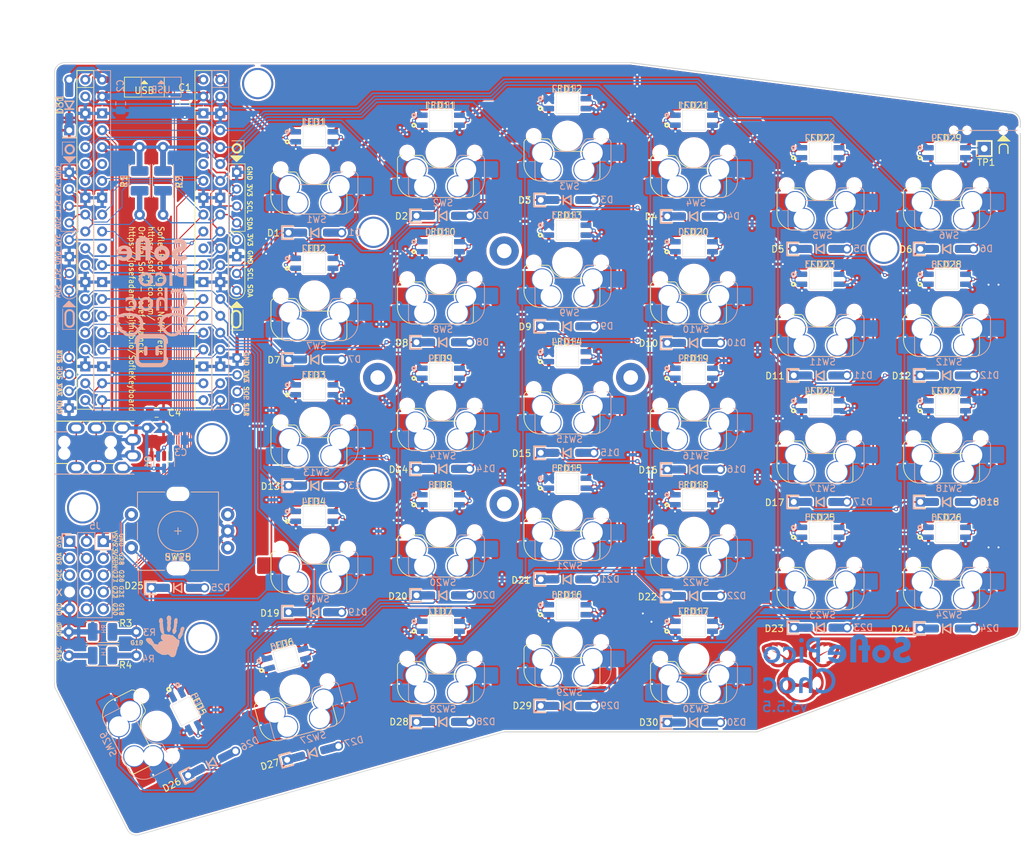
<source format=kicad_pcb>
(kicad_pcb (version 20240108) (generator "pcbnew") (generator_version "8.0")
  (title_block (date "2024-04-18") (rev "v3.5.5"))
  (layers (0 "F.Cu" signal) (31 "B.Cu" signal) (34 "B.Paste" user) (35 "F.Paste" user) (36 "B.SilkS" user "B.Silkscreen") (37 "F.SilkS" user "F.Silkscreen") (38 "B.Mask" user) (39 "F.Mask" user) (44 "Edge.Cuts" user))
  (net 0 "")
  (net 1 "Net-(D1-A)")
  (net 2 "row4")
  (net 3 "Net-(D2-A)")
  (net 4 "Net-(D3-A)")
  (net 5 "row0")
  (net 6 "Net-(D4-A)")
  (net 7 "row1")
  (net 8 "Net-(D5-A)")
  (net 9 "row2")
  (net 10 "Net-(D6-A)")
  (net 11 "row3")
  (net 12 "Net-(D7-A)")
  (net 13 "Net-(D8-A)")
  (net 14 "Net-(D9-A)")
  (net 15 "Net-(D10-A)")
  (net 16 "Net-(D11-A)")
  (net 17 "Net-(D12-A)")
  (net 18 "Net-(D13-A)")
  (net 19 "Net-(D14-A)")
  (net 20 "Net-(D15-A)")
  (net 21 "Net-(D16-A)")
  (net 22 "Net-(D17-A)")
  (net 23 "Net-(D18-A)")
  (net 24 "Net-(D19-A)")
  (net 25 "Net-(D20-A)")
  (net 26 "Net-(D21-A)")
  (net 27 "Net-(D22-A)")
  (net 28 "Net-(D23-A)")
  (net 29 "Net-(D24-A)")
  (net 30 "Net-(D26-A)")
  (net 31 "Net-(D27-A)")
  (net 32 "Net-(D28-A)")
  (net 33 "GND")
  (net 34 "col0")
  (net 35 "col1")
  (net 36 "col2")
  (net 37 "col3")
  (net 38 "col4")
  (net 39 "SDA")
  (net 40 "LED")
  (net 41 "SCL")
  (net 42 "Net-(D29-A)")
  (net 43 "Net-(D30-A)")
  (net 44 "SW25B")
  (net 45 "col5")
  (net 46 "ENCB")
  (net 47 "ENCA")
  (net 48 "GP27")
  (net 49 "GP26")
  (net 50 "GP21")
  (net 51 "GP20")
  (net 52 "GP19")
  (net 53 "TX")
  (net 54 "RX")
  (net 55 "3V3")
  (net 56 "GP22")
  (net 57 "VBUS")
  (net 58 "GP28")
  (net 59 "Net-(LED1-DOUT)")
  (net 60 "Net-(LED2-DOUT)")
  (net 61 "Net-(LED3-DOUT)")
  (net 62 "Net-(LED4-DOUT)")
  (net 63 "Net-(LED10-DIN)")
  (net 64 "Net-(LED10-DOUT)")
  (net 65 "Net-(LED11-DOUT)")
  (net 66 "Net-(LED12-DOUT)")
  (net 67 "Net-(LED13-DOUT)")
  (net 68 "Net-(LED14-DOUT)")
  (net 69 "Net-(LED15-DOUT)")
  (net 70 "Net-(LED17-DOUT)")
  (net 71 "Net-(LED19-DOUT)")
  (net 72 "Net-(LED21-DOUT)")
  (net 73 "Net-(LED23-DOUT)")
  (net 74 "Net-(LED25-DOUT)")
  (net 75 "Net-(LED26-DOUT)")
  (net 76 "Net-(LED28-DOUT)")
  (net 77 "GP18")
  (net 80 "Net-(LED5-DOUT)")
  (net 81 "Net-(LED6-DOUT)")
  (net 82 "Net-(LED7-DOUT)")
  (net 83 "Net-(LED8-DOUT)")
  (net 84 "Net-(LED16-DOUT)")
  (net 85 "Net-(LED18-DOUT)")
  (net 86 "Net-(LED20-DOUT)")
  (net 87 "Net-(LED22-DOUT)")
  (net 88 "Net-(LED24-DOUT)")
  (net 89 "Net-(LED27-DOUT)")
  (net 90 "Net-(LED29-DOUT)")
  (net 91 "Net-(JP2-A)")
  (net 92 "/3V3_EN")
  (net 93 "VSYS")
  (footprint "Sofle_Pico:MJ-4PP-9" (layer "F.Cu") (at 81.39 91.07 90)
    (property "Reference" "J2")
    (property "Value" "MJ-4PP-9" (hide yes))
  )
  (footprint "Sofle_Pico:OLED SSD1306 128x64" (layer "F.Cu") (at 96.2125 54.27 -90)
    (property "Reference" "J3" (hide yes))
    (property "Value" "Conn_01x04" (hide yes))
  )
  (footprint "Sofle_Pico:Hole from sofle for M2 posts gold rimmer" (layer "F.Cu") (at 206.29 61.91)
    (property "Reference" "TH4")
    (property "Value" "HOLE" (hide yes))
  )
  (footprint "Sofle_Pico:Hole from sofle for M2 posts gold rimmer" (layer "F.Cu") (at 129.44 59.51)
    (property "Reference" "TH3")
    (property "Value" "HOLE" (hide yes))
  )
  (footprint "Sofle_Pico:Hole from sofle for M2 posts gold rimmer" (layer "F.Cu") (at 129.53 97.46)
    (property "Reference" "TH5")
    (property "Value" "HOLE" (hide yes))
  )
  (footprint "Sofle_Pico:Pimaroni_PinHeader_1x05_P2.54mm_Vertical Sofle v3b" (layer "F.Cu") (at 83.693 106.045)
    (property "Reference" "J1" (hide yes))
    (property "Value" "Conn_01x05" (hide yes))
  )
  (footprint "Sofle_Pico:Cirque tie in" (layer "F.Cu") (at 83.6375 82.2 90)
    (property "Reference" "J7" (hide yes))
    (property "Value" "Conn_01x04")
  )
  (footprint "Sofle_Pico:RH_Print_Logo" (layer "F.Cu") (at 98.065 120.5024)
    (property "Reference" "G***" (hide yes))
    (property "Value" "LOGO" (hide yes))
  )
  (footprint "Sofle_Pico:D_SOD-123_DO-41_7.62mm_Hybrid_DoubleSided" (layer "F.Cu") (at 83.6375 40.34 90)
    (property "Reference" "D31" (hide yes))
    (property "Value" "MBR120VLSF " (hide yes))
  )
  (footprint "Sofle_Pico:RPi_Pico_SMD_TH_DS" (layer "F.Cu") (at 96.2125 60.6549)
    (property "Reference" "U2" (hide yes))
    (property "Value" "Pico" (hide yes))
  )
  (footprint "Sofle_Pico:Cirque tie in" (layer "F.Cu") (at 108.88 82.2 -90)
    (property "Reference" "J4" (hide yes))
    (property "Value" "Conn_01x04")
  )
  (footprint "TestPoint:TestPoint_THTPad_2.0x2.0mm_Drill1.0mm" (layer "F.Cu") (at 221.405 46.895)
    (property "Reference" "TP1")
    (property "Value" "TestPoint")
  )
  (footprint "Sofle_Pico:Tenting_Puck.kicad_mod_nocenter_v2" (layer "F.Cu") (at 149.125 81.37)
    (property "Reference" "REF**")
    (property "Value" "Tenting Puck")
  )
  (footprint "Capacitor_SMD:C_0805_2012Metric_Pad1.18x1.45mm_HandSolder" (layer "F.Cu") (at 101.0368 40.1368 -90)
    (property "Reference" "C1")
    (property "Value" "1uF")
  )
  (footprint "Sofle_Pico:sofle diode jig" (layer "F.Cu") (at 226.805 44.16)
    (property "Reference" "REF**" (hide yes))
    (property "Value" "sofle diode jig")
  )
  (footprint "Capacitor_SMD:C_0805_2012Metric_Pad1.18x1.45mm_HandSolder" (layer "F.Cu") (at 96.795 86.6188 180)
    (property "Reference" "C4")
    (property "Value" "0.1uF")
  )
  (footprint "Sofle_Pico:Hole from sofle for M2 posts gold rimmer" (layer "F.Cu") (at 103.59 120.53)
    (property "Reference" "TH8")
    (property "Value" "HOLE" (hide yes))
  )
  (footprint "Sofle_Pico:Cirque_40mm_OLED_RH" (layer "F.Cu") (at 82.05 75.05)
    (property "Reference" "STP**" (hide yes))
    (property "Value" "Cirque_40mm_OLED_RH")
  )
  (footprint "Sofle_Pico:Hole from sofle for M2 posts gold rimmer wide-keyplate-hole" (layer "F.Cu") (at 105.14 90.59)
    (property "Reference" "TH2")
    (property "Value" "HOLE" (hide yes))
  )
  (footprint "Sofle_Pico:RotaryEncoder_Alps_EC11E-Switch_Vertical_H20mm-keebio_modified" (layer "F.Cu") (at 100 104.5 180)
    (property "Reference" "SW25" (hide yes))
    (property "Value" "Rotary_Encoder_Switch-Device")
  )
  (footprint "Sofle_Pico:Level Shifter Bypass Jumper" (layer "F.Cu") (at 96.5664 88.9556)
    (property "Reference" "JP2")
    (property "Value" "SolderJumper_2_Open")
  )
  (footprint "Sofle_Pico:Hole from sofle for M2 posts gold rimmer wide-keyplate-hole" (layer "F.Cu") (at 112.01 37.1175)
    (property "Reference" "TH7")
    (property "Value" "HOLE" (hide yes))
  )
  (footprint "Sofle_Pico:Sofle Pico Logo copper" (layer "F.Cu") (at 193.75 125.75)
    (property "Reference" "REF**" (hide yes))
    (property "Value" "Sofle Pico Logo copper" (hide yes))
  )
  (footprint "Sofle_Pico:Hole from sofle for M2 posts gold rimmer" (layer "F.Cu") (at 206.275 100.025)
    (property "Reference" "TH6")
    (property "Value" "HOLE" (hide yes))
  )
  (footprint "Sofle_Pico:Hole from sofle for M2 posts gold rimmer wide-keyplate-hole" (layer "F.Cu") (at 85.649033 101)
    (property "Reference" "TH1")
    (property "Value" "HOLE" (hide yes))
  )
  (footprint "Sofle_Pico:D_SOD-123_DO-35_Hybrid_DoubleSided_V2" (layer "B.Cu") (at 120.65 59.563)
    (property "Reference" "D1" (hide yes))
    (property "Value" "D" (hide yes))
  )
  (footprint "Sofle_Pico:D_SOD-123_DO-35_Hybrid_DoubleSided_V2" (layer "B.Cu") (at 139.9225 57.02175)
    (property "Reference" "D2" (hide yes))
    (property "Value" "D" (hide yes))
  )
  (footprint "Sofle_Pico:D_SOD-123_DO-35_Hybrid_DoubleSided_V2" (layer "B.Cu") (at 158.628 54.645)
    (property "Reference" "D3" (hide yes))
    (property "Value" "D" (hide yes))
  )
  (footprint "Sofle_Pico:D_SOD-123_DO-35_Hybrid_DoubleSided_V2" (layer "B.Cu") (at 177.678 57.11)
    (property "Reference" "D4" (hide yes))
    (property "Value" "D" (hide yes))
  )
  (footprint "Sofle_Pico:D_SOD-123_DO-35_Hybrid_DoubleSided_V2" (layer "B.Cu") (at 196.728 62.01)
    (property "Reference" "D5" (hide yes))
    (property "Value" "D" (hide yes))
  )
  (footprint "Sofle_Pico:D_SOD-123_DO-35_Hybrid_DoubleSided_V2" (layer "B.Cu") (at 215.778 62.01)
    (property "Reference" "D6" (hide yes))
    (property "Value" "D" (hide yes))
  )
  (footprint "Sofle_Pico:D_SOD-123_DO-35_Hybrid_DoubleSided_V2" (layer "B.Cu") (at 120.65 97.663)
    (property "Reference" "D13" (hide yes))
    (property "Value" "D" (hide yes))
  )
  (footprint "Sofle_Pico:D_SOD-123_DO-35_Hybrid_DoubleSided_V2" (layer "B.Cu") (at 120.65 116.713)
    (property "Reference" "D19" (hide yes))
    (property "Value" "D" (hide yes))
  )
  (footprint "Sofle_Pico:D_SOD-123_DO-35_Hybrid_DoubleSided_V2" (layer "B.Cu") (at 100 113.04)
    (property "Reference" "D25" (hide yes))
    (property "Value" "D" (hide yes))
  )
  (footprint "Sofle_Pico:D_SOD-123_DO-35_Hybrid_DoubleSided_V2" (layer "B.Cu") (at 105.1 139.45 27)
    (property "Reference" "D26" (hide yes))
    (property "Value" "D" (hide yes))
  )
  (footprint "Sofle_Pico:SW_MX_HS_DS_1u" (layer "B.Cu") (at 120.55 50)
    (property "Reference" "SW1")
    (property "Value" "SW_PUSH" (hide yes))
  )
  (footprint "Sofle_Pico:SW_MX_HS_DS_1u" (layer "B.Cu") (at 158.65 45)
    (property "Reference" "SW3")
    (property "Value" "SW_PUSH" (hide yes))
  )
  (footprint "Sofle_Pico:SW_MX_HS_DS_1u" (layer "B.Cu") (at 120.55 88.1)
    (property "Reference" "SW13")
    (property "Value" "SW_PUSH" (hide yes))
  )
  (footprint "Sofle_Pico:SW_MX_HS_DS_1u" (layer "B.Cu") (at 139.6 85.6)
    (property "Reference" "SW14")
    (property "Value" "SW_PUSH" (hide yes))
  )
  (footprint "Sofle_Pico:SW_MX_HS_DS_1u" (layer "B.Cu") (at 158.65 102.15)
    (property "Reference" "SW21")
    (property "Value" "SW_PUSH" (hide yes))
  )
  (footprint "Sofle_Pico:SW_MX_HS_DS_1u" (layer "B.Cu") (at 196.75 109.55)
    (property "Reference" "SW23")
    (property "Value" "SW_PUSH" (hide yes))
  )
  (footprint "Sofle_Pico:SW_MX_HS_DS_1u" (layer "B.Cu") (at 96.795746 133.840809 -63)
    (property "Reference" "SW26")
    (property "Value" "SW_PUSH" (hide yes))
  )
  (footprint "Sofle_Pico:SW_MX_HS_DS_1u" (layer "B.Cu") (at 117.6 128.4 15)
    (property "Reference" "SW27")
    (property "Value" "SW_PUSH" (hide yes))
  )
  (footprint "Sofle_Pico:SW_MX_HS_DS_1u" (layer "B.Cu") (at 215.8 71.45)
    (property "Reference" "SW12")
    (property "Value" "SW_PUSH" (hide yes))
  )
  (footprint "Sofle_Pico:SW_MX_HS_DS_1u" (layer "B.Cu") (at 215.8 90.5)
    (property "Reference" "SW18")
    (property "Value" "SW_PUSH" (hide yes))
  )
  (footprint "Sofle_Pico:SW_MX_HS_DS_1u" (layer "B.Cu") (at 215.8 109.55)
    (property "Reference" "SW24")
    (property "Value" "SW_PUSH" (hide yes))
  )
  (footprint "Sofle_Pico:SW_MX_HS_DS_1u" (layer "B.Cu") (at 177.7 47.5)
    (property "Reference" "SW4")
    (property "Value" "SW_PUSH" (hide yes))
  )
  (footprint "Sofle_Pico:D_SOD-123_DO-35_Hybrid_DoubleSided_V2" (layer "B.Cu") (at 120.65 78.663)
    (property "Reference" "D7" (hide yes))
    (property "Value" "D" (hide yes))
  )
  (footprint "Sofle_Pico:D_SOD-123_DO-35_Hybrid_DoubleSided_V2" (layer "B.Cu") (at 139.9225 76.07175)
    (property "Reference" "D8" (hide yes))
    (property "Value" "D" (hide yes))
  )
  (footprint "Sofle_Pico:D_SOD-123_DO-35_Hybrid_DoubleSided_V2" (layer "B.Cu") (at 158.628 73.66)
    (property "Reference" "D9" (hide yes))
    (property "Value" "D" (hide yes))
  )
  (footprint "Sofle_Pico:D_SOD-123_DO-35_Hybrid_DoubleSided_V2" (layer "B.Cu") (at 177.678 76.16)
    (property "Reference" "D10" (hide yes))
    (property "Value" "D" (hide yes))
  )
  (footprint "Sofle_Pico:D_SOD-123_DO-35_Hybrid_DoubleSided_V2" (layer "B.Cu") (at 196.728 81.06)
    (property "Reference" "D11" (hide yes))
    (property "Value" "D" (hide yes))
  )
  (footprint "Sofle_Pico:D_SOD-123_DO-35_Hybrid_DoubleSided_V2" (layer "B.Cu") (at 215.778 81.06)
    (property "Reference" "D12" (hide yes))
    (property "Value" "D" (hide yes))
  )
  (footprint "Sofle_Pico:SW_MX_HS_DS_1u" (layer "B.Cu") (at 196.75 52.4)
    (property "Reference" "SW5")
    (property "Value" "SW_PUSH" (hide yes))
  )
  (footprint "Sofle_Pico:SW_MX_HS_DS_1u" (layer "B.Cu") (at 139.6 66.55)
    (property "Reference" "SW8")
    (property "Value" "SW_PUSH" (hide yes))
  )
  (footprint "Sofle_Pico:SW_MX_HS_DS_1u" (layer "B.Cu") (at 177.7 66.55)
    (property "Reference" "SW10")
    (property "Value" "SW_PUSH" (hide yes))
  )
  (footprint "Sofle_Pico:SW_MX_HS_DS_1u" (layer "B.Cu") (at 158.65 64.05)
    (property "Reference" "SW9")
    (property "Value" "SW_PUSH" (hide yes))
  )
  (footprint "Sofle_Pico:SW_MX_HS_DS_1u" (layer "B.Cu") (at 177.7 85.6)
    (property "Reference" "SW16")
    (property "Value" "SW_PUSH" (hide yes))
  )
  (footprint "Sofle_Pico:SW_MX_HS_DS_1u" (layer "B.Cu") (at 215.8 52.4)
    (property "Reference" "SW6")
    (property "Value" "SW_PUSH" (hide yes))
  )
  (footprint "Sofle_Pico:SW_MX_HS_DS_1u" (layer "B.Cu") (at 177.7 123.7)
    (property "Reference" "SW30")
    (property "Value" "SW_PUSH" (hide yes))
  )
  (footprint "Sofle_Pico:SW_MX_HS_DS_1u" (layer "B.Cu") (at 196.75 71.45)
    (property "Reference" "SW11")
    (property "Value" "SW_PUSH" (hide yes))
  )
  (footprint "Sofle_Pico:SW_MX_HS_DS_1u" (layer "B.Cu") (at 177.7 104.65)
    (property "Reference" "SW22")
    (property "Value" "SW_PUSH" (hide yes))
  )
  (footprint "Sofle_Pico:SW_MX_HS_DS_1u" (layer "B.Cu") (at 196.75 90.5)
    (property "Reference" "SW17")
    (property "Value" "SW_PUSH" (hide yes))
  )
  (footprint "Sofle_Pico:SW_MX_HS_DS_1u" (layer "B.Cu") (at 158.65 121.2)
    (property "Reference" "SW29")
    (property "Value" "SW_PUSH" (hide yes))
  )
  (footprint "Sofle_Pico:SW_MX_HS_DS_1u" (layer "B.Cu") (at 158.65 83.1)
    (property "Reference" "SW15")
    (property "Value" "SW_PUSH" (hide yes))
  )
  (footprint "Sofle_Pico:SW_MX_HS_DS_1u" (layer "B.Cu") (at 139.6 47.5)
    (property "Reference" "SW2")
    (property "Value" "SW_PUSH" (hide yes))
  )
  (footprint "Sofle_Pico:D_SOD-123_DO-35_Hybrid_DoubleSided_V2" (layer "B.Cu") (at 120.305202 137.902724 15)
    (property "Reference" "D27" (hide yes))
    (property "Value" "D" (hide yes))
  )
  (footprint "Sofle_Pico:SW_MX_HS_DS_1u" (layer "B.Cu") (at 139.6 104.65)
    (property "Reference" "SW20")
    (property "Value" "SW_PUSH" (hide yes))
  )
  (footprint "Sofle_Pico:D_SOD-123_DO-35_Hybrid_DoubleSided_V2" (layer "B.Cu") (at 158.628 92.71)
    (property "Reference" "D15" (hide yes))
    (property "Value" "D" (hide yes))
  )
  (footprint "Sofle_Pico:D_SOD-123_DO-35_Hybrid_DoubleSided_V2" (layer "B.Cu") (at 196.728 100.11)
    (property "Reference" "D17" (hide yes))
    (property "Value" "D" (hide yes))
  )
  (footprint "Sofle_Pico:D_SOD-123_DO-35_Hybrid_DoubleSided_V2" (layer "B.Cu") (at 215.778 100.11)
    (property "Reference" "D18" (hide yes))
    (property "Value" "D" (hide yes))
  )
  (footprint "Sofle_Pico:D_SOD-123_DO-35_Hybrid_DoubleSided_V2" (layer "B.Cu") (at 139.9225 133.22175)
    (property "Reference" "D28" (hide yes))
    (property "Value" "D" (hide yes))
  )
  (footprint "Sofle_Pico:D_SOD-123_DO-35_Hybrid_DoubleSided_V2" (layer "B.Cu") (at 158.628 130.81)
    (property "Reference" "D29" (hide yes))
    (property "Value" "D" (hide yes))
  )
  (footprint "Sofle_Pico:D_SOD-123_DO-35_Hybrid_DoubleSided_V2" (layer "B.Cu") (at 215.778 119.16)
    (property "Reference" "D24" (hide yes))
    (property "Value" "D" (hide yes))
  )
  (footprint "Sofle_Pico:D_SOD-123_DO-35_Hybrid_DoubleSided_V2" (layer "B.Cu") (at 139.9225 114.17175)
    (property "Reference" "D20" (hide yes))
    (property "Value" "D" (hide yes))
  )
  (footprint "Sofle_Pico:D_SOD-123_DO-35_Hybrid_DoubleSided_V2" (layer "B.Cu") (at 158.628 111.76)
    (property "Reference" "D21" (hide yes))
    (property "Value" "D" (hide yes))
  )
  (footprint "Sofle_Pico:D_SOD-123_DO-35_Hybrid_DoubleSided_V2" (layer "B.Cu") (at 177.678 114.26)
    (property "Reference" "D22" (hide yes))
    (property "Value" "D" (hide yes))
  )
  (footprint "Sofle_Pico:D_SOD-123_DO-35_Hybrid_DoubleSided_V2" (layer "B.Cu") (at 196.7605 119.045)
    (property "Reference" "D23" (hide yes))
    (property "Value" "D" (hide yes))
  )
  (footprint "Sofle_Pico:D_SOD-123_DO-35_Hybrid_DoubleSided_V2" (layer "B.Cu") (at 139.9225 95.12175)
    (property "Reference" "D14" (hide yes))
    (property "Value" "D" (hide yes))
  )
  (footprint "Sofle_Pico:D_SOD-123_DO-35_Hybrid_DoubleSided_V2" (layer "B.Cu") (at 177.678 133.31)
    (property "Reference" "D30" (hide yes))
    (property "Value" "D" (hide yes))
  )
  (footprint "Sofle_Pico:SW_MX_HS_DS_1u" (layer "B.Cu") (at 139.6 123.7)
    (property "Reference" "SW28")
    (property "Value" "SW_PUSH" (hide yes))
  )
  (footprint "Sofle_Pico:Res_1206_SMD_6.3mm_TH_Hybrid" (layer "B.Cu") (at 97.7602 46.69 -90)
    (property "Reference" "R2")
    (property "Value" "2.2k" (hide yes))
  )
  (footprint "Sofle_Pico:SK6803_MINI-E_v3.5.5" (layer "B.Cu") (at 139.585006 42.63 180)
    (property "Reference" "LED11")
    (property "Value" "SK6803 MINI-E" (hide yes))
    (fp_line (start 1.7 -1.4) (end 1.7 1.4) (stroke (width 0.05)) (layer "Edge.Cuts"))
    (fp_line (start 1.6 -1.5) (end -1.6 -1.5) (stroke (width 0.05)) (layer "Edge.Cuts"))
    (fp_line (start -1.6 1.5) (end 1.6 1.5) (stroke (width 0.05)) (layer "Edge.Cuts"))
    (fp_line (start -1.7 1.4) (end -1.7 -1.4) (stroke (width 0.05)) (layer "Edge.Cuts"))
    (fp_arc (start 1.7 1.4) (mid 1.670711 1.470711) (end 1.6 1.5) (stroke (width 0.05)) (layer "Edge.Cuts"))
    (fp_arc (start 1.6 -1.5) (mid 1.670711 -1.470711) (end 1.7 -1.4) (stroke (width 0.05)) (layer "Edge.Cuts"))
    (fp_arc (start -1.6 1.5) (mid -1.670711 1.470711) (end -1.7 1.4) (stroke (width 0.05)) (layer "Edge.Cuts"))
    (fp_arc (start -1.7 -1.4) (mid -1.670711 -1.470711) (end -1.6 -1.5) (stroke (width 0.05)) (layer "Edge.Cuts"))
  )
  (footprint "Sofle_Pico:SK6803_MINI-E_v3.5.5" (layer "B.Cu") (at 116.325068 123.699822 -165)
    (property "Reference" "LED6")
    (property "Value" "SK6803 MINI-E" (hide yes))
    (fp_line (start 1.7 -1.400001) (end 1.7 1.4) (stroke (width 0.05)) (layer "Edge.Cuts"))
    (fp_line (start 1.6 -1.5) (end -1.6 -1.5) (stroke (width 0.05)) (layer "Edge.Cuts"))
    (fp_line (start -1.6 1.5) (end 1.6 1.5) (stroke (width 0.05)) (layer "Edge.Cuts"))
    (fp_line (start -1.7 1.400001) (end -1.7 -1.4) (stroke (width 0.05)) (layer "Edge.Cuts"))
    (fp_arc (start 1.7 1.4) (mid 1.670711 1.470711) (end 1.6 1.5) (stroke (width 0.05)) (layer "Edge.Cuts"))
    (fp_arc (start 1.6 -1.5) (mid 1.670711 -1.47071) (end 1.7 -1.400001) (stroke (width 0.05)) (layer "Edge.Cuts"))
    (fp_arc (start -1.6 1.5) (mid -1.67071 1.470711) (end -1.7 1.400001) (stroke (width 0.05)) (layer "Edge.Cuts"))
    (fp_arc (start -1.7 -1.4) (mid -1.670711 -1.470711) (end -1.6 -1.5) (stroke (width 0.05)) (layer "Edge.Cuts"))
  )
  (footprint "Sofle_Pico:SK6803_MINI-E_v3.5.5" (layer "B.Cu") (at 196.735006 85.63 180)
    (property "Reference" "LED24")
    (property "Value" "SK6803 MINI-E" (hide yes))
    (fp_line (start 1.7 -1.4) (end 1.7 1.4) (stroke (width 0.05)) (layer "Edge.Cuts"))
    (fp_line (start 1.6 -1.5) (end -1.6 -1.5) (stroke (width 0.05)) (layer "Edge.Cuts"))
    (fp_line (start -1.6 1.5) (end 1.6 1.5) (stroke (width 0.05)) (layer "Edge.Cuts"))
    (fp_line (start -1.7 1.4) (end -1.7 -1.4) (stroke (width 0.05)) (layer "Edge.Cuts"))
    (fp_arc (start 1.7 1.4) (mid 1.670711 1.470711) (end 1.6 1.5) (stroke (width 0.05)) (layer "Edge.Cuts"))
    (fp_arc (start 1.6 -1.5) (mid 1.670711 -1.470711) (end 1.7 -1.4) (stroke (width 0.05)) (layer "Edge.Cuts"))
    (fp_arc (start -1.6 1.5) (mid -1.670711 1.470711) (end -1.7 1.4) (stroke (width 0.05)) (layer "Edge.Cuts"))
    (fp_arc (start -1.7 -1.4) (mid -1.670711 -1.470711) (end -1.6 -1.5) (stroke (width 0.05)) (layer "Edge.Cuts"))
  )
  (footprint "Sofle_Pico:SK6803_MINI-E_v3.5.5" (layer "B.Cu") (at 101.128141 131.616516 117)
    (property "Reference" "LED5")
    (property "Value" "SK6803 MINI-E" (hide yes))
    (fp_line (start 1.6 -1.5) (end -1.6 -1.5) (stroke (width 0.05)) (layer "Edge.Cuts"))
    (fp_line (start 1.7 -1.4) (end 1.7 1.4) (stroke (width 0.05)) (layer "Edge.Cuts"))
    (fp_line (start -1.7 1.4) (end -1.7 -1.4) (stroke (width 0.05)) (layer "Edge.Cuts"))
    (fp_line (start -1.6 1.5) (end 1.6 1.5) (stroke (width 0.05)) (layer "Edge.Cuts"))
    (fp_arc (start 1.6 -1.5) (mid 1.670711 -1.470711) (end 1.7 -1.4) (stroke (width 0.05)) (layer "Edge.Cuts"))
    (fp_arc (start -1.7 -1.4) (mid -1.670711 -1.470712) (end -1.6 -1.5) (stroke (width 0.05)) (layer "Edge.Cuts"))
    (fp_arc (start 1.7 1.4) (mid 1.670711 1.470711) (end 1.6 1.5) (stroke (width 0.05)) (layer "Edge.Cuts"))
    (fp_arc (start -1.6 1.5) (mid -1.670711 1.470711) (end -1.7 1.4) (stroke (width 0.05)) (layer "Edge.Cuts"))
  )
  (footprint "Sofle_Pico:SW_MX_HS_DS_1u" (layer "B.Cu") (at 120.55 107.15)
    (property "Reference" "SW19")
    (property "Value" "SW_PUSH" (hide yes))
  )
  (footprint "Sofle_Pico:SK6803_MINI-E_v3.5.5" (layer "B.Cu") (at 196.735006 66.58 180)
    (property "Reference" "LED23")
    (property "Value" "SK6803 MINI-E" (hide yes))
    (fp_line (start 1.7 -1.4) (end 1.7 1.4) (stroke (width 0.05)) (layer "Edge.Cuts"))
    (fp_line (start 1.6 -1.5) (end -1.6 -1.5) (stroke (width 0.05)) (layer "Edge.Cuts"))
    (fp_line (start -1.6 1.5) (end 1.6 1.5) (stroke (width 0.05)) (layer "Edge.Cuts"))
    (fp_line (start -1.7 1.4) (end -1.7 -1.4) (stroke (width 0.05)) (layer "Edge.Cuts"))
    (fp_arc (start 1.7 1.4) (mid 1.670711 1.470711) (end 1.6 1.5) (stroke (width 0.05)) (layer "Edge.Cuts"))
    (fp_arc (start 1.6 -1.5) (mid 1.670711 -1.470711) (end 1.7 -1.4) (stroke (width 0.05)) (layer "Edge.Cuts"))
    (fp_arc (start -1.6 1.5) (mid -1.670711 1.470711) (end -1.7 1.4) (stroke (width 0.05)) (layer "Edge.Cuts"))
    (fp_arc (start -1.7 -1.4) (mid -1.670711 -1.470711) (end -1.6 -1.5) (stroke (width 0.05)) (layer "Edge.Cuts"))
  )
  (footprint "Sofle_Pico:SK6803_MINI-E_v3.5.5" (layer "B.Cu") (at 196.735006 47.53 180)
    (property "Reference" "LED22")
    (property "Value" "SK6803 MINI-E" (hide yes))
    (fp_line (start 1.7 -1.4) (end 1.7 1.4) (stroke (width 0.05)) (layer "Edge.Cuts"))
    (fp_line (start 1.6 -1.5) (end -1.6 -1.5) (stroke (width 0.05)) (layer "Edge.Cuts"))
    (fp_line (start -1.6 1.5) (end 1.6 1.5) (stroke (width 0.05)) (layer "Edge.Cuts"))
    (fp_line (start -1.7 1.4) (end -1.7 -1.4) (stroke (width 0.05)) (layer "Edge.Cuts"))
    (fp_arc (start 1.7 1.4) (mid 1.670711 1.470711) (end 1.6 1.5) (stroke (width 0.05)) (layer "Edge.Cuts"))
    (fp_arc (start 1.6 -1.5) (mid 1.670711 -1.470711) (end 1.7 -1.4) (stroke (width 0.05)) (layer "Edge.Cuts"))
    (fp_arc (start -1.6 1.5) (mid -1.670711 1.470711) (end -1.7 1.4) (stroke (width 0.05)) (layer "Edge.Cuts"))
    (fp_arc (start -1.7 -1.4) (mid -1.670711 -1.470711) (end -1.6 -1.5) (stroke (width 0.05)) (layer "Edge.Cuts"))
  )
  (footprint "Connector_PinHeader_2.54mm:PinHeader_2x05_P2.54mm_Vertical" (layer "B.Cu") (at 88.773 106.045 180)
    (property "Reference" "J5")
    (property "Value" "Conn_02x05_Odd_Even")
  )
  (footprint "Sofle_Pico:SK6803_MINI-E_v3.5.5" (layer "B.Cu") (at 196.735006 104.68 180)
    (property "Reference" "LED25")
    (property "Value" "SK6803 MINI-E" (hide yes))
    (fp_line (start 1.7 -1.4) (end 1.7 1.4) (stroke (width 0.05)) (layer "Edge.Cuts"))
    (fp_line (start 1.6 -1.5) (end -1.6 -1.5) (stroke (width 0.05)) (layer "Edge.Cuts"))
    (fp_line (start -1.6 1.5) (end 1.6 1.5) (stroke (width 0.05)) (layer "Edge.Cuts"))
    (fp_line (start -1.7 1.4) (end -1.7 -1.4) (stroke (width 0.05)) (layer "Edge.Cuts"))
    (fp_arc (start 1.7 1.4) (mid 1.670711 1.470711) (end 1.6 1.5) (stroke (width 0.05)) (layer "Edge.Cuts"))
    (fp_arc (start 1.6 -1.5) (mid 1.670711 -1.470711) (end 1.7 -1.4) (stroke (width 0.05)) (layer "Edge.Cuts"))
    (fp_arc (start -1.6 1.5) (mid -1.670711 1.470711) (end -1.7 1.4) (stroke (width 0.05)) (layer "Edge.Cuts"))
    (fp_arc (start -1.7 -1.4) (mid -1.670711 -1.470711) (end -1.6 -1.5) (stroke (width 0.05)) (layer "Edge.Cuts"))
  )
  (footprint "Sofle_Pico:SK6803_MINI-E_v3.5.5" (layer "B.Cu") (at 139.585006 61.68 180)
    (property "Reference" "LED10")
    (property "Value" "SK6803 MINI-E" (hide yes))
    (fp_line (start 1.7 -1.4) (end 1.7 1.4) (stroke (width 0.05)) (layer "Edge.Cuts"))
    (fp_line (start 1.6 -1.5) (end -1.6 -1.5) (stroke (width 0.05)) (layer "Edge.Cuts"))
    (fp_line (start -1.6 1.5) (end 1.6 1.5) (stroke (width 0.05)) (layer "Edge.Cuts"))
    (fp_line (start -1.7 1.4) (end -1.7 -1.4) (stroke (width 0.05)) (layer "Edge.Cuts"))
    (fp_arc (start 1.7 1.4) (mid 1.670711 1.470711) (end 1.6 1.5) (stroke (width 0.05)) (layer "Edge.Cuts"))
    (fp_arc (start 1.6 -1.5) (mid 1.670711 -1.470711) (end 1.7 -1.4) (stroke (width 0.05)) (layer "Edge.Cuts"))
    (fp_arc (start -1.6 1.5) (mid -1.670711 1.470711) (end -1.7 1.4) (stroke (width 0.05)) (layer "Edge.Cuts"))
    (fp_arc (start -1.7 -1.4) (mid -1.670711 -1.470711) (end -1.6 -1.5) (stroke (width 0.05)) (layer "Edge.Cuts"))
  )
  (footprint "Sofle_Pico:Sofle Pico Choc logo w text vertical" (layer "B.Cu") (at 96.0374 68.4022 180)
    (property "Reference" "REF**" (hide yes))
    (property "Value" "Sofle Pico Choc logo w text vertical")
  )
  (footprint "Sofle_Pico:SK6803_MINI-E_v3.5.5" (layer "B.Cu") (at 177.685006 99.78 180)
    (property "Reference" "LED18")
    (property "Value" "SK6803 MINI-E" (hide yes))
    (fp_line (start 1.7 -1.4) (end 1.7 1.4) (stroke (width 0.05)) (layer "Edge.Cuts"))
    (fp_line (start 1.6 -1.5) (end -1.6 -1.5) (stroke (width 0.05)) (layer "Edge.Cuts"))
    (fp_line (start -1.6 1.5) (end 1.6 1.5) (stroke (width 0.05)) (layer "Edge.Cuts"))
    (fp_line (start -1.7 1.4) (end -1.7 -1.4) (stroke (width 0.05)) (layer "Edge.Cuts"))
    (fp_arc (start 1.7 1.4) (mid 1.670711 1.470711) (end 1.6 1.5) (stroke (width 0.05)) (layer "Edge.Cuts"))
    (fp_arc (start 1.6 -1.5) (mid 1.670711 -1.470711) (end 1.7 -1.4) (stroke (width 0.05)) (layer "Edge.Cuts"))
    (fp_arc (start -1.6 1.5) (mid -1.670711 1.470711) (end -1.7 1.4) (stroke (width 0.05)) (layer "Edge.Cuts"))
    (fp_arc (start -1.7 -1.4) (mid -1.670711 -1.470711) (end -1.6 -1.5) (stroke (width 0.05)) (layer "Edge.Cuts"))
  )
  (footprint "Sofle_Pico:SK6803_MINI-E_v3.5.5" (layer "B.Cu") (at 158.635006 97.28 180)
    (property "Reference" "LED15")
    (property "Value" "SK6803 MINI-E" (hide yes))
    (fp_line (start 1.7 -1.4) (end 1.7 1.4) (stroke (width 0.05)) (layer "Edge.Cuts"))
    (fp_line (start 1.6 -1.5) (end -1.6 -1.5) (stroke (width 0.05)) (layer "Edge.Cuts"))
    (fp_line (start -1.6 1.5) (end 1.6 1.5) (stroke (width 0.05)) (layer "Edge.Cuts"))
    (fp_line (start -1.7 1.4) (end -1.7 -1.4) (stroke (width 0.05)) (layer "Edge.Cuts"))
    (fp_arc (start 1.7 1.4) (mid 1.670711 1.470711) (end 1.6 1.5) (stroke (width 0.05)) (layer "Edge.Cuts"))
    (fp_arc (start 1.6 -1.5) (mid 1.670711 -1.470711) (end 1.7 -1.4) (stroke (width 0.05)) (layer "Edge.Cuts"))
    (fp_arc (start -1.6 1.5) (mid -1.670711 1.470711) (end -1.7 1.4) (stroke (width 0.05)) (layer "Edge.Cuts"))
    (fp_arc (start -1.7 -1.4) (mid -1.670711 -1.470711) (end -1.6 -1.5) (stroke (width 0.05)) (layer "Edge.Cuts"))
  )
  (footprint "Capacitor_SMD:C_0805_2012Metric_Pad1.18x1.45mm_HandSolder" (layer "B.Cu") (at 91.3848 40.1114 -90)
    (property "Reference" "C2")
    (property "Value" "0.1uF")
  )
  (footprint "Sofle_Pico:Res_1206_SMD_6.3mm_TH_Hybrid" (layer "B.Cu") (at 93.730401 119.6764 180)
    (property "Reference" "R3")
    (property "Value" "2.2k" (hide yes))
  )
  (footprint "Sofle_Pico:SK6803_MINI-E_v3.5.5" (layer "B.Cu") (at 215.785006 85.63 180)
    (property "Reference" "LED27")
    (property "Value" "SK6803 MINI-E" (hide yes))
    (fp_line (start 1.7 -1.4) (end 1.7 1.4) (stroke (width 0.05)) (layer "Edge.Cuts"))
    (fp_line (start 1.6 -1.5) (end -1.6 -1.5) (stroke (width 0.05)) (layer "Edge.Cuts"))
    (fp_line (start -1.6 1.5) (end 1.6 1.5) (stroke (width 0.05)) (layer "Edge.Cuts"))
    (fp_line (start -1.7 1.4) (end -1.7 -1.4) (stroke (width 0.05)) (layer "Edge.Cuts"))
    (fp_arc (start 1.7 1.4) (mid 1.670711 1.470711) (end 1.6 1.5) (stroke (width 0.05)) (layer "Edge.Cuts"))
    (fp_arc (start 1.6 -1.5) (mid 1.670711 -1.470711) (end 1.7 -1.4) (stroke (width 0.05)) (layer "Edge.Cuts"))
    (fp_arc (start -1.6 1.5) (mid -1.670711 1.470711) (end -1.7 1.4) (stroke (width 0.05)) (layer "Edge.Cuts"))
    (fp_arc (start -1.7 -1.4) (mid -1.670711 -1.470711) (end -1.6 -1.5) (stroke (width 0.05)) (layer "Edge.Cuts"))
  )
  (footprint "Sofle_Pico:D_SOD-123_DO-35_Hybrid_DoubleSided_V2" (layer "B.Cu") (at 177.678 95.21)
    (property "Reference" "D16" (hide yes))
    (property "Value" "D" (hide yes))
  )
  (footprint "Sofle_Pico:SK6803_MINI-E_v3.5.5" (layer "B.Cu") (at 120.535006 83.23 180)
    (property "Reference" "LED3")
    (property "Value" "SK6803 MINI-E" (hide yes))
    (fp_line (start 1.7 -1.4) (end 1.7 1.4) (stroke (width 0.05)) (layer "Edge.Cuts"))
    (fp_line (start 1.6 -1.5) (end -1.6 -1.5) (stroke (width 0.05)) (layer "Edge.Cuts"))
    (fp_line (start -1.6 1.5) (end 1.6 1.5) (stroke (width 0.05)) (layer "Edge.Cuts"))
    (fp_line (start -1.7 1.4) (end -1.7 -1.4) (stroke (width 0.05)) (layer "Edge.Cuts"))
    (fp_arc (start 1.7 1.4) (mid 1.670711 1.470711) (end 1.6 1.5) (stroke (width 0.05)) (layer "Edge.Cuts"))
    (fp_arc (start 1.6 -1.5) (mid 1.670711 -1.470711) (end 1.7 -1.4) (stroke (width 0.05)) (layer "Edge.Cuts"))
    (fp_arc (start -1.6 1.5) (mid -1.670711 1.470711) (end -1.7 1.4) (stroke (width 0.05)) (layer "Edge.Cuts"))
    (fp_arc (start -1.7 -1.4) (mid -1.670711 -1.470711) (end -1.6 -1.5) (stroke (width 0.05)) (layer "Edge.Cuts"))
  )
  (footprint "Sofle_Pico:SK6803_MINI-E_v3.5.5" (layer "B.Cu") (at 177.685006 61.68 180)
    (property "Reference" "LED20")
    (property "Value" "SK6803 MINI-E" (hide yes))
    (fp_line (start 1.7 -1.4) (end 1.7 1.4) (stroke (width 0.05)) (layer "Edge.Cuts"))
    (fp_line (start 1.6 -1.5) (end -1.6 -1.5) (stroke (width 0.05)) (layer "Edge.Cuts"))
    (fp_line (start -1.6 1.5) (end 1.6 1.5) (stroke (width 0.05)) (layer "Edge.Cuts"))
    (fp_line (start -1.7 1.4) (end -1.7 -1.4) (stroke (width 0.05)) (layer "Edge.Cuts"))
    (fp_arc (start 1.7 1.4) (mid 1.670711 1.470711) (end 1.6 1.5) (stroke (width 0.05)) (layer "Edge.Cuts"))
    (fp_arc (start 1.6 -1.5) (mid 1.670711 -1.470711) (end 1.7 -1.4) (stroke (width 0.05)) (layer "Edge.Cuts"))
    (fp_arc (start -1.6 1.5) (mid -1.670711 1.470711) (end -1.7 1.4) (stroke (width 0.05)) (layer "Edge.Cuts"))
    (fp_arc (start -1.7 -1.4) (mid -1.670711 -1.470711) (end -1.6 -1.5) (stroke (width 0.05)) (layer "Edge.Cuts"))
  )
  (footprint "Sofle_Pico:SK6803_MINI-E_v3.5.5" (layer "B.Cu") (at 139.585006 99.78 180)
    (property "Reference" "LED8")
    (property "Value" "SK6803 MINI-E" (hide yes))
    (fp_line (start 1.7 -1.4) (end 1.7 1.4) (stroke (width 0.05)) (layer "Edge.Cuts"))
    (fp_line (start 1.6 -1.5) (end -1.6 -1.5) (stroke (width 0.05)) (layer "Edge.Cuts"))
    (fp_line (start -1.6 1.5) (end 1.6 1.5) (stroke (width 0.05)) (layer "Edge.Cuts"))
    (fp_line (start -1.7 1.4) (end -1.7 -1.4) (stroke (width 0.05)) (layer "Edge.Cuts"))
    (fp_arc (start 1.7 1.4) (mid 1.670711 1.470711) (end 1.6 1.5) (stroke (width 0.05)) (layer "Edge.Cuts"))
    (fp_arc (start 1.6 -1.5) (mid 1.670711 -1.470711) (end 1.7 -1.4) (stroke (width 0.05)) (layer "Edge.Cuts"))
    (fp_arc (start -1.6 1.5) (mid -1.670711 1.470711) (end -1.7 1.4) (stroke (width 0.05)) (layer "Edge.Cuts"))
    (fp_arc (start -1.7 -1.4) (mid -1.670711 -1.470711) (end -1.6 -1.5) (stroke (width 0.05)) (layer "Edge.Cuts"))
  )
  (footprint "Sofle_Pico:SK6803_MINI-E_v3.5.5" (layer "B.Cu") (at 215.785006 47.53 180)
    (property "Reference" "LED29")
    (property "Value" "SK6803 MINI-E" (hide yes))
    (fp_line (start 1.7 -1.4) (end 1.7 1.4) (stroke (width 0.05)) (layer "Edge.Cuts"))
    (fp_line (start 1.6 -1.5) (end -1.6 -1.5) (stroke (width 0.05)) (layer "Edge.Cuts"))
    (fp_line (start -1.6 1.5) (end 1.6 1.5) (stroke (width 0.05)) (layer "Edge.Cuts"))
    (fp_line (start -1.7 1.4) (end -1.7 -1.4) (stroke (width 0.05)) (layer "Edge.Cuts"))
    (fp_arc (start 1.7 1.4) (mid 1.670711 1.470711) (end 1.6 1.5) (stroke (width 0.05)) (layer "Edge.Cuts"))
    (fp_arc (start 1.6 -1.5) (mid 1.670711 -1.470711) (end 1.7 -1.4) (stroke (width 0.05)) (layer "Edge.Cuts"))
    (fp_arc (start -1.6 1.5) (mid -1.670711 1.470711) (end -1.7 1.4) (stroke (width 0.05)) (layer "Edge.Cuts"))
    (fp_arc (start -1.7 -1.4) (mid -1.670711 -1.470711) (end -1.6 -1.5) (stroke (width 0.05)) (layer "Edge.Cuts"))
  )
  (footprint "Sofle_Pico:SK6803_MINI-E_v3.5.5" (layer "B.Cu") (at 120.535006 45.13 180)
    (property "Reference" "LED1")
    (property "Value" "SK6803 MINI-E" (hide yes))
    (fp_line (start 1.7 -1.4) (end 1.7 1.4) (stroke (width 0.05)) (layer "Edge.Cuts"))
    (fp_line (start 1.6 -1.5) (end -1.6 -1.5) (stroke (width 0.05)) (layer "Edge.Cuts"))
    (fp_line (start -1.6 1.5) (end 1.6 1.5) (stroke (width 0.05)) (layer "Edge.Cuts"))
    (fp_line (start -1.7 1.4) (end -1.7 -1.4) (stroke (width 0.05)) (layer "Edge.Cuts"))
    (fp_arc (start 1.7 1.4) (mid 1.670711 1.470711) (end 1.6 1.5) (stroke (width 0.05)) (layer "Edge.Cuts"))
    (fp_arc (start 1.6 -1.5) (mid 1.670711 -1.470711) (end 1.7 -1.4) (stroke (width 0.05)) (layer "Edge.Cuts"))
    (fp_arc (start -1.6 1.5) (mid -1.670711 1.470711) (end -1.7 1.4) (stroke (width 0.05)) (layer "Edge.Cuts"))
    (fp_arc (start -1.7 -1.4) (mid -1.670711 -1.470711) (end -1.6 -1.5) (stroke (width 0.05)) (layer "Edge.Cuts"))
  )
  (footprint "Sofle_Pico:SK6803_MINI-E_v3.5.5" (layer "B.Cu") (at 158.635006 40.13 180)
    (property "Reference" "LED12")
    (property "Value" "SK6803 MINI-E" (hide yes))
    (fp_line (start 1.7 -1.4) (end 1.7 1.4) (stroke (width 0.05)) (layer "Edge.Cuts"))
    (fp_line (start 1.6 -1.5) (end -1.6 -1.5) (stroke (width 0.05)) (layer "Edge.Cuts"))
    (fp_line (start -1.6 1.5) (end 1.6 1.5) (stroke (width 0.05)) (layer "Edge.Cuts"))
    (fp_line (start -1.7 1.4) (end -1.7 -1.4) (stroke (width 0.05)) (layer "Edge.Cuts"))
    (fp_arc (start 1.7 1.4) (mid 1.670711 1.470711) (end 1.6 1.5) (stroke (width 0.05)) (layer "Edge.Cuts"))
    (fp_arc (start 1.6 -1.5) (mid 1.670711 -1.470711) (end 1.7 -1.4) (stroke (width 0.05)) (layer "Edge.Cuts"))
    (fp_arc (start -1.6 1.5) (mid -1.670711 1.470711) (end -1.7 1.4) (stroke (width 0.05)) (layer "Edge.Cuts"))
    (fp_arc (start -1.7 -1.4) (mid -1.670711 -1.470711) (end -1.6 -1.5) (stroke (width 0.05)) (layer "Edge.Cuts"))
  )
  (footprint "Sofle_Pico:SK6803_MINI-E_v3.5.5" (layer "B.Cu") (at 158.635006 116.33 180)
    (property "Reference" "LED16")
    (property "Value" "SK6803 MINI-E" (hide yes))
    (fp_line (start 1.7 -1.4) (end 1.7 1.4) (stroke (width 0.05)) (layer "Edge.Cuts"))
    (fp_line (start 1.6 -1.5) (end -1.6 -1.5) (stroke (width 0.05)) (layer "Edge.Cuts"))
    (fp_line (start -1.6 1.5) (end 1.6 1.5) (stroke (width 0.05)) (layer "Edge.Cuts"))
    (fp_line (start -1.7 1.4) (end -1.7 -1.4) (stroke (width 0.05)) (layer "Edge.Cuts"))
    (fp_arc (start 1.7 1.4) (mid 1.670711 1.470711) (end 1.6 1.5) (stroke (width 0.05)) (layer "Edge.Cuts"))
    (fp_arc (start 1.6 -1.5) (mid 1.670711 -1.470711) (end 1.7 -1.4) (stroke (width 0.05)) (layer "Edge.Cuts"))
    (fp_arc (start -1.6 1.5) (mid -1.670711 1.470711) (end -1.7 1.4) (stroke (width 0.05)) (layer "Edge.Cuts"))
    (fp_arc (start -1.7 -1.4) (mid -1.670711 -1.470711) (end -1.6 -1.5) (stroke (width 0.05)) (layer "Edge.Cuts"))
  )
  (footprint "Capacitor_SMD:C_0805_2012Metric_Pad1.18x1.45mm_HandSolder" (layer "B.Cu") (at 99.97 90.7844)
    (property "Reference" "C3")
    (property "Value" "0.1uF")
  )
  (footprint "Sofle_Pico:SK6803_MINI-E_v3.5.5" (layer "B.Cu") (at 158.635006 59.18 180)
    (property "Reference" "LED13")
    (property "Value" "SK6803 MINI-E" (hide yes))
    (fp_line (start 1.7 -1.4) (end 1.7 1.4) (stroke (width 0.05)) (layer "Edge.Cuts"))
    (fp_line (start 1.6 -1.5) (end -1.6 -1.5) (stroke (width 0.05)) (layer "Edge.Cuts"))
    (fp_line (start -1.6 1.5) (end 1.6 1.5) (stroke (width 0.05)) (layer "Edge.Cuts"))
    (fp_line (start -1.7 1.4) (end -1.7 -1.4) (stroke (width 0.05)) (layer "Edge.Cuts"))
    (fp_arc (start 1.7 1.4) (mid 1.670711 1.470711) (end 1.6 1.5) (stroke (width 0.05)) (layer "Edge.Cuts"))
    (fp_arc (start 1.6 -1.5) (mid 1.670711 -1.470711) (end 1.7 -1.4) (stroke (width 0.05)) (layer "Edge.Cuts"))
    (fp_arc (start -1.6 1.5) (mid -1.670711 1.470711) (end -1.7 1.4) (stroke (width 0.05)) (layer "Edge.Cuts"))
    (fp_arc (start -1.7 -1.4) (mid -1.670711 -1.470711) (end -1.6 -1.5) (stroke (width 0.05)) (layer "Edge.Cuts"))
  )
  (footprint "Sofle_Pico:Res_1206_SMD_6.3mm_TH_Hybrid" (layer "B.Cu") (at 93.730401 123.2408 180)
    (property "Reference" "R4")
    (property "Value" "2.2k" (hide yes))
  )
  (footprint "Sofle_Pico:SW_MX_HS_DS_1u" (layer "B.Cu") (at 120.55 69.05)
    (property "Reference" "SW7")
    (property "Value" "SW_PUSH" (hide yes))
  )
  (footprint "Sofle_Pico:SK6803_MINI-E_v3.5.5" (layer "B.Cu") (at 139.585006 118.83 180)
    (property "Reference" "LED7")
    (property "Value" "SK6803 MINI-E" (hide yes))
    (fp_line (start 1.7 -1.4) (end 1.7 1.4) (stroke (width 0.05)) (layer "Edge.Cuts"))
    (fp_line (start 1.6 -1.5) (end -1.6 -1.5) (stroke (width 0.05)) (layer "Edge.Cuts"))
    (fp_line (start -1.6 1.5) (end 1.6 1.5) (stroke (width 0.05)) (layer "Edge.Cuts"))
    (fp_line (start -1.7 1.4) (end -1.7 -1.4) (stroke (width 0.05)) (layer "Edge.Cuts"))
    (fp_arc (start 1.7 1.4) (mid 1.670711 1.470711) (end 1.6 1.5) (stroke (width 0.05)) (layer "Edge.Cuts"))
    (fp_arc (start 1.6 -1.5) (mid 1.670711 -1.470711) (end 1.7 -1.4) (stroke (width 0.05)) (layer "Edge.Cuts"))
    (fp_arc (start -1.6 1.5) (mid -1.670711 1.470711) (end -1.7 1.4) (stroke (width 0.05)) (layer "Edge.Cuts"))
    (fp_arc (start -1.7 -1.4) (mid -1.670711 -1.470711) (end -1.6 -1.5) (stroke (width 0.05)) (layer "Edge.Cuts"))
  )
  (footprint "Sofle_Pico:SK6803_MINI-E_v3.5.5" (layer "B.Cu") (at 120.535006 64.18 180)
    (property "Reference" "LED2")
    (property "Value" "SK6803 MINI-E" (hide yes))
    (fp_line (start 1.7 -1.4) (end 1.7 1.4) (stroke (width 0.05)) (layer "Edge.Cuts"))
    (fp_line (start 1.6 -1.5) (end -1.6 -1.5) (stroke (width 0.05)) (layer "Edge.Cuts"))
    (fp_line (start -1.6 1.5) (end 1.6 1.5) (stroke (width 0.05)) (layer "Edge.Cuts"))
    (fp_line (start -1.7 1.4) (end -1.7 -1.4) (stroke (width 0.05)) (layer "Edge.Cuts"))
    (fp_arc (start 1.7 1.4) (mid 1.670711 1.470711) (end 1.6 1.5) (stroke (width 0.05)) (layer "Edge.Cuts"))
    (fp_arc (start 1.6 -1.5) (mid 1.670711 -1.470711) (end 1.7 -1.4) (stroke (width 0.05)) (layer "Edge.Cuts"))
    (fp_arc (start -1.6 1.5) (mid -1.670711 1.470711) (end -1.7 1.4) (stroke (width 0.05)) (layer "Edge.Cuts"))
    (fp_arc (start -1.7 -1.4) (mid -1.670711 -1.470711) (end -1.6 -1.5) (stroke (width 0.05)) (layer "Edge.Cuts"))
  )
  (footprint "Sofle_Pico:SK6803_MINI-E_v3.5.5" (layer "B.Cu") (at 177.685006 42.63 180)
    (property "Reference" "LED21")
    (property "Value" "SK6803 MINI-E" (hide yes))
    (fp_line (start 1.7 -1.4) (end 1.7 1.4) (stroke (width 0.05)) (layer "Edge.Cuts"))
    (fp_line (start 1.6 -1.5) (end -1.6 -1.5) (stroke (width 0.05)) (layer "Edge.Cuts"))
    (fp_line (start -1.6 1.5) (end 1.6 1.5) (stroke (width 0.05)) (layer "Edge.Cuts"))
    (fp_line (start -1.7 1.4) (end -1.7 -1.4) (stroke (width 0.05)) (layer "Edge.Cuts"))
    (fp_arc (start 1.7 1.4) (mid 1.670711 1.470711) (end 1.6 1.5) (stroke (width 0.05)) (layer "Edge.Cuts"))
    (fp_arc (start 1.6 -1.5) (mid 1.670711 -1.470711) (end 1.7 -1.4) (stroke (width 0.05)) (layer "Edge.Cuts"))
    (fp_arc (start -1.6 1.5) (mid -1.670711 1.470711) (end -1.7 1.4) (stroke (width 0.05)) (layer "Edge.Cuts"))
    (fp_arc (start -1.7 -1.4) (mid -1.670711 -1.470711) (end -1.6 -1.5) (stroke (width 0.05)) (layer "Edge.Cuts"))
  )
  (footprint "Sofle_Pico:SK6803_MINI-E_v3.5.5" (layer "B.Cu") (at 120.535006 102.28 180)
    (property "Reference" "LED4")
    (property "Value" "SK6803 MINI-E" (hide yes))
    (fp_line (start 1.7 -1.4) (end 1.7 1.4) (stroke (width 0.05)) (layer "Edge.Cuts"))
    (fp_line (start 1.6 -1.5) (end -1.6 -1.5) (stroke (width 0.05)) (layer "Edge.Cuts"))
    (fp_line (start -1.6 1.5) (end 1.6 1.5) (stroke (width 0.05)) (layer "Edge.Cuts"))
    (fp_line (start -1.7 1.4) (end -1.7 -1.4) (stroke (width 0.05)) (layer "Edge.Cuts"))
    (fp_arc (start 1.7 1.4) (mid 1.670711 1.470711) (end 1.6 1.5) (stroke (width 0.05)) (layer "Edge.Cuts"))
    (fp_arc (start 1.6 -1.5) (mid 1.670711 -1.470711) (end 1.7 -1.4) (stroke (width 0.05)) (layer "Edge.Cuts"))
    (fp_arc (start -1.6 1.5) (mid -1.670711 1.470711) (end -1.7 1.4) (stroke (width 0.05)) (layer "Edge.Cuts"))
    (fp_arc (start -1.7 -1.4) (mid -1.670711 -1.470711) (end -1.6 -1.5) (stroke (width 0.05)) (layer "Edge.Cuts"))
  )
  (footprint "Sofle_Pico:LH_Print" (layer "B.Cu") (at 98.065 120.5024 180)
    (property "Reference" "G***" (hide yes))
    (property "Value" "LOGO" (hide yes))
  )
  (footprint "Sofle_Pico:SK6803_MINI-E_v3.5.5" (layer "B.Cu") (at 177.685006 80.73 180)
    (property "Reference" "LED19")
    (property "Value" "SK6803 MINI-E" (hide yes))
    (fp_line (start 1.7 -1.4) (end 1.7 1.4) (stroke (width 0.05)) (layer "Edge.Cuts"))
    (fp_line (start 1.6 -1.5) (end -1.6 -1.5) (stroke (width 0.05)) (layer "Edge.Cuts"))
    (fp_line (start -1.6 1.5) (end 1.6 1.5) (stroke (width 0.05)) (layer "Edge.Cuts"))
    (fp_line (start -1.7 1.4) (end -1.7 -1.4) (stroke (width 0.05)) (layer "Edge.Cuts"))
    (fp_arc (start 1.7 1.4) (mid 1.670711 1.470711) (end 1.6 1.5) (stroke (width 0.05)) (layer "Edge.Cuts"))
    (fp_arc (start 1.6 -1.5) (mid 1.670711 -1.470711) (end 1.7 -1.4) (stroke (width 0.05)) (layer "Edge.Cuts"))
    (fp_arc (start -1.6 1.5) (mid -1.670711 1.470711) (end -1.7 1.4) (stroke (width 0.05)) (layer "Edge.Cuts"))
    (fp_arc (start -1.7 -1.4) (mid -1.670711 -1.470711) (end -1.6 -1.5) (stroke (width 0.05)) (layer "Edge.Cuts"))
  )
  (footprint "Sofle_Pico:SK6803_MINI-E_v3.5.5" (layer "B.Cu") (at 139.585006 80.73 180)
    (property "Reference" "LED9")
    (property "Value" "SK6803 MINI-E" (hide yes))
    (fp_line (start 1.7 -1.4) (end 1.7 1.4) (stroke (width 0.05)) (layer "Edge.Cuts"))
    (fp_line (start 1.6 -1.5) (end -1.6 -1.5) (stroke (width 0.05)) (layer "Edge.Cuts"))
    (fp_line (start -1.6 1.5) (end 1.6 1.5) (stroke (width 0.05)) (layer "Edge.Cuts"))
    (fp_line (start -1.7 1.4) (end -1.7 -1.4) (stroke (width 0.05)) (layer "Edge.Cuts"))
    (fp_arc (start 1.7 1.4) (mid 1.670711 1.470711) (end 1.6 1.5) (stroke (width 0.05)) (layer "Edge.Cuts"))
    (fp_arc (start 1.6 -1.5) (mid 1.670711 -1.470711) (end 1.7 -1.4) (stroke (width 0.05)) (layer "Edge.Cuts"))
    (fp_arc (start -1.6 1.5) (mid -1.670711 1.470711) (end -1.7 1.4) (stroke (width 0.05)) (layer "Edge.Cuts"))
    (fp_arc (start -1.7 -1.4) (mid -1.670711 -1.470711) (end -1.6 -1.5) (stroke (width 0.05)) (layer "Edge.Cuts"))
  )
  (footprint "Sofle_Pico:SK6803_MINI-E_v3.5.5" (layer "B.Cu") (at 158.635006 78.23 180)
    (property "Reference" "LED14")
    (property "Value" "SK6803 MINI-E" (hide yes))
    (fp_line (start 1.7 -1.4) (end 1.7 1.4) (stroke (width 0.05)) (layer "Edge.Cuts"))
    (fp_line (start 1.6 -1.5) (end -1.6 -1.5) (stroke (width 0.05)) (layer "Edge.Cuts"))
    (fp_line (start -1.6 1.5) (end 1.6 1.5) (stroke (width 0.05)) (layer "Edge.Cuts"))
    (fp_line (start -1.7 1.4) (end -1.7 -1.4) (stroke (width 0.05)) (layer "Edge.Cuts"))
    (fp_arc (start 1.7 1.4) (mid 1.670711 1.470711) (end 1.6 1.5) (stroke (width 0.05)) (layer "Edge.Cuts"))
    (fp_arc (start 1.6 -1.5) (mid 1.670711 -1.470711) (end 1.7 -1.4) (stroke (width 0.05)) (layer "Edge.Cuts"))
    (fp_arc (start -1.6 1.5) (mid -1.670711 1.470711) (end -1.7 1.4) (stroke (width 0.05)) (layer "Edge.Cuts"))
    (fp_arc (start -1.7 -1.4) (mid -1.670711 -1.470711) (end -1.6 -1.5) (stroke (width 0.05)) (layer "Edge.Cuts"))
  )
  (footprint "Sofle_Pico:SK6803_MINI-E_v3.5.5" (layer "B.Cu") (at 215.785006 66.58 180)
    (property "Reference" "LED28")
    (property "Value" "SK6803 MINI-E" (hide yes))
    (fp_line (start 1.7 -1.4) (end 1.7 1.4) (stroke (width 0.05)) (layer "Edge.Cuts"))
    (fp_line (start 1.6 -1.5) (end -1.6 -1.5) (stroke (width 0.05)) (layer "Edge.Cuts"))
    (fp_line (start -1.6 1.5) (end 1.6 1.5) (stroke (width 0.05)) (layer "Edge.Cuts"))
    (fp_line (start -1.7 1.4) (end -1.7 -1.4) (stroke (width 0.05)) (layer "Edge.Cuts"))
    (fp_arc (start 1.7 1.4) (mid 1.670711 1.470711) (end 1.6 1.5) (stroke (width 0.05)) (layer "Edge.Cuts"))
    (fp_arc (start 1.6 -1.5) (mid 1.670711 -1.470711) (end 1.7 -1.4) (stroke (width 0.05)) (layer "Edge.Cuts"))
    (fp_arc (start -1.6 1.5) (mid -1.670711 1.470711) (end -1.7 1.4) (stroke (width 0.05)) (layer "Edge.Cuts"))
    (fp_arc (start -1.7 -1.4) (mid -1.670711 -1.470711) (end -1.6 -1.5) (stroke (width 0.05)) (layer "Edge.Cuts"))
  )
  (footprint "Sofle_Pico:SOT-23_DS" (layer "B.Cu") (at 97.925416 94.123709 -90)
    (property "Reference" "Q1")
    (property "Value" "Si2301CDS")
  )
  (footprint "Sofle_Pico:Sofle Pico Choc Logo text only" (layer "B.Cu") (at 199.263 122.1994 180)
    (property "Reference" "REF**" (hide yes))
    (property "Value" "Sofle Pico Choc Logo text only" (hide yes))
  )
  (footprint "Sofle_Pico:SK6803_MINI-E_v3.5.5" (layer "B.Cu") (at 215.785006 104.68 180)
    (property "Reference" "LED26")
    (property "Value" "SK6803 MINI-E" (hide yes))
    (fp_line (start 1.7 -1.4) (end 1.7 1.4) (stroke (width 0.05)) (layer "Edge.Cuts"))
    (fp_line (start 1.6 -1.5) (end -1.6 -1.5) (stroke (width 0.05)) (layer "Edge.Cuts"))
    (fp_line (start -1.6 1.5) (end 1.6 1.5) (stroke (width 0.05)) (layer "Edge.Cuts"))
    (fp_line (start -1.7 1.4) (end -1.7 -1.4) (stroke (width 0.05)) (layer "Edge.Cuts"))
    (fp_arc (start 1.7 1.4) (mid 1.670711 1.470711) (end 1.6 1.5) (stroke (width 0.05)) (layer "Edge.Cuts"))
    (fp_arc (start 1.6 -1.5) (mid 1.670711 -1.470711) (end 1.7 -1.4) (stroke (width 0.05)) (layer "Edge.Cuts"))
    (fp_arc (start -1.6 1.5) (mid -1.670711 1.470711) (end -1.7 1.4) (stroke (width 0.05)) (layer "Edge.Cuts"))
    (fp_arc (start -1.7 -1.4) (mid -1.670711 -1.470711) (end -1.6 -1.5) (stroke (width 0.05)) (layer "Edge.Cuts"))
  )
  (footprint "Sofle_Pico:SK6803_MINI-E_v3.5.5" (layer "B.Cu") (at 177.685006 118.83 180)
    (property "Reference" "LED17")
    (property "Value" "SK6803 MINI-E" (hide yes))
    (fp_line (start 1.7 -1.4) (end 1.7 1.4) (stroke (width 0.05)) (layer "Edge.Cuts"))
    (fp_line (start 1.6 -1.5) (end -1.6 -1.5) (stroke (width 0.05)) (layer "Edge.Cuts"))
    (fp_line (start -1.6 1.5) (end 1.6 1.5) (stroke (width 0.05)) (layer "Edge.Cuts"))
    (fp_line (start -1.7 1.4) (end -1.7 -1.4) (stroke (width 0.05)) (layer "Edge.Cuts"))
    (fp_arc (start 1.7 1.4) (mid 1.670711 1.470711) (end 1.6 1.5) (stroke (width 0.05)) (layer "Edge.Cuts"))
    (fp_arc (start 1.6 -1.5) (mid 1.670711 -1.470711) (end 1.7 -1.4) (stroke (width 0.05)) (layer "Edge.Cuts"))
    (fp_arc (start -1.6 1.5) (mid -1.670711 1.470711) (end -1.7 1.4) (stroke (width 0.05)) (layer "Edge.Cuts"))
    (fp_arc (start -1.7 -1.4) (mid -1.670711 -1.470711) (end -1.6 -1.5) (stroke (width 0.05)) (layer "Edge.Cuts"))
  )
  (footprint "Sofle_Pico:Res_1206_SMD_6.3mm_TH_Hybrid" (layer "B.Cu") (at 94.2296 46.69 -90)
    (property "Reference" "R1")
    (property "Value" "2.2k" (hide yes))
  )
  (gr_line (start 82.5964 45.9332) (end 82.5964 47.8532) (stroke (width 0.1)) (layer "B.SilkS"))
  (gr_arc (start 84.324193 73.1058) (mid 83.69 73.74) (end 83.055807 73.1058) (stroke (width 0.3)) (layer "B.SilkS"))
  (gr_line (start 83.055807 71.8558) (end 83.055807 73.1058) (stroke (width 0.3)) (layer "B.SilkS"))
  (gr_poly (pts (xy 84.5805 48.1441) (xy 83.6605 49.0141) (xy 83.6505 49.0141) (xy 82.7805 48.1441)) (stroke (width 0.15)) (fill solid) (layer "B.SilkS"))
  (gr_arc (start 83.055807 71.8558) (mid 83.69 71.221614) (end 84.324193 71.8558) (stroke (width 0.3)) (layer "B.SilkS"))
  (gr_line (start 82.5964 45.9332) (end 84.4564 45.9332) (stroke (width 0.1)) (layer "B.SilkS"))
  (gr_line (start 82.65 74.13) (end 84.51 74.13) (stroke (width 0.1)) (layer "B.SilkS"))
  (gr_line (start 84.324193 71.8558) (end 84.324193 73.1058) (stroke (width 0.3)) (layer "B.SilkS"))
  (gr_poly (pts (xy 84.52 70.72) (xy 83.6 69.85) (xy 83.59 69.85) (xy 82.72 70.72)) (stroke (width 0.15)) (fill solid) (layer "B.SilkS"))
  (gr_arc (start 84.339693 47.017493) (mid 83.7055 47.651679) (end 83.071307 47.017493) (stroke (width 0.3)) (layer "B.SilkS"))
  (gr_arc (start 83.071307 47.017493) (mid 83.7055 46.383293) (end 84.339693 47.017493) (stroke (width 0.3)) (layer "B.SilkS"))
  (gr_line (start 82.65 71.04) (end 82.65 74.13) (stroke (width 0.1)) (layer "B.SilkS"))
  (gr_line (start 108.135807 73.2208) (end 108.135807 71.9708) (stroke (width 0.3)) (layer "F.SilkS"))
  (gr_poly (pts (xy 109.75 48) (xy 108.83 48.87) (xy 108.82 48.87) (xy 107.95 48)) (stroke (width 0.15)) (fill solid) (layer "F.SilkS"))
  (gr_line (start 107.95 74.245) (end 109.81 74.245) (stroke (width 0.1)) (layer "F.SilkS"))
  (gr_poly (pts (xy 107.94 70.835) (xy 108.86 69.965) (xy 108.87 69.965) (xy 109.74 70.835)) (stroke (width 0.15)) (fill solid) (layer "F.SilkS"))
  (gr_line (start 109.404193 73.2208) (end 109.404193 71.9708) (stroke (width 0.3)) (layer "F.SilkS"))
  (gr_arc (start 108.240807 46.873393) (mid 108.875 46.239193) (end 109.509193 46.873393) (stroke (width 0.3)) (layer "F.SilkS"))
  (gr_arc (start 109.404193 73.2208) (mid 108.77 73.855) (end 108.135807 73.2208) (stroke (width 0.3)) (layer "F.SilkS"))
  (gr_line (start 109.81 74.245) (end 109.81 71.155) (stroke (width 0.1)) (layer "F.SilkS"))
  (gr_arc (start 109.509193 46.873393) (mid 108.875 47.507579) (end 108.240807 46.873393) (stroke (width 0.3)) (layer "F.SilkS"))
  (gr_line (start 109.970807 45.733393) (end 109.970807 47.653393) (stroke (width 0.1)) (layer "F.SilkS"))
  (gr_line (start 109.970807 45.733393) (end 108.110807 45.733393) (stroke (width 0.1)) (layer "F.SilkS"))
  (gr_arc (start 108.135807 71.9708) (mid 108.77 71.336614) (end 109.404193 71.9708) (stroke (width 0.3)) (layer "F.SilkS"))
  (gr_arc (start 94.110118 150.22043) (mid 93.107754 150.145541) (end 92.377724 149.454601) (stroke (width 0.1)) (layer "Edge.Cuts"))
  (gr_line (start 226.824843 42.874865) (end 226.824843 119.074865) (stroke (width 0.15)) (layer "Edge.Cuts"))
  (gr_line (start 94.110118 150.22043) (end 149.124843 134.724865) (stroke (width 0.1)) (layer "Edge.Cuts"))
  (gr_line (start 81.403244 35.475249) (end 81.403244 127.53) (stroke (width 0.1)) (layer "Edge.Cuts"))
  (gr_arc (start 81.403244 35.475249) (mid 81.842712 34.414333) (end 82.903628 33.974865) (stroke (width 0.1)) (layer "Edge.Cuts"))
  (gr_arc (start 225.488686 41.373864) (mid 226.44242 41.870098) (end 226.824843 42.874865) (stroke (width 0.15)) (layer "Edge.Cuts"))
  (gr_arc (start 81.568727 128.238315) (mid 81.443563 127.894504) (end 81.405239 127.530632) (stroke (width 0.1)) (layer "Edge.Cuts"))
  (gr_line (start 187.224843 134.724865) (end 225.919106 120.452127) (stroke (width 0.15)) (layer "Edge.Cuts"))
  (gr_line (start 149.124843 134.724865) (end 187.224843 134.724865) (stroke (width 0.15)) (layer "Edge.Cuts"))
  (gr_line (start 168.174843 33.974865) (end 225.488686 41.373864) (stroke (width 0.15)) (layer "Edge.Cuts"))
  (gr_arc (start 226.824843 119.074865) (mid 226.578156 119.899093) (end 225.919106 120.452127) (stroke (width 0.15)) (layer "Edge.Cuts"))
  (gr_line (start 81.566732 128.237683) (end 92.377724 149.454601) (stroke (width 0.1)) (layer "Edge.Cuts"))
  (gr_line (start 168.174843 33.974865) (end 82.903628 33.974865) (stroke (width 0.1)) (layer "Edge.Cuts"))
  (gr_text "${REVISION}" (at 187.7822 130.9624 0) (layer "B.Cu") (effects (font (size 1.5 1.5) (thickness 0.25) (bold yes)) (justify right mirror)))
  (gr_text "LH\n" (at 88.8194 122.6868 90) (layer "B.SilkS") (effects (font (size 0.66 0.66) (thickness 0.1)) (justify mirror)))
  (gr_text "RH\n" (at 88.8702 119.2324 90) (layer "B.SilkS") (effects (font (size 0.66 0.66) (thickness 0.1)) (justify mirror)))
  (gr_text "GND" (at 82.0884 119.1472 90) (layer "B.SilkS") (effects (font (size 0.66 0.66) (thickness 0.1)) (justify mirror)))
  (gr_text "G18" (at 91.5118 116.286 90) (layer "B.SilkS") (effects (font (size 0.66 0.66) (thickness 0.1)) (justify mirror)))
  (gr_text "3V3" (at 82.0884 122.6778 90) (layer "B.SilkS") (effects (font (size 0.66 0.66) (thickness 0.1)) (justify mirror)))
  (gr_text "VSYS" (at 90.6482 105.7958 90) (layer "B.SilkS") (effects (font (size 0.66 0.66) (thickness 0.1)) (justify mirror)))
  (gr_text "GND" (at 91.5118 105.858658 90) (layer "B.SilkS") (effects (font (size 0.66 0.66) (thickness 0.1)) (justify mirror)))
  (gr_text "G20" (at 90.6482 116.286 90) (layer "B.SilkS") (effects (font (size 0.66 0.66) (thickness 0.1)) (justify mirror)))
  (gr_text "G22" (at 90.6482 113.6952 90) (layer "B.SilkS") (effects (font (size 0.66 0.66) (thickness 0.1)) (justify mirror)))
  (gr_text "3V3EN" (at 91.0336 107.2134 90) (layer "B.SilkS") (effects (font (size 0.66 0.66) (thickness 0.1)) (justify left bottom mirror)))
  (gr_text "G27" (at 90.6482 111.2774 90) (layer "B.SilkS") (effects (font (size 0.66 0.66) (thickness 0.1)) (justify mirror)))
  (gr_text "G28" (at 91.5118 108.692571 90) (layer "B.SilkS") (effects (font (size 0.66 0.66) (thickness 0.1)) (justify mirror)))
  (gr_text "G19" (at 93.7724 121.3406 0) (layer "B.SilkS") (effects (font (size 0.66 0.66) (thickness 0.1)) (justify mirror)))
  (gr_text "G21" (at 91.9102 112.652629 90) (layer "B.SilkS") (effects (font (size 0.66 0.66) (thickness 0.1)) (justify left bottom mirror)))
  (gr_text "USB" (at 97.4046 38.054 0) (layer "B.SilkS") (effects (font (size 1 1)) (justify mirror)))
  (gr_text "G26" (at 91.5118 111.2774 90) (layer "B.SilkS") (effects (font (size 0.66 0.66) (thickness 0.1)) (justify mirror)))
  (gr_text "3V3" (at 82.1436 123.2408 90) (layer "F.SilkS") (effects (font (size 0.66 0.66) (thickness 0.1))))
  (gr_text "G20" (at 90.5256 116.2352 270) (layer "F.SilkS") (effects (font (size 0.66 0.66) (thickness 0.1))))
  (gr_text "G18" (at 91.5118 116.248542 270) (layer "F.SilkS") (effects (font (size 0.66 0.66) (thickness 0.1))))
  (gr_text "G21" (at 91.1134 114.6604 270) (layer "F.SilkS") (effects (font (size 0.66 0.66) (thickness 0.1)) (justify right bottom)))
  (gr_text "G28" (at 91.5118 108.655113 270) (layer "F.SilkS") (effects (font (size 0.66 0.66) (thickness 0.1))))
  (gr_text "G27" (at 90.5256 111.252 270) (layer "F.SilkS") (effects (font (size 0.66 0.66) (thickness 0.1))))
  (gr_text "G26" (at 91.5118 111.252 270) (layer "F.SilkS") (effects (font (size 0.66 0.66) (thickness 0.1))))
  (gr_text "GND" (at 82.1646 119.3848 90) (layer "F.SilkS") (effects (font (size 0.66 0.66) (thickness 0.1))))
  (gr_text "Sofle-Pico-Choc - Neff+Werle\nhttps://soflepico.com/\nOriginal Sofle - Josef Adamcik\nhttps://josefadamcik.github.io/SofleKeyboard" (at 92.5576 58.5216 270) (layer "F.SilkS") (effects (font (size 0.9 0.8) (thickness 0.125) (bold yes)) (justify left bottom)))
  (gr_text "G19\n" (at 93.8232 121.3152 0) (layer "F.SilkS") (effects (font (size 0.66 0.66) (thickness 0.1))))
  (gr_text "GND" (at 91.5118 105.8212 270) (layer "F.SilkS") (effects (font (size 0.66 0.66) (thickness 0.1))))
  (gr_text "VSYS" (at 90.5256 105.6132 270) (layer "F.SilkS") (effects (font (size 0.66 0.66) (thickness 0.1))))
  (gr_text "G22" (at 90.5256 113.6444 270) (layer "F.SilkS") (effects (font (size 0.66 0.66) (thickness 0.1))))
  (gr_text "3V3EN" (at 90.1272 110.151258 270) (layer "F.SilkS") (effects (font (size 0.66 0.66) (thickness 0.1)) (justify right bottom)))
  (segment (start 126.86 57.353) (end 126.86 53.81) (width 0.15) (layer "B.Cu") (net 1))
  (segment (start 124.65 59.563) (end 126.86 57.353) (width 0.15) (layer "B.Cu") (net 1))
  (segment (start 154.628 130.81) (end 151.663 133.775) (width 0.25) (layer "F.Cu") (net 2))
  (segment (start 156.728 130.81) (end 159.228 133.31) (width 0.25) (layer "F.Cu") (net 2))
  (segment (start 146.25 134.975) (end 139.77575 134.975) (width 0.25) (layer "F.Cu") (net 2))
  (segment (start 115.275 140.425) (end 116.441499 139.258501) (width 0.25) (layer "F.Cu") (net 2))
  (segment (start 99.925 136.95) (end 101.535974 138.560974) (width 0.25) (layer "F.Cu") (net 2))
  (segment (start 139.77575 134.975) (end 138.0225 133.22175) (width 0.25) (layer "F.Cu") (net 2))
  (segment (start 151.663 133.775) (end 147.45 133.775) (width 0.25) (layer "F.Cu") (net 2))
  (segment (start 159.228 133.31) (end 173.678 133.31) (width 0.25) (layer "F.Cu") (net 2))
  (segment (start 147.45 133.775) (end 146.25 134.975) (width 0.25) (layer "F.Cu") (net 2))
  (segment (start 96 129.575) (end 99.925 133.5) (width 0.25) (layer "F.Cu") (net 2))
  (segment (start 101.535974 138.560974) (end 101.535974 141.265962) (width 0.25) (layer "F.Cu") (net 2))
  (segment (start 99.925 133.5) (end 99.925 136.95) (width 0.25) (layer "F.Cu") (net 2))
  (segment (start 102.407088 141.312582) (end 103.29467 140.425) (width 0.25) (layer "F.Cu") (net 2))
  (segment (start 118.700463 138.625) (end 130.51925 138.625) (width 0.25) (layer "F.Cu") (net 2))
  (segment (start 103.29467 140.425) (end 115.275 140.425) (width 0.25) (layer "F.Cu") (net 2))
  (segment (start 130.51925 138.625) (end 135.9225 133.22175) (width 0.25) (layer "F.Cu") (net 2))
  (segment (start 96 113.04) (end 96 129.575) (width 0.25) (layer "F.Cu") (net 2))
  (segment (start 99.185 114.175) (end 98.05 113.04) (width 0.25) (layer "B.Cu") (net 2))
  (segment (start 111.564 109.361) (end 106.75 114.175) (width 0.25) (layer "B.Cu") (net 2))
  (segment (start 111.564 77.923188) (end 111.564 109.361) (width 0.25) (layer "B.Cu") (net 2))
  (segment (start 110.805677 77.164865) (end 111.564 77.923188) (width 0.25) (layer "B.Cu") (net 2))
  (segment (start 106.3725 77.164865) (end 110.805677 77.164865) (width 0.25) (layer "B.Cu") (net 2))
  (segment (start 86.0525 77.164865) (end 87.297435 78.4098) (width 0.15) (layer "B.Cu") (net 2))
  (segment (start 105.127565 78.4098) (end 106.3725 77.164865) (width 0.15) (layer "B.Cu") (net 2))
  (segment (start 106.75 114.175) (end 99.185 114.175) (width 0.25) (layer "B.Cu") (net 2))
  (segment (start 87.297435 78.4098) (end 105.127565 78.4098) (width 0.15) (layer "B.Cu") (net 2))
  (segment (start 145.91 55.03425) (end 143.9225 57.02175) (width 0.25) (layer "B.Cu") (net 3))
  (segment (start 145.91 51.31) (end 145.91 55.03425) (width 0.25) (layer "B.Cu") (net 3))
  (segment (start 164.96 48.81) (end 164.96 52.313) (width 0.25) (layer "F.Cu") (net 4))
  (segment (start 164.96 52.313) (end 162.628 54.645) (width 0.25) (layer "F.Cu") (net 4))
  (segment (start 140.39925 54.645) (end 154.628 54.645) (width 0.25) (layer "F.Cu") (net 5))
  (segment (start 176.818 58.2) (end 175.728 57.11) (width 0.25) (layer "F.Cu") (net 5))
  (segment (start 187.345 58.2) (end 176.818 58.2) (width 0.25) (layer "F.Cu") (net 5))
  (segment (start 170.535 57.11) (end 173.678 57.11) (width 0.25) (layer "F.Cu") (net 5))
  (segment (start 191.135 61.99) (end 187.345 58.2) (width 0.25) (layer "F.Cu") (net 5))
  (segment (start 206.45 65.95) (end 207.83 65.95) (width 0.25) (layer "F.Cu") (net 5))
  (segment (start 169.2 55.775) (end 170.535 57.11) (width 0.25) (layer "F.Cu") (net 5))
  (segment (start 138.0225 57.02175) (end 140.39925 54.645) (width 0.25) (layer "F.Cu") (net 5))
  (segment (start 192.708 61.99) (end 191.135 61.99) (width 0.25) (layer "F.Cu") (net 5))
  (segment (start 207.83 65.95) (end 211.77 62.01) (width 0.25) (layer "F.Cu") (net 5))
  (via (at 206.45 65.95) (size 0.6) (drill 0.3) (layers "F.Cu" "B.Cu") (net 5))
  (via (at 169.2 55.775) (size 0.6) (drill 0.3) (layers "F.Cu" "B.Cu") (net 5))
  (segment (start 105.229165 65.6082) (end 87.195835 65.6082) (width 0.25) (layer "B.Cu") (net 5))
  (segment (start 127.66 62.285) (end 130.715 62.285) (width 0.25) (layer "B.Cu") (net 5))
  (segment (start 206.405557 65.95) (end 203.605557 63.15) (width 0.25) (layer "B.Cu") (net 5))
  (segment (start 206.45 65.95) (end 206.405557 65.95) (width 0.25) (layer "B.Cu") (net 5))
  (segment (start 169.2 55.775) (end 169.175 55.8) (width 0.25) (layer "B.Cu") (net 5))
  (segment (start 106.3725 64.464865) (end 105.229165 65.6082) (width 0.25) (layer "B.Cu") (net 5))
  (segment (start 126.15 60.775) (end 127.66 62.285) (width 0.25) (layer "B.Cu") (net 5))
  (segment (start 195.918 63.15) (end 194.778 62.01) (width 0.25) (layer "B.Cu") (net 5))
  (segment (start 115.387 59.563) (end 110.485135 64.464865) (width 0.25) (layer "B.Cu") (net 5))
  (segment (start 130.715 62.285) (end 135.9225 57.0775) (width 0.25) (layer "B.Cu") (net 5))
  (segment (start 87.195835 65.6082) (end 86.0525 64.464865) (width 0.25) (layer "B.Cu") (net 5))
  (segment (start 116.65 59.563) (end 115.387 59.563) (width 0.25) (layer "B.Cu") (net 5))
  (segment (start 110.485135 64.464865) (end 106.3725 64.464865) (width 0.25) (layer "B.Cu") (net 5))
  (segment (start 169.175 55.8) (end 159.425 55.8) (width 0.25) (layer "B.Cu") (net 5))
  (segment (start 158.27 54.645) (end 156.678 54.645) (width 0.25) (layer "B.Cu") (net 5))
  (segment (start 203.605557 63.15) (end 195.918 63.15) (width 0.25) (layer "B.Cu") (net 5))
  (segment (start 118.7 59.563) (end 119.912 60.775) (width 0.25) (layer "B.Cu") (net 5))
  (segment (start 159.425 55.8) (end 158.27 54.645) (width 0.25) (layer "B.Cu") (net 5))
  (segment (start 135.9225 57.0775) (end 135.9225 57.02175) (width 0.25) (layer "B.Cu") (net 5))
  (segment (start 119.912 60.775) (end 126.15 60.775) (width 0.25) (layer "B.Cu") (net 5))
  (segment (start 184.01 51.31) (end 184.01 54.778) (width 0.25) (layer "F.Cu") (net 6))
  (segment (start 184.01 54.778) (end 181.678 57.11) (width 0.25) (layer "F.Cu") (net 6))
  (segment (start 151.138 77.15) (end 154.628 73.66) (width 0.25) (layer "F.Cu") (net 7))
  (segment (start 137.9725 76.07175) (end 139.05075 77.15) (width 0.25) (layer "F.Cu") (net 7))
  (segment (start 188.868 77.2) (end 192.728 81.06) (width 0.25) (layer "F.Cu") (net 7))
  (segment (start 211.768 81.05) (end 211.778 81.06) (width 0.25) (layer "F.Cu") (net 7))
  (segment (start 176.768 77.2) (end 188.868 77.2) (width 0.25) (layer "F.Cu") (net 7))
  (segment (start 139.05075 77.15) (end 151.138 77.15) (width 0.25) (layer "F.Cu") (net 7))
  (segment (start 135.90075 76.05) (end 131.425 76.05) (width 0.25) (layer "F.Cu") (net 7))
  (segment (start 173.318 75.8) (end 173.678 76.16) (width 0.25) (layer "F.Cu") (net 7))
  (segment (start 206.45 81.05) (end 211.768 81.05) (width 0.25) (layer "F.Cu") (net 7))
  (segment (start 175.728 76.16) (end 176.768 77.2) (width 0.25) (layer "F.Cu") (net 7))
  (segment (start 135.9225 76.07175) (end 135.90075 76.05) (width 0.25) (layer "F.Cu") (net 7))
  (segment (start 169.2 75.8) (end 173.318 75.8) (width 0.25) (layer "F.Cu") (net 7))
  (via (at 131.425 76.05) (size 0.67) (drill 0.3) (layers "F.Cu" "B.Cu") (net 7))
  (via (at 169.2 75.8) (size 0.6) (drill 0.3) (layers "F.Cu" "B.Cu") (net 7))
  (via (at 206.45 81.05) (size 0.6) (drill 0.3) (layers "F.Cu" "B.Cu") (net 7))
  (segment (start 196.125 82.225) (end 194.96 81.06) (width 0.25) (layer "B.Cu") (net 7))
  (segment (start 194.96 81.06) (end 192.728 81.06) (width 0.25) (layer "B.Cu") (net 7))
  (segment (start 158.818 75.8) (end 156.678 73.66) (width 0.25) (layer "B.Cu") (net 7))
  (segment (start 107.95 71.1224) (end 107.95 74.838604) (width 0.25) (layer "B.Cu") (net 7))
  (segment (start 105.133035 68.3054) (end 87.291965 68.3054) (width 0.15) (layer "B.Cu") (net 7))
  (segment (start 106.3725 69.544865) (end 105.133035 68.3054) (width 0.15) (layer "B.Cu") (net 7))
  (segment (start 106.3725 69.5449) (end 107.95 71.1224) (width 0.25) (layer "B.Cu") (net 7))
  (segment (start 108.926261 75.814865) (end 113.801865 75.814865) (width 0.25) (layer "B.Cu") (net 7))
  (segment (start 107.95 74.838604) (end 108.926261 75.814865) (width 0.25) (layer "B.Cu") (net 7))
  (segment (start 205.275 82.225) (end 196.125 82.225) (width 0.25) (layer "B.Cu") (net 7))
  (segment (start 131.425 76.05) (end 130.6 76.875) (width 0.25) (layer "B.Cu") (net 7))
  (segment (start 120.488 76.875) (end 118.7 78.663) (width 0.25) (layer "B.Cu") (net 7))
  (segment (start 87.291965 68.3054) (end 86.0525 69.544865) (width 0.15) (layer "B.Cu") (net 7))
  (segment (start 169.2 75.8) (end 158.818 75.8) (width 0.25) (layer "B.Cu") (net 7))
  (segment (start 130.6 76.875) (end 120.488 76.875) (width 0.25) (layer "B.Cu") (net 7))
  (segment (start 106.3725 69.544865) (end 106.3725 69.5449) (width 0.25) (layer "B.Cu") (net 7))
  (segment (start 113.801865 75.814865) (end 116.65 78.663) (width 0.25) (layer "B.Cu") (net 7))
  (segment (start 206.45 81.05) (end 205.275 82.225) (width 0.25) (layer "B.Cu") (net 7))
  (segment (start 203.06 59.678) (end 200.728 62.01) (width 0.15) (layer "F.Cu") (net 8))
  (segment (start 203.06 56.21) (end 203.06 59.678) (width 0.15) (layer "F.Cu") (net 8))
  (segment (start 170.41 95.21) (end 173.678 95.21) (width 0.25) (layer "F.Cu") (net 9))
  (segment (start 135.91925 95.125) (end 135.9225 95.12175) (width 0.25) (layer "F.Cu") (net 9))
  (segment (start 209.215 100.11) (end 211.778 100.11) (width 0.25) (layer "F.Cu") (net 9))
  (segment (start 139.00075 96.15) (end 151.188 96.15) (width 0.25) (layer "F.Cu") (net 9))
  (segment (start 151.188 96.15) (end 154.628 92.71) (width 0.25) (layer "F.Cu") (net 9))
  (segment (start 176.838 96.32) (end 188.938 96.32) (width 0.25) (layer "F.Cu") (net 9))
  (segment (start 131.4 93.425) (end 133.1 95.125) (width 0.25) (layer "F.Cu") (net 9))
  (segment (start 208.125 101.2) (end 209.215 100.11) (width 0.25) (layer "F.Cu") (net 9))
  (segment (start 175.728 95.21) (end 176.838 96.32) (width 0.25) (layer "F.Cu") (net 9))
  (segment (start 169.175 93.975) (end 170.41 95.21) (width 0.25) (layer "F.Cu") (net 9))
  (segment (start 188.938 96.32) (end 192.728 100.11) (width 0.25) (layer "F.Cu") (net 9))
  (segment (start 133.1 95.125) (end 135.91925 95.125) (width 0.25) (layer "F.Cu") (net 9))
  (segment (start 137.9725 95.12175) (end 139.00075 96.15) (width 0.25) (layer "F.Cu") (net 9))
  (via (at 131.4 93.425) (size 0.6) (drill 0.3) (layers "F.Cu" "B.Cu") (net 9))
  (via (at 208.125 101.2) (size 0.6) (drill 0.3) (layers "F.Cu" "B.Cu") (net 9))
  (via (at 169.175 93.975) (size 0.67) (drill 0.3) (layers "F.Cu" "B.Cu") (net 9))
  (segment (start 106.3725 72.084865) (end 107.5 73.212365) (width 0.25) (layer "B.Cu") (net 9))
  (segment (start 108.739865 76.264865) (end 111.178469 76.264865) (width 0.25) (layer "B.Cu") (net 9))
  (segment (start 157.427999 92.71) (end 156.678 92.71) (width 0.25) (layer "B.Cu") (net 9))
  (segment (start 119.863 96.5) (end 118.7 97.663) (width 0.25) (layer "B.Cu") (net 9))
  (segment (start 106.3725 72.084865) (end 105.1052 70.817565) (width 0.15) (layer "B.Cu") (net 9))
  (segment (start 107.5 73.212365) (end 107.5 75.025) (width 0.25) (layer "B.Cu") (net 9))
  (segment (start 112.464 77.550396) (end 112.464 95.139) (width 0.25) (layer "B.Cu") (net 9))
  (segment (start 131.4 93.425) (end 126.125 93.425) (width 0.25) (layer "B.Cu") (net 9))
  (segment (start 87.319801 70.817565) (end 86.0525 72.084865) (width 0.15) (layer "B.Cu") (net 9))
  (segment (start 195.868 101.2) (end 194.778 100.11) (width 0.25) (layer "B.Cu") (net 9))
  (segment (start 123.05 96.5) (end 119.863 96.5) (width 0.25) (layer "B.Cu") (net 9))
  (segment (start 126.125 93.425) (end 123.05 96.5) (width 0.25) (layer "B.Cu") (net 9))
  (segment (start 111.178469 76.264865) (end 112.464 77.550396) (width 0.25) (layer "B.Cu") (net 9))
  (segment (start 114.988 97.663) (end 116.65 97.663) (width 0.25) (layer "B.Cu") (net 9))
  (segment (start 208.125 101.2) (end 195.868 101.2) (width 0.25) (layer "B.Cu") (net 9))
  (segment (start 158.692999 93.975) (end 157.427999 92.71) (width 0.25) (layer "B.Cu") (net 9))
  (segment (start 112.464 95.139) (end 114.988 97.663) (width 0.25) (layer "B.Cu") (net 9))
  (segment (start 107.5 75.025) (end 108.739865 76.264865) (width 0.25) (layer "B.Cu") (net 9))
  (segment (start 169.175 93.975) (end 158.692999 93.975) (width 0.25) (layer "B.Cu") (net 9))
  (segment (start 105.1052 70.817565) (end 87.319801 70.817565) (width 0.15) (layer "B.Cu") (net 9))
  (segment (start 222.11 56.21) (end 222.11 59.678) (width 0.25) (layer "F.Cu") (net 10))
  (segment (start 222.11 59.678) (end 219.778 62.01) (width 0.25) (layer "F.Cu") (net 10))
  (segment (start 139.0475 115.19675) (end 144.55325 115.19675) (width 0.25) (layer "F.Cu") (net 11))
  (segment (start 176.843 115.325) (end 189.0405 115.325) (width 0.25) (layer "F.Cu") (net 11))
  (segment (start 175.778 114.26) (end 176.843 115.325) (width 0.25) (layer "F.Cu") (net 11))
  (segment (start 144.55325 115.19675) (end 147.99 111.76) (width 0.25) (layer "F.Cu") (net 11))
  (segment (start 189.0405 115.325) (end 192.7605 119.045) (width 0.25) (layer "F.Cu") (net 11))
  (segment (start 194.8605 119.045) (end 195.8905 120.075) (width 0.25) (layer "F.Cu") (net 11))
  (segment (start 210.863 120.075) (end 211.778 119.16) (width 0.25) (layer "F.Cu") (net 11))
  (segment (start 138.0225 114.17175) (end 139.0475 115.19675) (width 0.25) (layer "F.Cu") (net 11))
  (segment (start 195.8905 120.075) (end 210.863 120.075) (width 0.25) (layer "F.Cu") (net 11))
  (segment (start 147.99 111.76) (end 154.628 111.76) (width 0.25) (layer "F.Cu") (net 11))
  (segment (start 172.61 114.26) (end 169.075 110.725) (width 0.25) (layer "B.Cu") (net 11))
  (segment (start 106.3725 74.624865) (end 108.4625 76.714865) (width 0.25) (layer "B.Cu") (net 11))
  (segment (start 118.7 116.713) (end 119.725 117.738) (width 0.25) (layer "B.Cu") (net 11))
  (segment (start 169.075 110.725) (end 157.713 110.725) (width 0.25) (layer "B.Cu") (net 11))
  (segment (start 112.014 101.214) (end 118.1011 107.3011) (width 0.25) (layer "B.Cu") (net 11))
  (segment (start 157.713 110.725) (end 156.678 111.76) (width 0.25) (layer "B.Cu") (net 11))
  (segment (start 119.725 117.738) (end 127.450604 117.738) (width 0.25) (layer "B.Cu") (net 11))
  (segment (start 137.2225 114.17175) (end 136.59425 114.8) (width 0.25) (layer "B.Cu") (net 11))
  (segment (start 108.4625 76.714865) (end 110.992073 76.714865) (width 0.25) (layer "B.Cu") (net 11))
  (segment (start 118.1011 108.2011) (end 120.35 110.45) (width 0.25) (layer "B.Cu") (net 11))
  (segment (start 130.288604 114.9) (end 135.19425 114.9) (width 0.25) (layer "B.Cu") (net 11))
  (segment (start 120.35 115.063) (end 118.7 116.713) (width 0.25) (layer "B.Cu") (net 11))
  (segment (start 120.35 110.45) (end 120.35 115.063) (width 0.25) (layer "B.Cu") (net 11))
  (segment (start 110.992073 76.714865) (end 112.014 77.736792) (width 0.25) (layer "B.Cu") (net 11))
  (segment (start 87.317365 73.36) (end 105.107635 73.36) (width 0.15) (layer "B.Cu") (net 11))
  (segment (start 173.678 114.26) (end 172.61 114.26) (width 0.25) (layer "B.Cu") (net 11))
  (segment (start 118.1011 107.3011) (end 118.1011 108.2011) (width 0.25) (layer "B.Cu") (net 11))
  (segment (start 105.107635 73.36) (end 106.3725 74.624865) (width 0.15) (layer "B.Cu") (net 11))
  (segment (start 86.0525 74.624865) (end 87.317365 73.36) (width 0.15) (layer "B.Cu") (net 11))
  (segment (start 118.637 116.713) (end 117.95 116.713) (width 0.25) (layer "B.Cu") (net 11))
  (segment (start 112.014 77.736792) (end 112.014 101.214) (width 0.25) (layer "B.Cu") (net 11))
  (segment (start 135.19425 114.9) (end 135.9225 114.17175) (width 0.25) (layer "B.Cu") (net 11))
  (segment (start 127.450604 117.738) (end 130.288604 114.9) (width 0.25) (layer "B.Cu") (net 11))
  (segment (start 126.86 72.86) (end 126.86 76.453) (width 0.25) (layer "F.Cu") (net 12))
  (segment (start 126.86 76.453) (end 124.65 78.663) (width 0.25) (layer "F.Cu") (net 12))
  (segment (start 145.91 70.36) (end 145.91 74.08425) (width 0.15) (layer "F.Cu") (net 13))
  (segment (start 145.91 74.08425) (end 143.9225 76.07175) (width 0.15) (layer "F.Cu") (net 13))
  (segment (start 164.96 71.328) (end 162.628 73.66) (width 0.25) (layer "F.Cu") (net 14))
  (segment (start 164.96 67.86) (end 164.96 71.328) (width 0.25) (layer "F.Cu") (net 14))
  (segment (start 184.01 70.36) (end 184.01 73.828) (width 0.25) (layer "F.Cu") (net 15))
  (segment (start 184.01 73.828) (end 181.678 76.16) (width 0.25) (layer "F.Cu") (net 15))
  (segment (start 202.84 76.53) (end 202.84 78.948) (width 0.15) (layer "F.Cu") (net 16))
  (segment (start 202.84 78.948) (end 200.728 81.06) (width 0.15) (layer "F.Cu") (net 16))
  (segment (start 222.11 78.728) (end 219.778 81.06) (width 0.25) (layer "F.Cu") (net 17))
  (segment (start 222.11 75.26) (end 222.11 78.728) (width 0.25) (layer "F.Cu") (net 17))
  (segment (start 126.86 91.91) (end 126.86 95.453) (width 0.25) (layer "F.Cu") (net 18))
  (segment (start 126.86 95.453) (end 124.65 97.663) (width 0.25) (layer "F.Cu") (net 18))
  (segment (start 145.91 93.13425) (end 143.9225 95.12175) (width 0.25) (layer "F.Cu") (net 19))
  (segment (start 145.91 89.41) (end 145.91 93.13425) (width 0.25) (layer "F.Cu") (net 19))
  (segment (start 164.96 86.91) (end 164.96 90.378) (width 0.25) (layer "F.Cu") (net 20))
  (segment (start 164.96 90.378) (end 162.628 92.71) (width 0.25) (layer "F.Cu") (net 20))
  (segment (start 184.01 89.41) (end 184.01 92.878) (width 0.25) (layer "F.Cu") (net 21))
  (segment (start 184.01 92.878) (end 181.678 95.21) (width 0.25) (layer "F.Cu") (net 21))
  (segment (start 203.06 97.778) (end 200.728 100.11) (width 0.15) (layer "F.Cu") (net 22))
  (segment (start 203.06 94.31) (end 203.06 97.778) (width 0.15) (layer "F.Cu") (net 22))
  (segment (start 221.89 97.998) (end 219.778 100.11) (width 0.25) (layer "F.Cu") (net 23))
  (segment (start 221.89 95.58) (end 221.89 97.998) (width 0.25) (layer "F.Cu") (net 23))
  (segment (start 126.86 114.503) (end 124.65 116.713) (width 0.245) (layer "F.Cu") (net 24))
  (segment (start 126.86 110.96) (end 126.86 114.503) (width 0.245) (layer "F.Cu") (net 24))
  (segment (start 145.91 112.18425) (end 143.9225 114.17175) (width 0.25) (layer "F.Cu") (net 25))
  (segment (start 145.91 108.46) (end 145.91 112.18425) (width 0.25) (layer "F.Cu") (net 25))
  (segment (start 164.96 109.428) (end 162.628 111.76) (width 0.25) (layer "F.Cu") (net 26))
  (segment (start 164.96 105.96) (end 164.96 109.428) (width 0.25) (layer "F.Cu") (net 26))
  (segment (start 184.01 111.928) (end 184.01 108.46) (width 0.25) (layer "F.Cu") (net 27))
  (segment (start 181.678 114.26) (end 184.01 111.928) (width 0.25) (layer "F.Cu") (net 27))
  (segment (start 203.06 113.36) (end 203.06 116.7455) (width 0.25) (layer "F.Cu") (net 28))
  (segment (start 203.06 116.7455) (end 200.7605 119.045) (width 0.25) (layer "F.Cu") (net 28))
  (segment (start 222.11 113.36) (end 222.11 116.828) (width 0.5) (layer "F.Cu") (net 29))
  (segment (start 222.11 116.828) (end 219.778 119.16) (width 0.5) (layer "F.Cu") (net 29))
  (segment (start 92.064586 128.894586) (end 93.599 130.429) (width 0.25) (layer "F.Cu") (net 30))
  (segment (start 92.064586 128.875) (end 92.064586 128.894586) (width 0.25) (layer "F.Cu") (net 30))
  (segment (start 94.848137 143.498137) (end 91.116297 139.766297) (width 0.25) (layer "B.Cu") (net 30))
  (segment (start 91.116297 139.766297) (end 91.116297 133.883924) (width 0.25) (layer "B.Cu") (net 30))
  (segment (start 108.114994 137.634038) (end 102.250895 143.498137) (width 0.25) (layer "B.Cu") (net 30))
  (segment (start 102.250895 143.498137) (end 94.848137 143.498137) (width 0.25) (layer "B.Cu") (net 30))
  (segment (start 108.664026 137.634038) (end 108.114994 137.634038) (width 0.25) (layer "B.Cu") (net 30))
  (segment (start 124.681093 136.35526) (end 124.168905 136.867448) (width 0.25) (layer "F.Cu") (net 31))
  (segment (start 124.681093 130.447029) (end 124.681093 136.35526) (width 0.25) (layer "F.Cu") (net 31))
  (segment (start 143.9225 129.4975) (end 145.91 127.51) (width 0.15) (layer "F.Cu") (net 32))
  (segment (start 143.9225 133.22175) (end 143.9225 129.4975) (width 0.25) (layer "F.Cu") (net 32))
  (segment (start 153.025 57.85) (end 151.525 57.85) (width 0.5) (layer "F.Cu") (net 33))
  (segment (start 128.68566 45.63934) (end 127.625 46.7) (width 0.5) (layer "F.Cu") (net 33))
  (segment (start 193.9 87.45) (end 193.9 86.494994) (width 0.5) (layer "F.Cu") (net 33))
  (segment (start 93.6708 88.6547) (end 93.6708 90.2392) (width 0.5) (layer "F.Cu") (net 33))
  (segment (start 191.075 87.55) (end 189.575 87.55) (width 0.5) (layer "F.Cu") (net 33))
  (segment (start 171.9 60.5) (end 170.4 60.5) (width 0.5) (layer "F.Cu") (net 33))
  (segment (start 95.5289 86.7966) (end 93.6708 88.6547) (width 0.5) (layer "F.Cu") (net 33))
  (segment (start 213.364994 49.385006) (end 213.35 49.4) (width 0.5) (layer "F.Cu") (net 33))
  (segment (start 222.05 67.4) (end 223.55 67.4) (width 0.5) (layer "F.Cu") (net 33))
  (segment (start 213.064994 67.33) (end 213.064994 68.285006) (width 0.5) (layer "F.Cu") (net 33))
  (segment (start 117.764994 103.13) (end 117.764994 104.085006) (width 0.5) (layer "F.Cu") (net 33))
  (segment (start 223.55 106.95) (end 222.05 106.95) (width 0.5) (layer "F.Cu") (net 33))
  (segment (start 193.275 49) (end 193.914994 48.360006) (width 0.5) (layer "F.Cu") (net 33))
  (segment (start 136.8 82.55) (end 136.8 81.594994) (width 0.5) (layer "F.Cu") (net 33))
  (segment (start 193.95 68.3) (end 193.95 67.344994) (width 0.5) (layer "F.Cu") (net 33))
  (segment (start 101.0368 41.1743) (end 101.0368 42.1473) (width 0.25) (layer "F.Cu") (net 33))
  (segment (start 136.8 101.5) (end 136.8 100.544994) (width 0.5) (layer "F.Cu") (net 33))
  (segment (start 187.21066 44.86434) (end 186.15 45.925) (width 0.5) (layer "F.Cu") (net 33))
  (segment (start 191.125 107.35) (end 189.625 107.35) (width 0.5) (layer "F.Cu") (net 33))
  (segment (start 213.364994 48.43) (end 213.364994 49.385006) (width 0.5) (layer "F.Cu") (net 33))
  (segment (start 208.625 87.45) (end 210.125 87.45) (width 0.5) (layer "F.Cu") (net 33))
  (segment (start 113.2045 88.7) (end 110.7955 88.7) (width 0.5) (layer "F.Cu") (net 33))
  (segment (start 155.85 60.9) (end 155.85 59.944994) (width 0.5) (layer "F.Cu") (net 33))
  (segment (start 174.85 101.55) (end 174.85 100.594994) (width 0.5) (layer "F.Cu") (net 33))
  (segment (start 117.735006 46.935006) (end 117.75 46.95) (width 0.25) (layer "F.Cu") (net 33))
  (segment (start 136.8 44.35) (end 136.8 43.394994) (width 0.5) (layer "F.Cu") (net 33))
  (segment (start 155.814994 117.13) (end 155.814994 118.085006) (width 0.5) (layer "F.Cu") (net 33))
  (segment (start 113.041 44.1652) (end 112.9902 44.1652) (width 0.5) (layer "F.Cu") (net 33))
  (segment (start 174.914994 120.585006) (end 174.9 120.6) (width 0.5) (layer "F.Cu") (net 33))
  (segment (start 85.927865 54.304865) (end 84.8614 53.2384) (width 0.25) (layer "F.Cu") (net 33))
  (segment (start 108.95 74.85) (end 108.92 74.85) (width 0.25) (layer "F.Cu") (net 33))
  (segment (start 213.064994 68.285006) (end 213.05 68.3) (width 0.5) (layer "F.Cu") (net 33))
  (segment (start 133.975 76.725) (end 132.475 76.725) (width 0.5) (layer "F.Cu") (net 33))
  (segment (start 136.814994 120.585006) (end 136.8 120.6) (width 0.5) (layer "F.Cu") (net 33))
  (segment (start 117.735006 45.88) (end 117.735006 46.935006) (width 0.25) (layer "F.Cu") (net 33))
  (segment (start 86.0525 54.304865) (end 85.927865 54.304865) (width 0.25) (layer "F.Cu") (net 33))
  (segment (start 117.735006 65.885006) (end 117.75 65.9) (width 0.25) (layer "F.Cu") (net 33))
  (segment (start 84.8614 53.2384) (end 84.8614 51.6939) (width 0.25) (layer "F.Cu") (net 33))
  (segment (start 174.9 44.35) (end 174.9 43.394994) (width 0.5) (layer "F.Cu") (net 33))
  (segment (start 117.735006 64.93) (end 117.735006 65.885006) (width 0.25) (layer "F.Cu") (net 33))
  (segment (start 193.964994 106.435006) (end 193.95 106.45) (width 0.5) (layer "F.Cu") (net 33))
  (segment (start 111.0598 42.2348) (end 111.0344 42.2094) (width 0.5) (layer "F.Cu") (net 33))
  (segment (start 136.8 63.4) (end 136.8 62.444994) (width 0.5) (layer "F.Cu") (net 33))
  (segment (start 103.401935 41.1743) (end 103.8325 41.604865) (width 0.25) (layer "F.Cu") (net 33))
  (segment (start 93.19 93.17) (end 93.19 90.72) (width 0.5) (layer "F.Cu") (net 33))
  (segment (start 170.05 116.9) (end 171.3 118.15) (width 0.5) (layer "F.Cu") (net 33))
  (segment (start 213.014994 87.385006) (end 213 87.4) (width 0.5) (layer "F.Cu") (net 33))
  (segment (start 155.814994 118.085006) (end 155.8 118.1) (width 0.5) (layer "F.Cu") (net 33))
  (segment (start 170 116.9) (end 170.05 116.9) (width 0.5) (layer "F.Cu") (net 33))
  (segment (start 168.81066 41.73934) (end 167.75 42.8) (width 0.5) (layer "F.Cu") (net 33))
  (segment (start 151.1 71.875) (end 152.6 71.875) (width 0.5) (layer "F.Cu") (net 33))
  (segment (start 213.014994 106.435006) (end 213 106.45) (width 0.5) (layer "F.Cu") (net 33))
  (segment (start 113.275 62.73512) (end 113.27346 62.73666) (width 0.5) (layer "F.Cu") (net 33))
  (segment (start 191.075 64.3) (end 189.575 64.3) (width 0.5) (layer "F.Cu") (net 33))
  (segment (start 174.95 63.45) (end 174.95 62.494994) (width 0.5) (layer "F.Cu") (net 33))
  (segment (start 210.2 68.275) (end 208.7 68.275) (width 0.5) (layer "F.Cu") (net 33))
  (segment (start 113.275 60.475) (end 113.275 62.73512) (width 0.5) (layer "F.Cu") (net 33))
  (segment (start 113.3 126.3) (end 113.314994 126.285006) (width 0.5) (layer "F.Cu") (net 33))
  (segment (start 174.9 82.5) (end 174.9 81.544994) (width 0.5) (layer "F.Cu") (net 33))
  (segment (start 93.6708 90.2392) (end 93.19 90.72) (width 0.5) (layer "F.Cu") (net 33))
  (segment (start 133.975 102.875) (end 132.475 102.875) (width 0.5) (layer "F.Cu") (net 33))
  (segment (start 213.014994 86.43) (end 213.014994 87.385006) (width 0.5) (layer "F.Cu") (net 33))
  (segment (start 117.714994 85.035006) (end 117.714994 84.08) (width 0.5) (layer "F.Cu") (net 33))
  (segment (start 171.85 74.325) (end 170.35 74.325) (width 0.5) (layer "F.Cu") (net 33))
  (segment (start 108.8475 63.17) (end 108.83 63.17) (width 0.25) (layer "F.Cu") (net 33))
  (segment (start 193.914994 48.360006) (end 193.914994 48.33) (width 0.5) (layer "F.Cu") (net 33))
  (segment (start 152.75 97.625) (end 151.25 97.625) (width 0.5) (layer "F.Cu") (net 33))
  (segment (start 213.014994 105.48) (end 213.014994 106.435006) (width 0.5) (layer "F.Cu") (net 33))
  (segment (start 98.785006 129.014994) (end 99.12 129.014994) (width 0.5) (layer "F.Cu") (net 33))
  (segment (start 101.0368 41.1743) (end 103.401935 41.1743) (width 0.25) (layer "F.Cu") (net 33))
  (segment (start 108.91 74.86) (end 108.91 78.43) (width 0.5) (layer "F.Cu") (net 33))
  (segment (start 192.9 49.375) (end 193.275 49) (width 0.5) (layer "F.Cu") (net 33))
  (segment (start 133.5 62.725) (end 132 62.725) (width 0.5) (layer "F.Cu") (net 33))
  (segment (start 108.92 74.85) (end 108.91 74.86) (width 0.25) (layer "F.Cu") (net 33))
  (segment (start 113.314994 126.285006) (end 113.314994 125.23) (width 0.5) (layer "F.Cu") (net 33))
  (segment (start 149.53566 43.91434) (end 148.475 44.975) (width 0.5) (layer "F.Cu") (net 33))
  (segment (start 191.1 50.55) (end 189.6 50.55) (width 0.5) (layer "F.Cu") (net 33))
  (segment (start 193.964994 105.48) (end 193.964994 106.435006) (width 0.5) (layer "F.Cu") (net 33))
  (segment (start 174.914994 119.63) (end 174.914994 120.585006) (width 0.5) (layer "F.Cu") (net 33))
  (segment (start 112.9902 44.1652) (end 111.0598 42.2348) (width 0.5) (layer "F.Cu") (net 33))
  (segment (start 155.85 99) (end 155.85 98.044994) (width 0.5) (layer "F.Cu") (net 33))
  (segment (start 84.8614 51.6939) (end 83.6375 50.47) (width 0.25) (layer "F.Cu") (net 33))
  (segment (start 98.15 129.65) (end 98.785006 129.014994) (width 0.5) (layer "F.Cu") (net 33))
  (segment (start 155.85 79.95) (end 155.85 78.994994) (width 0.5) (layer "F.Cu") (net 33))
  (segment (start 117.764994 104.085006) (end 117.75 104.1) (width 0.5) (layer "F.Cu") (net 33))
  (segment (start 86.0525 54.304865) (end 88.5925 54.304865) (width 0.25) (layer "F.Cu") (net 33))
  (segment (start 169.15 35.782233) (end 169.15 37.55) (width 0.5) (layer "F.Cu") (net 33))
  (segment (start 171.925 98.875) (end 170.425 98.875) (width 0.5) (layer "F.Cu") (net 33))
  (segment (start 155.85 41.85) (end 155.85 40.894994) (width 0.5) (layer "F.Cu") (net 33))
  (segment (start 136.814994 119.63) (end 136.814994 120.585006) (width 0.5) (layer "F.Cu") (net 33))
  (segment (start 210.175 107.2) (end 208.675 107.2) (width 0.5) (layer "F.Cu") (net 33))
  (segment (start 205.775 48.675) (end 204.71434 49.73566) (width 0.5) (layer "F.Cu") (net 33))
  (via (at 151.25 97.625) (size 0.6) (drill 0.3) (layers "F.Cu" "B.Cu") (net 33))
  (via (at 189.575 64.3) (size 0.6) (drill 0.3) (layers "F.Cu" "B.Cu") (net 33))
  (via (at 133.5 62.725) (size 0.6) (drill 0.3) (layers "F.Cu" "B.Cu") (net 33))
  (via (at 187.21066 44.86434) (size 0.6) (drill 0.3) (layers "F.Cu" "B.Cu") (net 33))
  (via (at 128.68566 45.63934) (size 0.6) (drill 0.3) (layers "F.Cu" "B.Cu") (net 33))
  (via (at 205.775 48.675) (size 0.6) (drill 0.3) (layers "F.Cu" "B.Cu") (net 33))
  (via (at 193.95 68.3) (size 0.6) (drill 0.3) (layers "F.Cu" "B.Cu") (net 33))
  (via (at 127.625 46.7) (size 0.6) (drill 0.3) (layers "F.Cu" "B.Cu") (net 33))
  (via (at 111.0598 42.2348) (size 0.6) (drill 0.3) (layers "F.Cu" "B.Cu") (net 33))
  (via (at 117.75 46.95) (size 0.6) (drill 0.3) (layers "F.Cu" "B.Cu") (net 33))
  (via (at 210.125 87.45) (size 0.6) (drill 0.3) (layers "F.Cu" "B.Cu") (net 33))
  (via (at 155.85 41.85) (size 0.6) (drill 0.3) (layers "F.Cu" "B.Cu") (net 33))
  (via (at 151.1 71.875) (size 0.6) (drill 0.3) (layers "F.Cu" "B.Cu") (net 33))
  (via (at 213.35 49.4) (size 0.6) (drill 0.3) (layers "F.Cu" "B.Cu") (net 33))
  (via (at 113.27346 62.73666) (size 0.6) (drill 0.3) (layers "F.Cu" "B.Cu") (net 33))
  (via (at 191.125 107.35) (size 0.6) (drill 0.3) (layers "F.Cu" "B.Cu") (net 33))
  (via (at 136.8 44.35) (size 0.6) (drill 0.3) (layers "F.Cu" "B.Cu") (net 33))
  (via (at 149.53566 43.91434) (size 0.6) (drill 0.3) (layers "F.Cu" "B.Cu") (net 33))
  (via (at 132.475 102.875) (size 0.6) (drill 0.3) (layers "F.Cu" "B.Cu") (net 33))
  (via (at 189.575 87.55) (size 0.6) (drill 0.3) (layers "F.Cu" "B.Cu") (net 33))
  (via (at 189.6 50.55) (size 0.6) (drill 0.3) (layers "F.Cu" "B.Cu") (net 33))
  (via (at 152.75 97.625) (size 0.6) (drill 0.3) (layers "F.Cu" "B.Cu") (net 33))
  (via (at 152.6 71.875) (size 0.6) (drill 0.3) (layers "F.Cu" "B.Cu") (net 33))
  (via (at 174.9 82.5) (size 0.6) (drill 0.3) (layers "F.Cu" "B.Cu") (net 33))
  (via (at 117.714994 85.035006) (size 0.6) (drill 0.3) (layers "F.Cu" "B.Cu") (net 33))
  (via (at 170.4 60.5) (size 0.6) (drill 0.3) (layers "F.Cu" "B.Cu") (net 33))
  (via (at 133.975 102.875) (size 0.6) (drill 0.3) (layers "F.Cu" "B.Cu") (net 33))
  (via (at 223.55 106.95) (size 0.6) (drill 0.3) (layers "F.Cu" "B.Cu") (net 33))
  (via (at 193.95 106.45) (size 0.6) (drill 0.3) (layers "F.Cu" "B.Cu") (net 33))
  (via (at 174.9 120.6) (size 0.6) (drill 0.3) (layers "F.Cu" "B.Cu") (net 33))
  (via (at 189.625 107.35) (size 0.6) (drill 0.3) (layers "F.Cu" "B.Cu") (net 33))
  (via (at 222.05 67.4) (size 0.6) (drill 0.3) (layers "F.Cu" "B.Cu") (net 33))
  (via (at 113.3 126.35) (size 0.6) (drill 0.3) (layers "F.Cu" "B.Cu") (net 33))
  (via (at 210.175 107.2) (size 0.6) (drill 0.3) (layers "F.Cu" "B.Cu") (net 33))
  (via (at 208.7 68.275) (size 0.6) (drill 0.3) (layers "F.Cu" "B.Cu") (net 33))
  (via (at 113.275 60.475) (size 0.6) (drill 0.3) (layers "F.Cu" "B.Cu") (net 33))
  (via (at 110.7955 88.7) (size 0.6) (drill 0.3) (layers "F.Cu" "B.Cu") (net 33))
  (via (at 133.975 76.725) (size 0.6) (drill 0.3) (layers "F.Cu" "B.Cu") (net 33))
  (via (at 132 62.725) (size 0.6) (drill 0.3) (layers "F.Cu" "B.Cu") (net 33))
  (via (at 208.625 87.45) (size 0.6) (drill 0.3) (layers "F.Cu" "B.Cu") (net 33))
  (via (at 153.025 57.85) (size 0.6) (drill 0.3) (layers "F.Cu" "B.Cu") (net 33))
  (via (at 192.9 49.375) (size 0.6) (drill 0.3) (layers "F.Cu" "B.Cu") (net 33))
  (via (at 171.9 60.5) (size 0.6) (drill 0.3) (layers "F.Cu" "B.Cu") (net 33))
  (via (at 132.475 76.725) (size 0.6) (drill 0.3) (layers "F.Cu" "B.Cu") (net 33))
  (via (at 210.2 68.275) (size 0.6) (drill 0.3) (layers "F.Cu" "B.Cu") (net 33))
  (via (at 171.85 74.325) (size 0.6) (drill 0.3) (layers "F.Cu" "B.Cu") (net 33))
  (via (at 151.525 57.85) (size 0.6) (drill 0.3) (layers "F.Cu" "B.Cu") (net 33))
  (via (at 213.05 68.3) (size 0.6) (drill 0.3) (layers "F.Cu" "B.Cu") (net 33))
  (via (at 171.3 118.15) (size 0.6) (drill 0.3) (layers "F.Cu" "B.Cu") (net 33))
  (via (at 101.0368 42.1473) (size 0.6) (drill 0.3) (layers "F.Cu" "B.Cu") (net 33))
  (via (at 108.91 74.86) (size 0.6) (drill 0.3) (layers "F.Cu" "B.Cu") (net 33))
  (via (at 222.05 106.95) (size 0.6) (drill 0.3) (layers "F.Cu" "B.Cu") (net 33))
  (via (at 113.2045 88.7) (size 0.6) (drill 0.3) (layers "F.Cu" "B.Cu") (net 33))
  (via (at 213 87.4) (size 0.6) (drill 0.3) (layers "F.Cu" "B.Cu") (net 33))
  (via (at 174.95 63.45) (size 0.6) (drill 0.3) (layers "F.Cu" "B.Cu") (net 33))
  (via (at 193.9 87.45) (size 0.6) (drill 0.3) (layers "F.Cu" "B.Cu") (net 33))
  (via (at 174.85 101.55) (size 0.6) (drill 0.3) (layers "F.Cu" "B.Cu") (net 33))
  (via (at 148.475 44.975) (size 0.6) (drill 0.3) (layers "F.Cu" "B.Cu") (net 33))
  (via (at 98.15 129.65) (size 0.6) (drill 0.3) (layers "F.Cu" "B.Cu") (net 33))
  (via (at 155.8 118.1) (size 0.6) (drill 0.3) (layers "F.Cu" "B.Cu") (net 33))
  (via (at 223.55 67.4) (size 0.6) (drill 0.3) (layers "F.Cu" "B.Cu") (net 33))
  (via (at 117.75 65.9) (size 0.6) (drill 0.3) (layers "F.Cu" "B.Cu") (net 33))
  (via (at 136.8 63.4) (size 0.6) (drill 0.3) (layers "F.Cu" "B.Cu") (net 33))
  (via (at 208.675 107.2) (size 0.6) (drill 0.3) (layers "F.Cu" "B.Cu") (net 33))
  (via (at 167.75 42.8) (size 0.6) (drill 0.3) (layers "F.Cu" "B.Cu") (net 33))
  (via (at 117.75 104.1) (size 0.6) (drill 0.3) (layers "F.Cu" "B.Cu") (net 33))
  (via (at 186.15 45.925) (size 0.6) (drill 0.3) (layers "F.Cu" "B.Cu") (net 33))
  (via (at 204.71434 49.73566) (size 0.6) (drill 0.3) (layers "F.Cu" "B.Cu") (net 33))
  (via (at 191.1 50.55) (size 0.6) (drill 0.3) (layers "F.Cu" "B.Cu") (net 33))
  (via (at 170 116.9) (size 0.6) (drill 0.3) (layers "F.Cu" "B.Cu") (net 33))
  (via (at 170.35 74.325) (size 0.6) (drill 0.3) (layers "F.Cu" "B.Cu") (net 33))
  (via (at 136.8 82.55) (size 0.6) (drill 0.3) (layers "F.Cu" "B.Cu") (net 33))
  (via (at 136.8 101.5) (size 0.6) (drill 0.3) (layers "F.Cu" "B.Cu") (net 33))
  (via (at 174.9 44.35) (size 0.6) (drill 0.3) (layers "F.Cu" "B.Cu") (net 33))
  (via (at 191.075 87.55) (size 0.6) (drill 0.3) (layers "F.Cu" "B.Cu") (net 33))
  (via (at 113.041 44.1652) (size 0.6) (drill 0.3) (layers "F.Cu" "B.Cu") (net 33))
  (via (at 170.425 98.875) (size 0.6) (drill 0.3) (layers "F.Cu" "B.Cu") (net 33))
  (via (at 155.85 60.9) (size 0.6) (drill 0.3) (layers "F.Cu" "B.Cu") (net 33))
  (via (at 169.15 37.55) (size 0.6) (drill 0.3) (layers "F.Cu" "B.Cu") (net 33))
  (via (at 191.075 64.3) (size 0.6) (drill 0.3) (layers "F.Cu" "B.Cu") (net 33))
  (via (at 155.85 79.95) (size 0.6) (drill 0.3) (layers "F.Cu" "B.Cu") (net 33))
  (via (at 171.925 98.875) (size 0.6) (drill 0.3) (layers "F.Cu" "B.Cu") (net 33))
  (via (at 136.8 120.6) (size 0.6) (drill 0.3) (layers "F.Cu" "B.Cu") (net 33))
  (via (at 213 106.45) (size 0.6) (drill 0.3) (layers "F.Cu" "B.Cu") (net 33))
  (via (at 169.15 35.782233) (size 0.6) (drill 0.3) (layers "F.Cu" "B.Cu") (net 33))
  (via (at 168.81066 41.73934) (size 0.6) (drill 0.3) (layers "F.Cu" "B.Cu") (net 33))
  (via (at 155.85 99) (size 0.6) (drill 0.3) (layers "F.Cu" "B.Cu") (net 33))
  (segment (start 209.71 57.48) (end 209.44 57.75) (width 0.15) (layer "B.Cu") (net 34))
  (segment (start 209.44 57.75) (end 209.44 73.15) (width 0.25) (layer "B.Cu") (net 34))
  (segment (start 187.199096 117.4) (end 206.94 117.4) (width 0.25) (layer "B.Cu") (net 34))
  (segment (start 178.66 126.24) (end 181.45 123.45) (width 0.25) (layer "B.Cu") (net 34))
  (segment (start 129.3 38.575) (end 146.952208 38.575) (width 0.25) (layer "B.Cu") (net 34))
  (segment (start 178.336396 36.45) (end 184.276396 42.39) (width 0.25) (layer "B.Cu") (net 34))
  (segment (start 181.45 123.45) (end 181.45 123.149096) (width 0.25) (layer "B.Cu") (net 34))
  (segment (start 149.077208 36.45) (end 178.336396 36.45) (width 0.25) (layer "B.Cu") (net 34))
  (segment (start 146.952208 38.575) (end 149.077208 36.45) (width 0.25) (layer "B.Cu") (net 34))
  (segment (start 127.05 40.825) (end 129.3 38.575) (width 0.25) (layer "B.Cu") (net 34))
  (segment (start 86.0525 39.064865) (end 87.195835 40.2082) (width 0.25) (layer "B.Cu") (net 34))
  (segment (start 209.44 75.21) (end 209.49 75.26) (width 0.15) (layer "B.Cu") (net 34))
  (segment (start 209.44 73.15) (end 209.39 73.2) (width 0.25) (layer "B.Cu") (net 34))
  (segment (start 209.39 113.26) (end 209.49 113.36) (width 0.25) (layer "B.Cu") (net 34))
  (segment (start 176.083268 128.78) (end 175.16 128.78) (width 0.25) (layer "B.Cu") (net 34))
  (segment (start 173.89 126.24) (end 178.66 126.24) (width 0.25) (layer "B.Cu") (net 34))
  (segment (start 108.1326 40.825) (end 127.05 40.825) (width 0.25) (layer "B.Cu") (net 34))
  (segment (start 198.34 42.39) (end 209.49 53.54) (width 0.25) (layer "B.Cu") (net 34))
  (segment (start 105.2292 40.2082) (end 106.3725 39.0649) (width 0.25) (layer "B.Cu") (net 34))
  (segment (start 209.39 73.2) (end 209.39 113.26) (width 0.25) (layer "B.Cu") (net 34))
  (segment (start 206.94 117.4) (end 209.49 114.85) (width 0.25) (layer "B.Cu") (net 34))
  (segment (start 87.195835 40.2082) (end 105.2292 40.2082) (width 0.25) (layer "B.Cu") (net 34))
  (segment (start 181.45 123.149096) (end 187.199096 117.4) (width 0.25) (layer "B.Cu") (net 34))
  (segment (start 209.49 114.85) (end 209.49 113.36) (width 0.25) (layer "B.Cu") (net 34))
  (segment (start 184.276396 42.39) (end 198.34 42.39) (width 0.25) (layer "B.Cu") (net 34))
  (segment (start 211.99 54.94) (end 212 54.93) (width 0.25) (layer "B.Cu") (net 34))
  (segment (start 209.49 53.54) (end 209.49 56.21) (width 0.25) (layer "B.Cu") (net 34))
  (segment (start 106.3725 39.0649) (end 108.1326 40.825) (width 0.25) (layer "B.Cu") (net 34))
  (segment (start 209.44 73.15) (end 209.44 75.21) (width 0.25) (layer "B.Cu") (net 34))
  (segment (start 127.325 41.275) (end 112.95 41.275) (width 0.25) (layer "B.Cu") (net 35))
  (segment (start 178.16 36.91) (end 149.253604 36.91) (width 0.25) (layer "B.Cu") (net 35))
  (segment (start 190.44 113.36) (end 190.44 115.725) (width 0.25) (layer "B.Cu") (net 35))
  (segment (start 104.949935 42.7223) (end 106.3725 44.144865) (width 0.15) (layer "B.Cu") (net 35))
  (segment (start 190.34 56.11) (end 190.34 49.09) (width 0.25) (layer "B.Cu") (net 35))
  (segment (start 190.325 94.195) (end 190.44 94.31) (width 0.25) (layer "B.Cu") (net 35))
  (segment (start 164.4 128.375) (end 158.205 128.375) (width 0.25) (layer "B.Cu") (net 35))
  (segment (start 194.300143 113.1) (end 192.570143 111.37) (width 0.25) (layer "B.Cu") (net 35))
  (segment (start 190.44 75.26) (end 190.325 75.375) (width 0.25) (layer "B.Cu") (net 35))
  (segment (start 87.475065 42.7223) (end 104.949935 42.7223) (width 0.15) (layer "B.Cu") (net 35))
  (segment (start 190.44 94.31) (end 190.34 94.41) (width 0.25) (layer "B.Cu") (net 35))
  (segment (start 192.94 54.94) (end 193.0275 54.8525) (width 0.25) (layer "B.Cu") (net 35))
  (segment (start 147.138604 39.025) (end 129.575 39.025) (width 0.25) (layer "B.Cu") (net 35))
  (segment (start 190.34 56.31) (end 190.34 75.16) (width 0.25) (layer "B.Cu") (net 35))
  (segment (start 190.44 56.21) (end 190.34 56.11) (width 0.25) (layer "B.Cu") (net 35))
  (segment (start 190.34 75.16) (end 190.44 75.26) (width 0.25) (layer "B.Cu") (net 35))
  (segment (start 190.34 49.09) (end 178.16 36.91) (width 0.25) (layer "B.Cu") (net 35))
  (segment (start 171.5239 121.2511) (end 164.4 128.375) (width 0.25) (layer "B.Cu") (net 35))
  (segment (start 182.6239 121.2511) (end 171.5239 121.2511) (width 0.25) (layer "B.Cu") (net 35))
  (segment (start 190.44 113.36) (end 190.44 114.835) (width 0.25) (layer "B.Cu") (net 35))
  (segment (start 190.325 75.375) (end 190.325 94.195) (width 0.25) (layer "B.Cu") (net 35))
  (segment (start 110.080135 44.144865) (end 106.3725 44.144865) (width 0.25) (layer "B.Cu") (net 35))
  (segment (start 86.0525 44.144865) (end 87.475065 42.7223) (width 0.15) (layer "B.Cu") (net 35))
  (segment (start 190.44 114.835) (end 189.55 115.725) (width 0.25) (layer "B.Cu") (net 35))
  (segment (start 190.44 56.21) (end 190.34 56.31) (width 0.25) (layer "B.Cu") (net 35))
  (segment (start 190.34 113.26) (end 190.44 113.36) (width 0.25) (layer "B.Cu") (net 35))
  (segment (start 149.253604 36.91) (end 147.138604 39.025) (width 0.25) (layer "B.Cu") (net 35))
  (segment (start 112.95 41.275) (end 110.080135 44.144865) (width 0.25) (layer "B.Cu") (net 35))
  (segment (start 158.205 128.375) (end 156.11 126.28) (width 0.25) (layer "B.Cu") (net 35))
  (segment (start 190.34 94.41) (end 190.34 113.26) (width 0.25) (layer "B.Cu") (net 35))
  (segment (start 129.575 39.025) (end 127.325 41.275) (width 0.25) (layer "B.Cu") (net 35))
  (segment (start 190.44 115.725) (end 188.15 115.725) (width 0.25) (layer "B.Cu") (net 35))
  (segment (start 188.15 115.725) (end 182.6239 121.2511) (width 0.25) (layer "B.Cu") (net 35))
  (segment (start 133.19 127.41) (end 133.29 127.51) (width 0.25) (layer "B.Cu") (net 36))
  (segment (start 104.3279 43.0723) (end 105.1262 43.8706) (width 0.15) (layer "B.Cu") (net 36))
  (segment (start 171.065 110.275) (end 171.61 109.73) (width 0.25) (layer "B.Cu") (net 36))
  (segment (start 171.15 89.65) (end 171.39 89.41) (width 0.25) (layer "B.Cu") (net 36))
  (segment (start 88.1187 43.0723) (end 104.3279 43.0723) (width 0.15) (layer "B.Cu") (net 36))
  (segment (start 105.1262 45.438565) (end 106.3725 46.684865) (width 0.15) (layer "B.Cu") (net 36))
  (segment (start 108.201531 46.684865) (end 106.3725 46.684865) (width 0.25) (layer "B.Cu") (net 36))
  (segment (start 142.7989 121.2511) (end 153.775 110.275) (width 0.25) (layer "B.Cu") (net 36))
  (segment (start 147.325 39.475) (end 129.761396 39.475) (width 0.25) (layer "B.Cu") (net 36))
  (segment (start 149.44 37.36) (end 147.325 39.475) (width 0.25) (layer "B.Cu") (net 36))
  (segment (start 163.385 37.36) (end 149.44 37.36) (width 0.25) (layer "B.Cu") (net 36))
  (segment (start 129.761396 39.475) (end 127.511396 41.725) (width 0.25) (layer "B.Cu") (net 36))
  (segment (start 127.511396 41.725) (end 113.161396 41.725) (width 0.25) (layer "B.Cu") (net 36))
  (segment (start 87.3462 45.391165) (end 87.3462 43.8448) (width 0.15) (layer "B.Cu") (net 36))
  (segment (start 137.06 128.78) (end 135.925 127.645) (width 0.25) (layer "B.Cu") (net 36))
  (segment (start 105.1262 43.8706) (end 105.1262 45.438565) (width 0.15) (layer "B.Cu") (net 36))
  (segment (start 87.3462 43.8448) (end 88.1187 43.0723) (width 0.15) (layer "B.Cu") (net 36))
  (segment (start 171.39 70.36) (end 171.125 70.095) (width 0.25) (layer "B.Cu") (net 36))
  (segment (start 171.125 51.575) (end 171.39 51.31) (width 0.25) (layer "B.Cu") (net 36))
  (segment (start 113.161396 41.725) (end 108.201531 46.684865) (width 0.25) (layer "B.Cu") (net 36))
  (segment (start 171.2 45.175) (end 163.385 37.36) (width 0.25) (layer "B.Cu") (net 36))
  (segment (start 171.39 108.46) (end 171.15 108.22) (width 0.25) (layer "B.Cu") (net 36))
  (segment (start 153.775 110.275) (end 171.065 110.275) (width 0.25) (layer "B.Cu") (net 36))
  (segment (start 135.925 123.725) (end 138.3989 121.2511) (width 0.25) (layer "B.Cu") (net 36))
  (segment (start 171.395 72.52) (end 174.445 72.52) (width 0.25) (layer "B.Cu") (net 36))
  (segment (start 171.39 89.41) (end 171.075 89.095) (width 0.25) (layer "B.Cu") (net 36))
  (segment (start 171.075 70.675) (end 171.39 70.36) (width 0.25) (layer "B.Cu") (net 36))
  (segment (start 171.075 89.095) (end 171.075 70.675) (width 0.25) (layer "B.Cu") (net 36))
  (segment (start 171.15 108.22) (end 171.15 89.65) (width 0.25) (layer "B.Cu") (net 36))
  (segment (start 135.925 127.645) (end 135.925 123.725) (width 0.25) (layer "B.Cu") (net 36))
  (segment (start 171.125 70.095) (end 171.125 51.575) (width 0.25) (layer "B.Cu") (net 36))
  (segment (start 138.3989 121.2511) (end 142.7989 121.2511) (width 0.25) (layer "B.Cu") (net 36))
  (segment (start 171.39 51.31) (end 171.2 51.12) (width 0.25) (layer "B.Cu") (net 36))
  (segment (start 171.2 51.12) (end 171.2 45.175) (width 0.25) (layer "B.Cu") (net 36))
  (segment (start 86.0525 46.684865) (end 87.3462 45.391165) (width 0.15) (layer "B.Cu") (net 36))
  (segment (start 127.697792 42.175) (end 113.375 42.175) (width 0.25) (layer "B.Cu") (net 37))
  (segment (start 127.823396 118.638) (end 130.661396 115.8) (width 0.25) (layer "B.Cu") (net 37))
  (segment (start 115.148396 118.638) (end 127.823396 118.638) (width 0.25) (layer "B.Cu") (net 37))
  (segment (start 144.475 39.925) (end 129.947792 39.925) (width 0.25) (layer "B.Cu") (net 37))
  (segment (start 147.613604 115.8) (end 152.34 111.073604) (width 0.25) (layer "B.Cu") (net 37))
  (segment (start 152.24 48.91) (end 152.34 48.81) (width 0.25) (layer "B.Cu") (net 37))
  (segment (start 87.1784 48.098965) (end 87.1784 46.108426) (width 0.15) (layer "B.Cu") (net 37))
  (segment (start 130.661396 115.8) (end 147.613604 115.8) (width 0.25) (layer "B.Cu") (net 37))
  (segment (start 106.825135 48.724865) (end 106.825135 49.224865) (width 0.25) (layer "B.Cu") (net 37))
  (segment (start 152.34 111.073604) (end 152.34 105.96) (width 0.25) (layer "B.Cu") (net 37))
  (segment (start 104.331375 45.197) (end 105.3 46.165625) (width 0.15) (layer "B.Cu") (net 37))
  (segment (start 152.34 67.86) (end 152.24 67.76) (width 0.25) (layer "B.Cu") (net 37))
  (segment (start 112.491109 133.713327) (end 111.025 132.247218) (width 0.25) (layer "B.Cu") (net 37))
  (segment (start 113.375 42.175) (end 106.825135 48.724865) (width 0.25) (layer "B.Cu") (net 37))
  (segment (start 87.1784 46.108426) (end 88.089826 45.197) (width 0.15) (layer "B.Cu") (net 37))
  (segment (start 105.3 46.165625) (end 105.3 48.152365) (width 0.15) (layer "B.Cu") (net 37))
  (segment (start 129.947792 39.925) (end 127.697792 42.175) (width 0.25) (layer "B.Cu") (net 37))
  (segment (start 105.3 48.152365) (end 106.3725 49.224865) (width 0.15) (layer "B.Cu") (net 37))
  (segment (start 152.34 67.86) (end 151.840001 68.359999) (width 0.25) (layer "B.Cu") (net 37))
  (segment (start 151.95 106.62) (end 151.95 87.3) (width 0.25) (layer "B.Cu") (net 37))
  (segment (start 152.34 48.81) (end 152.34 47.79) (width 0.25) (layer "B.Cu") (net 37))
  (segment (start 152.24 67.76) (end 152.24 48.91) (width 0.25) (layer "B.Cu") (net 37))
  (segment (start 151.95 87.3) (end 152.34 86.91) (width 0.25) (layer "B.Cu") (net 37))
  (segment (start 111.025 122.761396) (end 115.148396 118.638) (width 0.25) (layer "B.Cu") (net 37))
  (segment (start 86.0525 49.224865) (end 87.1784 48.098965) (width 0.15) (layer "B.Cu") (net 37))
  (segment (start 152.56 107.23) (end 151.95 106.62) (width 0.25) (layer "B.Cu") (net 37))
  (segment (start 151.840001 68.359999) (end 151.840001 86.410001) (width 0.25) (layer "B.Cu") (net 37))
  (segment (start 111.025 132.247218) (end 111.025 122.761396) (width 0.25) (layer "B.Cu") (net 37))
  (segment (start 152.34 47.79) (end 144.475 39.925) (width 0.25) (layer "B.Cu") (net 37))
  (segment (start 88.089826 45.197) (end 104.331375 45.197) (width 0.15) (layer "B.Cu") (net 37))
  (segment (start 157.27 107.23) (end 156.183604 107.23) (width 0.25) (layer "B.Cu") (net 37))
  (segment (start 151.840001 86.410001) (end 152.34 86.91) (width 0.25) (layer "B.Cu") (net 37))
  (segment (start 137.11 51.56) (end 137.11 52.515) (width 0.25) (layer "F.Cu") (net 38))
  (segment (start 104.4 136.975) (end 97.675973 136.975) (width 0.25) (layer "B.Cu") (net 38))
  (segment (start 110.575 122.575) (end 110.575 130.8) (width 0.25) (layer "B.Cu") (net 38))
  (segment (start 139.0475 114.730636) (end 138.428136 115.35) (width 0.25) (layer "B.Cu") (net 38))
  (segment (start 134.975 58.675) (end 132.790001 60.859999) (width 0.25) (layer "B.Cu") (net 38))
  (segment (start 133.29 51.31) (end 124.63 42.65) (width 0.25) (layer "B.Cu") (net 38))
  (segment (start 137.06 52.58) (end 139.1 54.62) (width 0.25) (layer "B.Cu") (net 38))
  (segment (start 113.625 42.65) (end 107.6408 48.6342) (width 0.25) (layer "B.Cu") (net 38))
  (segment (start 107.6408 50.496565) (end 106.3725 51.764865) (width 0.25) (layer "B.Cu") (net 38))
  (segment (start 133.19 109.41) (end 133.19 89.51) (width 0.25) (layer "B.Cu") (net 38))
  (segment (start 104.1864 45.547) (end 88.2348 45.547) (width 0.15) (layer "B.Cu") (net 38))
  (segment (start 139.1 57.9) (end 138.325 58.675) (width 0.25) (layer "B.Cu") (net 38))
  (segment (start 135.85 49.98) (end 135.79 50.04) (width 0.25) (layer "B.Cu") (net 38))
  (segment (start 107.6408 48.6342) (end 107.6408 50.496565) (width 0.25) (layer "B.Cu") (net 38))
  (segment (start 133.29 89.41) (end 133.19 89.31) (width 0.25) (layer "B.Cu") (net 38))
  (segment (start 124.63 42.65) (end 113.625 42.65) (width 0.25) (layer "B.Cu") (net 38))
  (segment (start 104.9274 46.288) (end 104.1864 45.547) (width 0.15) (layer "B.Cu") (net 38))
  (segment (start 139.1 54.62) (end 139.1 57.9) (width 0.25) (layer "B.Cu") (net 38))
  (segment (start 133.19 70.46) (end 133.29 70.36) (width 0.25) (layer "B.Cu") (net 38))
  (segment (start 104.9274 50.319765) (end 104.9274 46.288) (width 0.15) (layer "B.Cu") (net 38))
  (segment (start 87.5284 46.2534) (end 87.5284 50.288965) (width 0.15) (layer "B.Cu") (net 38))
  (segment (start 87.5284 50.288965) (end 86.0525 51.764865) (width 0.15) (layer "B.Cu") (net 38))
  (segment (start 132.790001 60.859999) (end 132.790001 69.860001) (width 0.25) (layer "B.Cu") (net 38))
  (segment (start 138.428136 115.35) (end 130.475 115.35) (width 0.25) (layer "B.Cu") (net 38))
  (segment (start 133.29 108.46) (end 133.29 110.035) (width 0.25) (layer "B.Cu") (net 38))
  (segment (start 133.19 89.51) (end 133.29 89.41) (width 0.25) (layer "B.Cu") (net 38))
  (segment (start 97.675973 136.975) (end 96.262293 138.38868) (width 0.25) (layer "B.Cu") (net 38))
  (segment (start 106.3725 51.764865) (end 104.9274 50.319765) (width 0.15) (layer "B.Cu") (net 38))
  (segment (start 132.790001 69.860001) (end 133.29 70.36) (width 0.25) (layer "B.Cu") (net 38))
  (segment (start 133.195 110.545) (end 136.794857 110.545) (width 0.25) (layer "B.Cu") (net 38))
  (segment (start 114.962 118.188) (end 110.575 122.575) (width 0.25) (layer "B.Cu") (net 38))
  (segment (start 133.29 51.31) (end 132.775 51.825) (width 0.25) (layer "B.Cu") (net 38))
  (segment (start 133.51 109.73) (end 133.19 109.41) (width 0.25) (layer "B.Cu") (net 38))
  (segment (start 138.325 58.675) (end 134.975 58.675) (width 0.25) (layer "B.Cu") (net 38))
  (segment (start 132.775 69.845) (end 133.29 70.36) (width 0.25) (layer "B.Cu") (net 38))
  (segment (start 96.265691 141.192764) (end 96.265691 137.834132) (width 0.25) (layer "B.Cu") (net 38))
  (segment (start 110.575 130.8) (end 104.4 136.975) (width 0.25) (layer "B.Cu") (net 38))
  (segment (start 88.2348 45.547) (end 87.5284 46.2534) (width 0.15) (layer "B.Cu") (net 38))
  (segment (start 127.637 118.188) (end 114.962 118.188) (width 0.25) (layer "B.Cu") (net 38))
  (segment (start 133.19 89.31) (end 133.19 70.46) (width 0.25) (layer "B.Cu") (net 38))
  (segment (start 137.06 109.73) (end 139.0475 111.7175) (width 0.25) (layer "B.Cu") (net 38))
  (segment (start 139.0475 111.7175) (end 139.0475 114.730636) (width 0.25) (layer "B.Cu") (net 38))
  (segment (start 130.475 115.35) (end 127.637 118.188) (width 0.25) (layer "B.Cu") (net 38))
  (segment (start 108.45 64.525) (end 109.375 64.525) (width 0.2) (layer "F.Cu") (net 39))
  (segment (start 84.659798 79.402298) (end 84.659798 81.340202) (width 0.2) (layer "F.Cu") (net 39))
  (segment (start 107.75 84.89) (end 108.91 86.05) (width 0.2) (layer "F.Cu") (net 39))
  (segment (start 107.65 65.325) (end 108.45 64.525) (width 0.2) (layer "F.Cu") (net 39))
  (segment (start 108.8475 68.25) (end 110.0328 69.4353) (width 0.2) (layer "F.Cu") (net 39))
  (segment (start 84.659798 81.340202) (end 83.875 82.125) (width 0.2) (layer "F.Cu") (net 39))
  (segment (start 82.3468 82.8432) (end 82.3468 89.034805) (width 0.2) (layer "F.Cu") (net 39))
  (segment (start 110.0328 69.4353) (end 110.0328 81.6172) (width 0.2) (layer "F.Cu") (net 39))
  (segment (start 110.225 59.4675) (end 108.8475 58.09) (width 0.2) (layer "F.Cu") (net 39))
  (segment (start 84.74 59.1925) (end 83.6375 58.09) (width 0.2) (layer "F.Cu") (net 39))
  (segment (start 107.75 83.004) (end 107.75 84.89) (width 0.2) (layer "F.Cu") (net 39))
  (segment (start 83.6075 78.35) (end 84.659798 79.402298) (width 0.2) (layer "F.Cu") (net 39))
  (segment (start 83.6075 78.35) (end 83.6075 68.28) (width 0.2) (layer "F.Cu") (net 39))
  (segment (start 107.65 67.0525) (end 107.65 65.325) (width 0.2) (layer "F.Cu") (net 39))
  (segment (start 110.0328 81.6172) (end 109.35 82.3) (width 0.2) (layer "F.Cu") (net 39))
  (segment (start 84.882635 56.844865) (end 83.6375 58.09) (width 0.2) (layer "F.Cu") (net 39))
  (segment (start 110.225 63.675) (end 110.225 59.4675) (width 0.2) (layer "F.Cu") (net 39))
  (segment (start 108.454 82.3) (end 107.75 83.004) (width 0.2) (layer "F.Cu") (net 39))
  (segment (start 107.602365 56.844865) (end 108.8475 58.09) (width 0.2) (layer "F.Cu") (net 39))
  (segment (start 83.6375 68.25) (end 84.74 67.1475) (width 0.2) (layer "F.Cu") (net 39))
  (segment (start 83.065 82.125) (end 82.3468 82.8432) (width 0.2) (layer "F.Cu") (net 39))
  (segment (start 108.8475 68.25) (end 107.65 67.0525) (width 0.2) (layer "F.Cu") (net 39))
  (segment (start 109.375 64.525) (end 110.225 63.675) (width 0.2) (layer "F.Cu") (net 39))
  (segment (start 109.35 82.3) (end 108.454 82.3) (width 0.2) (layer "F.Cu") (net 39))
  (segment (start 82.2992 95.0758) (end 82.2992 107.1912) (width 0.2) (layer "F.Cu") (net 39))
  (segment (start 84.74 67.1475) (end 84.74 59.1925) (width 0.2) (layer "F.Cu") (net 39))
  (segment (start 83.875 82.125) (end 83.065 82.125) (width 0.2) (layer "F.Cu") (net 39))
  (segment (start 83.945 93.43) (end 82.2992 95.0758) (width 0.2) (layer "F.Cu") (net 39))
  (segment (start 86.0525 56.844865) (end 84.882635 56.844865) (width 0.2) (layer "F.Cu") (net 39))
  (segment (start 82.3468 89.034805) (end 83.945 90.633005) (width 0.2) (layer "F.Cu") (net 39))
  (segment (start 82.2992 107.1912) (end 83.693 108.585) (width 0.2) (layer "F.Cu") (net 39))
  (segment (start 83.945 90.633005) (end 83.945 93.43) (width 0.2) (layer "F.Cu") (net 39))
  (segment (start 106.3725 56.844865) (end 107.602365 56.844865) (width 0.2) (layer "F.Cu") (net 39))
  (segment (start 98.9852 58.075) (end 105.142365 58.075) (width 0.2) (layer "B.Cu") (net 39))
  (segment (start 92.7112 52.12) (end 91.588 53.2432) (width 0.15) (layer "B.Cu") (net 39))
  (segment (start 97.7602 53.2525) (end 97.1437 53.2525) (width 0.15) (layer "B.Cu") (net 39))
  (segment (start 105.142365 58.075) (end 106.3725 56.844865) (width 0.2) (layer "B.Cu") (net 39))
  (segment (start 87.176035 57.9684) (end 86.0525 56.844865) (width 0.15) (layer "B.Cu") (net 39))
  (segment (start 97.1437 53.2525) (end 96.0112 52.12) (width 0.15) (layer "B.Cu") (net 39))
  (segment (start 96.0112 52.12) (end 92.7112 52.12) (width 0.15) (layer "B.Cu") (net 39))
  (segment (start 89.3266 57.9684) (end 87.176035 57.9684) (width 0.15) (layer "B.Cu") (net 39))
  (segment (start 91.588 53.2432) (end 91.588 55.707) (width 0.15) (layer "B.Cu") (net 39))
  (segment (start 91.588 55.707) (end 89.3266 57.9684) (width 0.15) (layer "B.Cu") (net 39))
  (segment (start 97.7602 56.85) (end 98.9852 58.075) (width 0.2) (layer "B.Cu") (net 39))
  (segment (start 87.202365 35.375) (end 105.222635 35.375) (width 0.25) (layer "F.Cu") (net 40))
  (segment (start 106.3725 36.524865) (end 115.085135 45.2375) (width 0.25) (layer "F.Cu") (net 40))
  (segment (start 116.2375 45.2375) (end 117.12 44.355) (width 0.25) (layer "F.Cu") (net 40))
  (segment (start 105.222635 35.375) (end 106.3725 36.524865) (width 0.25) (layer "F.Cu") (net 40))
  (segment (start 115.085135 45.2375) (end 116.2375 45.2375) (width 0.25) (layer "F.Cu") (net 40))
  (segment (start 86.0525 36.524865) (end 87.202365 35.375) (width 0.25) (layer "F.Cu") (net 40))
  (via (at 116.2375 45.2375) (size 0.6) (drill 0.3) (layers "F.Cu" "B.Cu") (net 40))
  (segment (start 116.795 45.795) (end 117.810024 45.795) (width 0.25) (layer "B.Cu") (net 40))
  (segment (start 116.2375 45.2375) (end 116.795 45.795) (width 0.25) (layer "B.Cu") (net 40))
  (segment (start 105.275 58.287365) (end 106.3725 59.384865) (width 0.2) (layer "F.Cu") (net 41))
  (segment (start 106.05 55.55) (end 105.275 56.325) (width 0.2) (layer "F.Cu") (net 41))
  (segment (start 105.275 56.325) (end 105.275 58.287365) (width 0.2) (layer "F.Cu") (net 41))
  (segment (start 82.37 66.9775) (end 83.6375 65.71) (width 0.2) (layer "F.Cu") (net 41))
  (segment (start 110.55121 67.41371) (end 110.55121 81.86879) (width 0.2) (layer "F.Cu") (net 41))
  (segment (start 110.55121 81.86879) (end 108.91 83.51) (width 0.2) (layer "F.Cu") (net 41))
  (segment (start 108.8475 55.55) (end 106.05 55.55) (width 0.2) (layer "F.Cu") (net 41))
  (segment (start 83.6375 65.71) (end 82.423 64.4955) (width 0.2) (layer "F.Cu") (net 41))
  (segment (start 82.423 64.4955) (end 82.423 56.7645) (width 0.2) (layer "F.Cu") (net 41))
  (segment (start 81.8598 109.2918) (end 83.693 111.125) (width 0.2) (layer "F.Cu") (net 41))
  (segment (start 83.6375 55.55) (end 86.277915 55.55) (width 0.2) (layer "F.Cu") (net 41))
  (segment (start 81.8598 82.6377) (end 81.8598 109.2918) (width 0.2) (layer "F.Cu") (net 41))
  (segment (start 83.6075 80.89) (end 81.8598 82.6377) (width 0.2) (layer "F.Cu") (net 41))
  (segment (start 110.75 57.4525) (end 108.8475 55.55) (width 0.2) (layer "F.Cu") (net 41))
  (segment (start 110.75 63.8075) (end 110.75 57.4525) (width 0.2) (layer "F.Cu") (net 41))
  (segment (start 83.6075 80.89) (end 82.37 79.6525) (width 0.2) (layer "F.Cu") (net 41))
  (segment (start 86.277915 55.55) (end 87.1275 56.399585) (width 0.2) (layer "F.Cu") (net 41))
  (segment (start 108.8475 65.71) (end 110.55121 67.41371) (width 0.2) (layer "F.Cu") (net 41))
  (segment (start 87.1275 56.399585) (end 87.1275 58.309865) (width 0.2) (layer "F.Cu") (net 41))
  (segment (start 87.1275 58.309865) (end 86.0525 59.384865) (width 0.2) (layer "F.Cu") (net 41))
  (segment (start 82.423 56.7645) (end 83.6375 55.55) (width 0.2) (layer "F.Cu") (net 41))
  (segment (start 82.37 79.6525) (end 82.37 66.9775) (width 0.2) (layer "F.Cu") (net 41))
  (segment (start 108.8475 65.71) (end 110.75 63.8075) (width 0.2) (layer "F.Cu") (net 41))
  (segment (start 106.3725 59.384865) (end 105.203765 60.5536) (width 0.2) (layer "B.Cu") (net 41))
  (segment (start 92.7612 58.3184) (end 94.2296 56.85) (width 0.15) (layer "B.Cu") (net 41))
  (segment (start 87.118965 58.3184) (end 92.7612 58.3184) (width 0.15) (layer "B.Cu") (net 41))
  (segment (start 105.203765 60.5536) (end 97.9332 60.5536) (width 0.2) (layer "B.Cu") (net 41))
  (segment (start 97.9332 60.5536) (end 94.2296 56.85) (width 0.2) (layer "B.Cu") (net 41))
  (segment (start 86.0525 59.384865) (end 87.118965 58.3184) (width 0.15) (layer "B.Cu") (net 41))
  (segment (start 162.628 130.81) (end 164.96 128.478) (width 0.25) (layer "F.Cu") (net 42))
  (segment (start 164.96 128.478) (end 164.96 125.01) (width 0.25) (layer "F.Cu") (net 42))
  (segment (start 184.01 130.978) (end 181.678 133.31) (width 0.25) (layer "F.Cu") (net 43))
  (segment (start 184.01 127.51) (end 184.01 130.978) (width 0.25) (layer "F.Cu") (net 43))
  (segment (start 98.025 112.025) (end 100.885 112.025) (width 0.25) (layer "B.Cu") (net 44))
  (segment (start 93 107) (end 98.025 112.025) (width 0.25) (layer "B.Cu") (net 44))
  (segment (start 100.885 112.025) (end 101.9 113.04) (width 0.25) (layer "B.Cu") (net 44))
  (segment (start 111.21 54.3) (end 112.97 52.54) (width 0.25) (layer "F.Cu") (net 45))
  (segment (start 114.24 91.91) (end 114.075 92.075) (width 0.25) (layer "F.Cu") (net 45))
  (segment (start 114.07255 72.69255) (end 114.24 72.86) (width 0.25) (layer "F.Cu") (net 45))
  (segment (start 105.107635 60.66) (end 106.3725 61.924865) (width 0.15) (layer "F.Cu") (net 45))
  (segment (start 105.107635 60.660001) (end 104.9 60.452366) (width 0.15) (layer "F.Cu") (net 45))
  (segment (start 107.215 53.04) (end 108.475 54.3) (width 0.25) (layer "F.Cu") (net 45))
  (segment (start 114.075 73.025) (end 114.24 72.86) (width 0.25) (layer "F.Cu") (net 45))
  (segment (start 113.19 90.64) (end 114.075 89.755) (width 0.25) (layer "F.Cu") (net 45))
  (segment (start 114.075 89.755) (end 114.075 73.025) (width 0.25) (layer "F.Cu") (net 45))
  (segment (start 112.97 52.54) (end 114.24 53.81) (width 0.25) (layer "F.Cu") (net 45))
  (segment (start 105.587365 53.04) (end 107.215 53.04) (width 0.15) (layer "F.Cu") (net 45))
  (segment (start 108.475 54.3) (end 111.21 54.3) (width 0.25) (layer "F.Cu") (net 45))
  (segment (start 114.075 92.075) (end 114.075 108.85) (width 0.25) (layer "F.Cu") (net 45))
  (segment (start 104.9 60.452366) (end 104.9 53.727365) (width 0.15) (layer "F.Cu") (net 45))
  (segment (start 104.9 53.727365) (end 105.587365 53.04) (width 0.15) (layer "F.Cu") (net 45))
  (segment (start 114.075 108.85) (end 114.915 109.69) (width 0.25) (layer "F.Cu") (net 45))
  (segment (start 114.07255 53.97745) (end 114.07255 72.69255) (width 0.25) (layer "F.Cu") (net 45))
  (segment (start 114.24 53.81) (end 114.07255 53.97745) (width 0.25) (layer "F.Cu") (net 45))
  (segment (start 91.675 103.325) (end 93 102) (width 0.25) (layer "B.Cu") (net 45))
  (segment (start 105.203765 63.0936) (end 106.3725 61.924865) (width 0.25) (layer "B.Cu") (net 45))
  (segment (start 87.221235 63.0936) (end 105.203765 63.0936) (width 0.25) (layer "B.Cu") (net 45))
  (segment (start 94.425 113.8) (end 94.425 110.298833) (width 0.25) (layer "B.Cu") (net 45))
  (segment (start 114.46 112.23) (end 112.04 114.65) (width 0.25) (layer "B.Cu") (net 45))
  (segment (start 94.425 110.298833) (end 91.675 107.548833) (width 0.25) (layer "B.Cu") (net 45))
  (segment (start 91.675 107.548833) (end 91.675 103.325) (width 0.25) (layer "B.Cu") (net 45))
  (segment (start 86.0525 61.924865) (end 87.221235 63.0936) (width 0.25) (layer "B.Cu") (net 45))
  (segment (start 95.275 114.65) (end 94.425 113.8) (width 0.25) (layer "B.Cu") (net 45))
  (segment (start 112.04 114.65) (end 95.275 114.65) (width 0.25) (layer "B.Cu") (net 45))
  (segment (start 107.5 102) (end 108.4536 101.0464) (width 0.2) (layer "F.Cu") (net 46))
  (segment (start 108.4536 89.157404) (end 106.3725 87.076304) (width 0.2) (layer "F.Cu") (net 46))
  (segment (start 106.3725 87.076304) (end 106.3725 84.784865) (width 0.2) (layer "F.Cu") (net 46))
  (segment (start 108.4536 101.0464) (end 108.4536 89.157404) (width 0.2) (layer "F.Cu") (net 46))
  (segment (start 86.0525 84.784865) (end 87.242635 85.975) (width 0.25) (layer "B.Cu") (net 46))
  (segment (start 105.182365 85.975) (end 106.3725 84.784865) (width 0.25) (layer "B.Cu") (net 46))
  (segment (start 87.242635 85.975) (end 105.182365 85.975) (width 0.25) (layer "B.Cu") (net 46))
  (segment (start 105.125 83.492365) (end 106.3725 82.244865) (width 0.2) (layer "F.Cu") (net 47))
  (segment (start 108.0036 89.3438) (end 105.125 86.4652) (width 0.2) (layer "F.Cu") (net 47))
  (segment (start 108.0036 99.38678) (end 108.0036 89.3438) (width 0.2) (layer "F.Cu") (net 47))
  (segment (start 106.075 105.575) (end 106.075 101.31538) (width 0.2) (layer "F.Cu") (net 47))
  (segment (start 106.075 101.31538) (end 108.0036 99.38678) (width 0.2) (layer "F.Cu") (net 47))
  (segment (start 107.5 107) (end 106.075 105.575) (width 0.2) (layer "F.Cu") (net 47))
  (segment (start 105.125 86.4652) (end 105.125 83.492365) (width 0.2) (layer "F.Cu") (net 47))
  (segment (start 86.0525 82.244865) (end 87.322835 83.5152) (width 0.15) (layer "B.Cu") (net 47))
  (segment (start 105.102165 83.5152) (end 106.3725 82.244865) (width 0.15) (layer "B.Cu") (net 47))
  (segment (start 87.322835 83.5152) (end 105.102165 83.5152) (width 0.15) (layer "B.Cu") (net 47))
  (segment (start 103.8325 56.844865) (end 100.162 60.515365) (width 0.15) (layer "F.Cu") (net 48))
  (segment (start 89.3274 109.8598) (end 87.4982 109.8598) (width 0.15) (layer "F.Cu") (net 48))
  (segment (start 100.162 60.515365) (end 100.162 93.88333) (width 0.15) (layer "F.Cu") (net 48))
  (segment (start 90.3632 108.824) (end 89.3274 109.8598) (width 0.15) (layer "F.Cu") (net 48))
  (segment (start 90.3632 101.228746) (end 90.3632 108.824) (width 0.15) (layer "F.Cu") (net 48))
  (segment (start 100.162 93.88333) (end 94.58273 99.4626) (width 0.15) (layer "F.Cu") (net 48))
  (segment (start 94.58273 99.4626) (end 92.129346 99.4626) (width 0.15) (layer "F.Cu") (net 48))
  (segment (start 87.4982 109.8598) (end 86.233 111.125) (width 0.15) (layer "F.Cu") (net 48))
  (segment (start 92.129346 99.4626) (end 90.3632 101.228746) (width 0.15) (layer "F.Cu") (net 48))
  (segment (start 90.1402 55.297165) (end 88.5925 56.844865) (width 0.15) (layer "B.Cu") (net 48))
  (segment (start 90.1402 53.4591) (end 90.1402 55.297165) (width 0.15) (layer "B.Cu") (net 48))
  (segment (start 103.832501 56.844865) (end 98.757636 51.77) (width 0.15) (layer "B.Cu") (net 48))
  (segment (start 98.757636 51.77) (end 91.8293 51.77) (width 0.15) (layer "B.Cu") (net 48))
  (segment (start 91.8293 51.77) (end 90.1402 53.4591) (width 0.15) (layer "B.Cu") (net 48))
  (segment (start 100.512 94.028304) (end 94.727704 99.8126) (width 0.15) (layer "F.Cu") (net 49))
  (segment (start 100.512 62.705365) (end 100.512 94.028304) (width 0.15) (layer "F.Cu") (net 49))
  (segment (start 103.8325 59.384865) (end 100.512 62.705365) (width 0.15) (layer "F.Cu") (net 49))
  (segment (start 90.7132 101.373721) (end 90.7132 109.1848) (width 0.15) (layer "F.Cu") (net 49))
  (segment (start 92.274321 99.8126) (end 90.7132 101.373721) (width 0.15) (layer "F.Cu") (net 49))
  (segment (start 94.727704 99.8126) (end 92.274321 99.8126) (width 0.15) (layer "F.Cu") (net 49))
  (segment (start 90.7132 109.1848) (end 88.773 111.125) (width 0.15) (layer "F.Cu") (net 49))
  (via (at 102.0826 61.1536) (size 0.6) (drill 0.3) (layers "F.Cu" "B.Cu") (net 49))
  (segment (start 90.423665 59.384865) (end 88.5925 59.384865) (width 0.15) (layer "B.Cu") (net 49))
  (segment (start 92.1924 61.1536) (end 90.423665 59.384865) (width 0.15) (layer "B.Cu") (net 49))
  (segment (start 102.0826 61.1536) (end 92.1924 61.1536) (width 0.15) (layer "B.Cu") (net 49))
  (segment (start 92.56427 100.5126) (end 91.4132 101.663669) (width 0.15) (layer "F.Cu") (net 50))
  (segment (start 91.4132 111.0248) (end 88.773 113.665) (width 0.15) (layer "F.Cu") (net 50))
  (segment (start 101.212 72.165365) (end 101.212 94.318252) (width 0.15) (layer "F.Cu") (net 50))
  (segment (start 101.212 94.318252) (end 95.017652 100.5126) (width 0.15) (layer "F.Cu") (net 50))
  (segment (start 91.4132 101.663669) (end 91.4132 111.0248) (width 0.15) (layer "F.Cu") (net 50))
  (segment (start 95.017652 100.5126) (end 92.56427 100.5126) (width 0.15) (layer "F.Cu") (net 50))
  (segment (start 103.8325 69.544865) (end 101.212 72.165365) (width 0.15) (layer "F.Cu") (net 50))
  (segment (start 88.5925 69.544865) (end 103.8325 69.544865) (width 0.25) (layer "B.Cu") (net 50))
  (segment (start 94.45 108.482974) (end 94.45 101.575226) (width 0.15) (layer "F.Cu") (net 51))
  (segment (start 94.45 101.575226) (end 101.562 94.463226) (width 0.15) (layer "F.Cu") (net 51))
  (segment (start 90.125 113.903991) (end 90.125 112.807974) (width 0.15) (layer "F.Cu") (net 51))
  (segment (start 90.125 112.807974) (end 94.45 108.482974) (width 0.15) (layer "F.Cu") (net 51))
  (segment (start 101.562 74.355365) (end 103.8325 72.084865) (width 0.15) (layer "F.Cu") (net 51))
  (segment (start 86.233 116.205) (end 87.4982 114.9398) (width 0.15) (layer "F.Cu") (net 51))
  (segment (start 101.562 94.463226) (end 101.562 74.355365) (width 0.15) (layer "F.Cu") (net 51))
  (segment (start 89.089191 114.9398) (end 90.125 113.903991) (width 0.15) (layer "F.Cu") (net 51))
  (segment (start 87.4982 114.9398) (end 89.089191 114.9398) (width 0.15) (layer "F.Cu") (net 51))
  (segment (start 88.5925 72.084865) (end 103.8325 72.084865) (width 0.15) (layer "B.Cu") (net 51))
  (segment (start 101.912 94.6082) (end 94.8 101.7202) (width 0.15) (layer "F.Cu") (net 52))
  (segment (start 90.475 114.503) (end 88.773 116.205) (width 0.15) (layer "F.Cu") (net 52))
  (segment (start 94.8 108.627948) (end 90.475 112.952948) (width 0.15) (layer "F.Cu") (net 52))
  (segment (start 101.912 76.545365) (end 101.912 94.6082) (width 0.15) (layer "F.Cu") (net 52))
  (segment (start 90.475 112.952948) (end 90.475 114.503) (width 0.15) (layer "F.Cu") (net 52))
  (segment (start 94.8 101.7202) (end 94.8 108.627948) (width 0.15) (layer "F.Cu") (net 52))
  (segment (start 103.8325 74.624865) (end 101.912 76.545365) (width 0.15) (layer "F.Cu") (net 52))
  (segment (start 88.597635 74.63) (end 103.827365 74.63) (width 0.15) (layer "B.Cu") (net 52))
  (segment (start 88.5925 74.624865) (end 88.597635 74.63) (width 0.15) (layer "B.Cu") (net 52))
  (segment (start 103.827365 74.63) (end 103.8325 74.624865) (width 0.15) (layer "B.Cu") (net 52))
  (segment (start 88.5925 85.469865) (end 88.5925 86.4664) (width 0.2) (layer "F.Cu") (net 53))
  (segment (start 87.69 94.92) (end 87.69 88.97) (width 0.2) (layer "F.Cu") (net 53))
  (segment (start 88.5925 86.4664) (end 88.5925 88.0675) (width 0.2) (layer "F.Cu") (net 53))
  (segment (start 88.5925 86.4664) (end 88.5925 84.784865) (width 0.2) (layer "F.Cu") (net 53))
  (segment (start 88.5925 88.0675) (end 88.25 88.41) (width 0.2) (layer "F.Cu") (net 53))
  (segment (start 103.8325 84.784865) (end 88.5925 84.784865) (width 0.25) (layer "B.Cu") (net 53))
  (segment (start 87.357338 86.375733) (end 87.357338 83.480027) (width 0.2) (layer "F.Cu") (net 54))
  (segment (start 87.357338 83.480027) (end 88.5925 82.244865) (width 0.2) (layer "F.Cu") (net 54))
  (segment (start 84.69 88.97) (end 84.69 94.92) (width 0.2) (layer "F.Cu") (net 54))
  (segment (start 84.763071 88.97) (end 87.357338 86.375733) (width 0.2) (layer "F.Cu") (net 54))
  (segment (start 88.5925 82.244865) (end 103.8325 82.244865) (width 0.25) (layer "B.Cu") (net 54))
  (segment (start 88.948435 82.6008) (end 88.5925 82.244865) (width 0.25) (layer "B.Cu") (net 54))
  (segment (start 84.984 111.7902) (end 84.984 107.336) (width 0.25) (layer "F.Cu") (net 55))
  (segment (start 83.266 122.8646) (end 82.7024 122.301) (width 0.25) (layer "F.Cu") (net 55))
  (segment (start 82.0884 113.1364) (end 82.698 112.5268) (width 0.25) (layer "F.Cu") (net 55))
  (segment (start 90.0894 81.0054) (end 90.0894 48.181765) (width 0.5) (layer "F.Cu") (net 55))
  (segment (start 82.0884 121.687) (end 82.0884 113.1364) (width 0.25) (layer "F.Cu") (net 55))
  (segment (start 83.693 106.045) (end 82.7742 105.1262) (width 0.35) (layer "F.Cu") (net 55))
  (segment (start 90.0894 48.181765) (end 88.5925 46.684865) (width 0.5) (layer "F.Cu") (net 55))
  (segment (start 108.8475 53.01) (end 107.6408 51.8033) (width 0.25) (layer "F.Cu") (net 55))
  (segment (start 88.685514 96.3978) (end 89.5052 95.578114) (width 0.35) (layer "F.Cu") (net 55))
  (segment (start 88.7686 90.378) (end 89.5306 89.616) (width 0.35) (layer "F.Cu") (net 55))
  (segment (start 89.5306 89.616) (end 89.5306 88.0666) (width 0.35) (layer "F.Cu") (net 55))
  (segment (start 105.1008 47.953165) (end 103.8325 46.684865) (width 0.25) (layer "F.Cu") (net 55))
  (segment (start 89.5306 88.0666) (end 90.0894 87.5078) (width 0.35) (layer "F.Cu") (net 55))
  (segment (start 107.0566 50.5) (end 105.812 50.5) (width 0.25) (layer "F.Cu") (net 55))
  (segment (start 82.7742 105.1262) (end 82.7742 99.776) (width 0.35) (layer "F.Cu") (net 55))
  (segment (start 82.7742 99.776) (end 86.1524 96.3978) (width 0.35) (layer "F.Cu") (net 55))
  (segment (start 84.2474 112.5268) (end 84.984 111.7902) (width 0.25) (layer "F.Cu") (net 55))
  (segment (start 89.5052 95.578114) (end 89.5052 94.188) (width 0.35) (layer "F.Cu") (net 55))
  (segment (start 107.6408 51.8033) (end 107.6408 51.0842) (width 0.25) (layer "F.Cu") (net 55))
  (segment (start 82.7024 122.301) (end 82.0884 121.687) (width 0.25) (layer "F.Cu") (net 55))
  (segment (start 89.5052 94.188) (end 88.7686 93.4514) (width 0.35) (layer "F.Cu") (net 55))
  (segment (start 90.0894 87.5078) (end 90.0894 81.0054) (width 0.35) (layer "F.Cu") (net 55))
  (segment (start 82.7024 122.301) (end 83.6422 123.2408) (width 0.25) (layer "F.Cu") (net 55))
  (segment (start 83.523399 122.8646) (end 83.266 122.8646) (width 0.25) (layer "F.Cu") (net 55))
  (segment (start 88.7686 93.4514) (end 88.7686 90.378) (width 0.35) (layer "F.Cu") (net 55))
  (segment (start 105.1008 49.7888) (end 105.1008 47.953165) (width 0.25) (layer "F.Cu") (net 55))
  (segment (start 86.1524 96.3978) (end 88.685514 96.3978) (width 0.35) (layer "F.Cu") (net 55))
  (segment (start 84.984 107.336) (end 83.693 106.045) (width 0.25) (layer "F.Cu") (net 55))
  (segment (start 105.812 50.5) (end 105.1008 49.7888) (width 0.25) (layer "F.Cu") (net 55))
  (segment (start 82.698 112.5268) (end 84.2474 112.5268) (width 0.25) (layer "F.Cu") (net 55))
  (segment (start 107.6408 51.0842) (end 107.0566 50.5) (width 0.25) (layer "F.Cu") (net 55))
  (via (at 90.0894 81.0054) (size 0.6) (drill 0.3) (layers "F.Cu" "B.Cu") (net 55))
  (via (at 90.103 60.6092) (size 0.6) (drill 0.3) (layers "F.Cu" "B.Cu") (net 55))
  (segment (start 84.8316 81.6912) (end 84.8316 82.7072) (width 0.25) (layer "B.Cu") (net 55))
  (segment (start 85.5174 81.0054) (end 84.8316 81.6912) (width 0.25) (layer "B.Cu") (net 55))
  (segment (start 88.5925 46.684865) (end 101.195356 46.684865) (width 0.5) (layer "B.Cu") (net 55))
  (segment (start 84.8316 82.7072) (end 84.1088 83.43) (width 0.25) (layer "B.Cu") (net 55))
  (segment (start 107.6706 54.1869) (end 107.6706 59.4531) (width 0.25) (layer "B.Cu") (net 55))
  (segment (start 103.8325 46.684865) (end 101.203322 46.684865) (width 0.5) (layer "B.Cu") (net 55))
  (segment (start 90.0822 60.63) (end 90.103 60.6092) (width 0.25) (layer "B.Cu") (net 55))
  (segment (start 83.6375 60.63) (end 84.8614 59.4061) (width 0.25) (layer "B.Cu") (net 55))
  (segment (start 84.1088 83.43) (end 83.6075 83.43) (width 0.25) (layer "B.Cu") (net 55))
  (segment (start 90.1248 80.97) (end 90.0894 81.0054) (width 0.25) (layer "B.Cu") (net 55))
  (segment (start 108.8475 53.01) (end 107.6706 54.1869) (width 0.25) (layer "B.Cu") (net 55))
  (segment (start 101.195356 46.684865) (end 101.199339 46.688848) (width 0.25) (layer "B.Cu") (net 55))
  (segment (start 90.0894 81.0054) (end 85.5174 81.0054) (width 0.25) (layer "B.Cu") (net 55))
  (segment (start 107.6706 59.4531) (end 108.8475 60.63) (width 0.25) (layer "B.Cu") (net 55))
  (segment (start 84.8614 54.2339) (end 83.6375 53.01) (width 0.25) (layer "B.Cu") (net 55))
  (segment (start 83.6375 60.63) (end 90.0822 60.63) (width 0.25) (layer "B.Cu") (net 55))
  (segment (start 108.91 80.97) (end 90.1248 80.97) (width 0.25) (layer "B.Cu") (net 55))
  (segment (start 84.8614 59.4061) (end 84.8614 54.2339) (width 0.25) (layer "B.Cu") (net 55))
  (segment (start 101.203322 46.684865) (end 101.199339 46.688848) (width 0.25) (layer "B.Cu") (net 55))
  (segment (start 89.3782 112.3998) (end 91.0632 110.7148) (width 0.15) (layer "F.Cu") (net 56))
  (segment (start 91.0632 110.7148) (end 91.0632 101.518695) (width 0.15) (layer "F.Cu") (net 56))
  (segment (start 91.0632 101.518695) (end 92.419296 100.1626) (width 0.15) (layer "F.Cu") (net 56))
  (segment (start 94.872678 100.1626) (end 100.862 94.173278) (width 0.15) (layer "F.Cu") (net 56))
  (segment (start 100.862 67.435365) (end 103.8325 64.464865) (width 0.15) (layer "F.Cu") (net 56))
  (segment (start 92.419296 100.1626) (end 94.872678 100.1626) (width 0.15) (layer "F.Cu") (net 56))
  (segment (start 86.233 113.665) (end 87.4982 112.3998) (width 0.15) (layer "F.Cu") (net 56))
  (segment (start 87.4982 112.3998) (end 89.3782 112.3998) (width 0.15) (layer "F.Cu") (net 56))
  (segment (start 100.862 94.173278) (end 100.862 67.435365) (width 0.15) (layer "F.Cu") (net 56))
  (segment (start 103.8325 64.464865) (end 88.5925 64.464865) (width 0.25) (layer "B.Cu") (net 56))
  (segment (start 103.8325 36.524865) (end 99.4874 36.524865) (width 1) (layer "F.Cu") (net 57))
  (segment (start 99.4874 36.524865) (end 99.462 36.550265) (width 0.15) (layer "F.Cu") (net 57))
  (segment (start 99.462 90.388) (end 97.91 91.94) (width 0.15) (layer "F.Cu") (net 57))
  (segment (start 88.5925 36.524865) (end 96.625 36.524865) (width 1) (layer "F.Cu") (net 57))
  (segment (start 97.919585 93.455415) (end 97.919585 91.930415) (width 0.2) (layer "F.Cu") (net 57))
  (segment (start 99.4874 36.524865) (end 96.625 36.524865) (width 1) (layer "F.Cu") (net 57))
  (segment (start 99.462 36.550265) (end 99.462 90.388) (width 0.15) (layer "F.Cu") (net 57))
  (via (at 97.91 91.94) (size 0.6) (drill 0.3) (layers "F.Cu" "B.Cu") (net 57))
  (segment (start 87.142535 35.0749) (end 88.5925 36.524865) (width 1) (layer "B.Cu") (net 57))
  (segment (start 83.655 36.53) (end 85.1101 35.0749) (width 1) (layer "B.Cu") (net 57))
  (segment (start 83.625 37.88) (end 83.625 36.5) (width 1) (layer "B.Cu") (net 57))
  (segment (start 85.1101 35.0749) (end 87.142535 35.0749) (width 1) (layer "B.Cu") (net 57))
  (segment (start 97.91 91.94) (end 96.975416 92.874584) (width 0.25) (layer "B.Cu") (net 57))
  (segment (start 83.625 36.5) (end 83.655 36.53) (width 1) (layer "B.Cu") (net 57))
  (segment (start 90.0132 101.083771) (end 91.984371 99.1126) (width 0.15) (layer "F.Cu") (net 58))
  (segment (start 99.812 93.738356) (end 99.812 55.680314) (width 0.15) (layer "F.Cu") (net 58))
  (segment (start 99.812 55.680314) (end 103.727449 51.764865) (width 0.15) (layer "F.Cu") (net 58))
  (segment (start 103.727449 51.764865) (end 103.8325 51.764865) (width 0.15) (layer "F.Cu") (net 58))
  (segment (start 88.773 108.585) (end 90.0132 107.3448) (width 0.15) (layer "F.Cu") (net 58))
  (segment (start 94.437756 99.1126) (end 99.812 93.738356) (width 0.15) (layer "F.Cu") (net 58))
  (segment (start 90.0132 107.3448) (end 90.0132 101.083771) (width 0.15) (layer "F.Cu") (net 58))
  (segment (start 91.984371 99.1126) (end 94.437756 99.1126) (width 0.15) (layer "F.Cu") (net 58))
  (segment (start 88.5925 51.764865) (end 88.942965 51.4144) (width 0.15) (layer "B.Cu") (net 58))
  (segment (start 103.482035 51.4144) (end 103.8325 51.764865) (width 0.15) (layer "B.Cu") (net 58))
  (segment (start 88.942965 51.4144) (end 103.482035 51.4144) (width 0.15) (layer "B.Cu") (net 58))
  (segment (start 116.252476 64.4075) (end 117.134976 63.525) (width 0.25) (layer "F.Cu") (net 59))
  (segment (start 120.65 53.375) (end 120.65 59.55) (width 0.25) (layer "F.Cu") (net 59))
  (segment (start 117.735006 62.464994) (end 117.735006 63.43) (width 0.25) (layer "F.Cu") (net 59))
  (segment (start 125.1875 45.8275) (end 125.1875 47.4125) (width 0.25) (layer "F.Cu") (net 59))
  (segment (start 123.125 50.9) (end 120.65 53.375) (width 0.25) (layer "F.Cu") (net 59))
  (segment (start 125.1875 47.4125) (end 123.125 49.475) (width 0.25) (layer "F.Cu") (net 59))
  (segment (start 124.53 45.17) (end 125.1875 45.8275) (width 0.25) (layer "F.Cu") (net 59))
  (segment (start 120.65 59.55) (end 117.735006 62.464994) (width 0.25) (layer "F.Cu") (net 59))
  (segment (start 123.125 49.475) (end 123.125 50.9) (width 0.25) (layer "F.Cu") (net 59))
  (segment (start 124.53 45.17) (end 123.905 45.795) (width 0.25) (layer "F.Cu") (net 59))
  (via (at 116.252476 64.4075) (size 0.6) (drill 0.3) (layers "F.Cu" "B.Cu") (net 59))
  (via (at 124.53 45.17) (size 0.6) (drill 0.3) (layers "F.Cu" "B.Cu") (net 59))
  (segment (start 116.252476 64.4075) (end 116.809976 64.965) (width 0.25) (layer "B.Cu") (net 59))
  (segment (start 124.53 45.17) (end 123.715 44.355) (width 0.25) (layer "B.Cu") (net 59))
  (segment (start 116.809976 64.965) (end 117.825 64.965) (width 0.25) (layer "B.Cu") (net 59))
  (segment (start 125.175 66.3) (end 122.9989 68.4761) (width 0.25) (layer "F.Cu") (net 60))
  (segment (start 122.9989 68.4761) (end 122.9989 70.064368) (width 0.25) (layer "F.Cu") (net 60))
  (segment (start 124.53 64.17) (end 123.735 64.965) (width 0.25) (layer "F.Cu") (net 60))
  (segment (start 118.15 77.15) (end 115.7 77.15) (width 0.25) (layer "F.Cu") (net 60))
  (segment (start 120.6 74.7) (end 118.15 77.15) (width 0.25) (layer "F.Cu") (net 60))
  (segment (start 122.9989 70.064368) (end 120.6 72.463268) (width 0.25) (layer "F.Cu") (net 60))
  (segment (start 125.175 64.815) (end 125.175 66.3) (width 0.25) (layer "F.Cu") (net 60))
  (segment (start 116.302476 83.4825) (end 117.184976 82.6) (width 0.25) (layer "F.Cu") (net 60))
  (segment (start 124.53 64.17) (end 125.175 64.815) (width 0.25) (layer "F.Cu") (net 60))
  (segment (start 114.55 81.730024) (end 116.302476 83.4825) (width 0.25) (layer "F.Cu") (net 60))
  (segment (start 120.6 72.463268) (end 120.6 74.7) (width 0.25) (layer "F.Cu") (net 60))
  (segment (start 115.7 77.15) (end 114.55 78.3) (width 0.25) (layer "F.Cu") (net 60))
  (segment (start 114.55 78.3) (end 114.55 81.730024) (width 0.25) (layer "F.Cu") (net 60))
  (via (at 124.53 64.17) (size 0.6) (drill 0.3) (layers "F.Cu" "B.Cu") (net 60))
  (via (at 116.302476 83.4825) (size 0.6) (drill 0.3) (layers "F.Cu" "B.Cu") (net 60))
  (segment (start 116.859976 84.04) (end 117.875 84.04) (width 0.25) (layer "B.Cu") (net 60))
  (segment (start 116.302476 83.4825) (end 116.859976 84.04) (width 0.25) (layer "B.Cu") (net 60))
  (segment (start 124.53 64.17) (end 123.885 63.525) (width 0.25) (layer "B.Cu") (net 60))
  (segment (start 125.03 86.12) (end 123.5 87.65) (width 0.25) (layer "F.Cu") (net 61))
  (segment (start 118.1 96) (end 116.125 96) (width 0.25) (layer "F.Cu") (net 61))
  (segment (start 114.525 97.6) (end 114.525 100.855024) (width 0.25) (layer "F.Cu") (net 61))
  (segment (start 123.5 87.65) (end 123.5 88.706928) (width 0.25) (layer "F.Cu") (net 61))
  (segment (start 125.03 83.718109) (end 125.03 86.12) (width 0.25) (layer "F.Cu") (net 61))
  (segment (start 120.075 92.131928) (end 120.075 94.025) (width 0.25) (layer "F.Cu") (net 61))
  (segment (start 124.565485 83.253594) (end 123.779079 84.04) (width 0.25) (layer "F.Cu") (net 61))
  (segment (start 114.525 100.855024) (end 116.227476 102.5575) (width 0.25) (layer "F.Cu") (net 61))
  (segment (start 116.227476 102.5575) (end 117.109976 101.675) (width 0.25) (layer "F.Cu") (net 61))
  (segment (start 116.125 96) (end 114.525 97.6) (width 0.25) (layer "F.Cu") (net 61))
  (segment (start 123.5 88.706928) (end 120.075 92.131928) (width 0.25) (layer "F.Cu") (net 61))
  (segment (start 124.565485 83.253594) (end 125.03 83.718109) (width 0.25) (layer "F.Cu") (net 61))
  (segment (start 120.075 94.025) (end 118.1 96) (width 0.25) (layer "F.Cu") (net 61))
  (via (at 116.227476 102.5575) (size 0.6) (drill 0.3) (layers "F.Cu" "B.Cu") (net 61))
  (via (at 124.565485 83.253594) (size 0.6) (drill 0.3) (layers "F.Cu" "B.Cu") (net 61))
  (segment (start 116.784976 103.115) (end 117.8 103.115) (width 0.25) (layer "B.Cu") (net 61))
  (segment (start 124.565485 83.253594) (end 123.911891 82.6) (width 0.25) (layer "B.Cu") (net 61))
  (segment (start 116.227476 102.5575) (end 116.784976 103.115) (width 0.25) (layer "B.Cu") (net 61))
  (segment (start 120.675 110.488268) (end 120.675 117.75) (width 0.25) (layer "F.Cu") (net 62))
  (segment (start 122.9989 108.164368) (end 120.675 110.488268) (width 0.25) (layer "F.Cu") (net 62))
  (segment (start 111 119.225) (end 104.575 125.65) (width 0.25) (layer "F.Cu") (net 62))
  (segment (start 100.461636 128.886636) (end 99.5 127.925) (width 0.25) (layer "F.Cu") (net 62))
  (segment (start 124.78 102.395) (end 124.385349 102.395) (width 0.25) (layer "F.Cu") (net 62))
  (segment (start 125.575 103.19) (end 125.575 105.05) (width 0.25) (layer "F.Cu") (net 62))
  (segment (start 124.385349 102.395) (end 123.665349 103.115) (width 0.25) (layer "F.Cu") (net 62))
  (segment (start 100.55 125.65) (end 99.175 127.025) (width 0.25) (layer "F.Cu") (net 62))
  (segment (start 125.575 105.05) (end 122.9989 107.6261) (width 0.25) (layer "F.Cu") (net 62))
  (segment (start 104.575 125.65) (end 100.55 125.65) (width 0.25) (layer "F.Cu") (net 62))
  (segment (start 120.675 117.75) (end 119.2 119.225) (width 0.25) (layer "F.Cu") (net 62))
  (segment (start 119.2 119.225) (end 111 119.225) (width 0.25) (layer "F.Cu") (net 62))
  (segment (start 122.9989 107.6261) (end 122.9989 108.164368) (width 0.25) (layer "F.Cu") (net 62))
  (segment (start 99.175 127.025) (end 99.175 127.925) (width 0.25) (layer "F.Cu") (net 62))
  (segment (start 124.764988 102.379988) (end 125.575 103.19) (width 0.25) (layer "F.Cu") (net 62))
  (segment (start 99.5 127.925) (end 99.175 127.925) (width 0.25) (layer "F.Cu") (net 62))
  (via (at 99.175 127.925) (size 0.6) (drill 0.3) (layers "F.Cu" "B.Cu") (net 62))
  (via (at 124.78 102.395) (size 0.6) (drill 0.3) (layers "F.Cu" "B.Cu") (net 62))
  (segment (start 99.175 127.925) (end 99.175 129.514887) (width 0.25) (layer "B.Cu") (net 62))
  (segment (start 124.78 102.395) (end 124.06 101.675) (width 0.25) (layer "B.Cu") (net 62))
  (segment (start 131.95 77.6) (end 130.6 76.25) (width 0.25) (layer "F.Cu") (net 63))
  (segment (start 135.525 61.75) (end 136.26 61.015) (width 0.25) (layer "F.Cu") (net 63))
  (segment (start 130.6 76.25) (end 130.6 66.675) (width 0.25) (layer "F.Cu") (net 63))
  (segment (start 144.375 78.375) (end 143.6 77.6) (width 0.25) (layer "F.Cu") (net 63))
  (segment (start 143.6 77.6) (end 131.95 77.6) (width 0.25) (layer "F.Cu") (net 63))
  (segment (start 143.62 80.69) (end 142.85 81.46) (width 0.25) (layer "F.Cu") (net 63))
  (segment (start 144.375 79.935) (end 144.375 78.375) (width 0.25) (layer "F.Cu") (net 63))
  (segment (start 130.6 66.675) (end 135.525 61.75) (width 0.25) (layer "F.Cu") (net 63))
  (segment (start 143.62 80.69) (end 144.375 79.935) (width 0.25) (layer "F.Cu") (net 63))
  (via (at 135.525 61.75) (size 0.6) (drill 0.3) (layers "F.Cu" "B.Cu") (net 63))
  (via (at 143.62 80.69) (size 0.6) (drill 0.3) (layers "F.Cu" "B.Cu") (net 63))
  (segment (start 143.62 80.69) (end 142.95 80.02) (width 0.25) (layer "B.Cu") (net 63))
  (segment (start 135.525 61.75) (end 136.23 62.455) (width 0.25) (layer "B.Cu") (net 63))
  (segment (start 134.8975 58.04675) (end 130.4 53.54925) (width 0.25) (layer "F.Cu") (net 64))
  (segment (start 143.78 61.67) (end 142.995 62.455) (width 0.25) (layer "F.Cu") (net 64))
  (segment (start 135.525 42.7) (end 136.26 41.965) (width 0.25) (layer "F.Cu") (net 64))
  (segment (start 130.4 47.825) (end 135.525 42.7) (width 0.25) (layer "F.Cu") (net 64))
  (segment (start 143.78 61.67) (end 144.775 60.675) (width 0.25) (layer "F.Cu") (net 64))
  (segment (start 144.775 60.675) (end 144.775 59.35) (width 0.25) (layer "F.Cu") (net 64))
  (segment (start 144.775 59.35) (end 143.47175 58.04675) (width 0.25) (layer "F.Cu") (net 64))
  (segment (start 143.47175 58.04675) (end 134.8975 58.04675) (width 0.25) (layer "F.Cu") (net 64))
  (segment (start 130.4 53.54925) (end 130.4 47.825) (width 0.25) (layer "F.Cu") (net 64))
  (via (at 143.78 61.67) (size 0.6) (drill 0.3) (layers "F.Cu" "B.Cu") (net 64))
  (via (at 135.525 42.7) (size 0.6) (drill 0.3) (layers "F.Cu" "B.Cu") (net 64))
  (segment (start 143.125 61.015) (end 142.160024 61.015) (width 0.25) (layer "B.Cu") (net 64))
  (segment (start 135.525 42.7) (end 136.23 43.405) (width 0.25) (layer "B.Cu") (net 64))
  (segment (start 143.78 61.67) (end 143.125 61.015) (width 0.25) (layer "B.Cu") (net 64))
  (segment (start 143.63 42.63) (end 142.9 43.36) (width 0.25) (layer "F.Cu") (net 65))
  (segment (start 154.575 40.09) (end 155.31 39.355) (width 0.25) (layer "F.Cu") (net 65))
  (segment (start 143.63 42.63) (end 146.17 40.09) (width 0.25) (layer "F.Cu") (net 65))
  (segment (start 146.17 40.09) (end 154.575 40.09) (width 0.25) (layer "F.Cu") (net 65))
  (via (at 154.575 40.09) (size 0.6) (drill 0.3) (layers "F.Cu" "B.Cu") (net 65))
  (via (at 143.63 42.63) (size 0.6) (drill 0.3) (layers "F.Cu" "B.Cu") (net 65))
  (segment (start 143.63 42.63) (end 142.92 41.92) (width 0.25) (layer "B.Cu") (net 65))
  (segment (start 154.575 40.09) (end 155.28 40.795) (width 0.25) (layer "B.Cu") (net 65))
  (segment (start 166.5 52.65) (end 162.77 56.38) (width 0.25) (layer "F.Cu") (net 66))
  (segment (start 162.77 56.38) (end 157.445 56.38) (width 0.25) (layer "F.Cu") (net 66))
  (segment (start 154.575 59.25) (end 155.31 58.515) (width 0.25) (layer "F.Cu") (net 66))
  (segment (start 162.64 40.05) (end 166.5 43.91) (width 0.25) (layer "F.Cu") (net 66))
  (segment (start 166.5 43.91) (end 166.5 52.65) (width 0.25) (layer "F.Cu") (net 66))
  (segment (start 157.445 56.38) (end 154.575 59.25) (width 0.25) (layer "F.Cu") (net 66))
  (segment (start 162.64 40.05) (end 161.94 40.75) (width 0.25) (layer "F.Cu") (net 66))
  (via (at 162.64 40.05) (size 0.6) (drill 0.3) (layers "F.Cu" "B.Cu") (net 66))
  (via (at 154.575 59.25) (size 0.6) (drill 0.3) (layers "F.Cu" "B.Cu") (net 66))
  (segment (start 162.64 40.05) (end 161.9 39.31) (width 0.25) (layer "B.Cu") (net 66))
  (segment (start 154.575 59.25) (end 155.28 59.955) (width 0.25) (layer "B.Cu") (net 66))
  (segment (start 154.575 78.3) (end 155.31 77.565) (width 0.25) (layer "F.Cu") (net 67))
  (segment (start 162.925 74.85) (end 166.45 71.325) (width 0.25) (layer "F.Cu") (net 67))
  (segment (start 154.025 77.75) (end 154.025 75.975) (width 0.25) (layer "F.Cu") (net 67))
  (segment (start 162.612512 59.257488) (end 161.96 59.91) (width 0.25) (layer "F.Cu") (net 67))
  (segment (start 166.45 71.325) (end 166.45 63.094976) (width 0.25) (layer "F.Cu") (net 67))
  (segment (start 154.575 78.3) (end 154.025 77.75) (width 0.25) (layer "F.Cu") (net 67))
  (segment (start 155.15 74.85) (end 162.925 74.85) (width 0.25) (layer "F.Cu") (net 67))
  (segment (start 166.45 63.094976) (end 162.612512 59.257488) (width 0.25) (layer "F.Cu") (net 67))
  (segment (start 154.025 75.975) (end 155.15 74.85) (width 0.25) (layer "F.Cu") (net 67))
  (via (at 154.575 78.3) (size 0.6) (drill 0.3) (layers "F.Cu" "B.Cu") (net 67))
  (via (at 162.612512 59.257488) (size 0.6) (drill 0.3) (layers "F.Cu" "B.Cu") (net 67))
  (segment (start 154.575 78.3) (end 155.28 79.005) (width 0.25) (layer "B.Cu") (net 67))
  (segment (start 162.612512 59.257488) (end 161.825024 58.47) (width 0.25) (layer "B.Cu") (net 67))
  (segment (start 162.58 78.23) (end 161.85 78.96) (width 0.25) (layer "F.Cu") (net 68))
  (segment (start 155.275 93.75) (end 163.125 93.75) (width 0.25) (layer "F.Cu") (net 68))
  (segment (start 154.575 97.35) (end 154.075 96.85) (width 0.25) (layer "F.Cu") (net 68))
  (segment (start 154.075 96.85) (end 154.075 94.95) (width 0.25) (layer "F.Cu") (net 68))
  (segment (start 166.55 86.525) (end 165.1 85.075) (width 0.25) (layer "F.Cu") (net 68))
  (segment (start 165.1 85.075) (end 165.1 79.7) (width 0.25) (layer "F.Cu") (net 68))
  (segment (start 165.1 79.7) (end 163.63 78.23) (width 0.25) (layer "F.Cu") (net 68))
  (segment (start 166.55 90.325) (end 166.55 86.525) (width 0.25) (layer "F.Cu") (net 68))
  (segment (start 154.075 94.95) (end 155.275 93.75) (width 0.25) (layer "F.Cu") (net 68))
  (segment (start 154.575 97.35) (end 155.31 96.615) (width 0.25) (layer "F.Cu") (net 68))
  (segment (start 163.125 93.75) (end 166.55 90.325) (width 0.25) (layer "F.Cu") (net 68))
  (segment (start 163.63 78.23) (end 162.58 78.23) (width 0.25) (layer "F.Cu") (net 68))
  (via (at 162.58 78.23) (size 0.6) (drill 0.3) (layers "F.Cu" "B.Cu") (net 68))
  (via (at 154.575 97.35) (size 0.6) (drill 0.3) (layers "F.Cu" "B.Cu") (net 68))
  (segment (start 154.575 97.35) (end 155.28 98.055) (width 0.25) (layer "B.Cu") (net 68))
  (segment (start 162.58 78.23) (end 161.87 77.52) (width 0.25) (layer "B.Cu") (net 68))
  (segment (start 153.8 115.625) (end 153.8 113.975) (width 0.25) (layer "F.Cu") (net 69))
  (segment (start 163.505 98.12) (end 163.496116 98.12) (width 0.25) (layer "F.Cu") (net 69))
  (segment (start 154.85 112.925) (end 163.2 112.925) (width 0.25) (layer "F.Cu") (net 69))
  (segment (start 162.705 97.32) (end 162.015 98.01) (width 0.25) (layer "F.Cu") (net 69))
  (segment (start 153.8 113.975) (end 154.85 112.925) (width 0.25) (layer "F.Cu") (net 69))
  (segment (start 162.705 97.328884) (end 162.705 97.32) (width 0.25) (layer "F.Cu") (net 69))
  (segment (start 166.425 101.04) (end 163.505 98.12) (width 0.25) (layer "F.Cu") (net 69))
  (segment (start 154.575 116.4) (end 153.8 115.625) (width 0.25) (layer "F.Cu") (net 69))
  (segment (start 154.575 116.4) (end 155.31 115.665) (width 0.25) (layer "F.Cu") (net 69))
  (segment (start 163.2 112.925) (end 166.425 109.7) (width 0.25) (layer "F.Cu") (net 69))
  (segment (start 163.496116 98.12) (end 162.705 97.328884) (width 0.25) (layer "F.Cu") (net 69))
  (segment (start 166.425 109.7) (end 166.425 101.04) (width 0.25) (layer "F.Cu") (net 69))
  (via (at 154.575 116.4) (size 0.6) (drill 0.3) (layers "F.Cu" "B.Cu") (net 69))
  (via (at 162.705 97.32) (size 0.6) (drill 0.3) (layers "F.Cu" "B.Cu") (net 69))
  (segment (start 154.575 116.4) (end 155.28 117.105) (width 0.25) (layer "B.Cu") (net 69))
  (segment (start 162.705 97.32) (end 161.955 96.57) (width 0.25) (layer "B.Cu") (net 69))
  (segment (start 181.68 118.86) (end 180.98 119.56) (width 0.25) (layer "F.Cu") (net 70))
  (segment (start 168.625 104.85) (end 173.625 99.85) (width 0.25) (layer "F.Cu") (net 70))
  (segment (start 181.68 118.86) (end 182.425 118.115) (width 0.25) (layer "F.Cu") (net 70))
  (segment (start 168.625 111.257) (end 168.625 104.85) (width 0.25) (layer "F.Cu") (net 70))
  (segment (start 173.143 115.775) (end 168.625 111.257) (width 0.25) (layer "F.Cu") (net 70))
  (segment (start 181.8 115.775) (end 173.143 115.775) (width 0.25) (layer "F.Cu") (net 70))
  (segment (start 182.425 116.4) (end 181.8 115.775) (width 0.25) (layer "F.Cu") (net 70))
  (segment (start 173.625 99.85) (end 174.36 99.115) (width 0.25) (layer "F.Cu") (net 70))
  (segment (start 182.425 118.115) (end 182.425 116.4) (width 0.25) (layer "F.Cu") (net 70))
  (via (at 181.68 118.86) (size 0.6) (drill 0.3) (layers "F.Cu" "B.Cu") (net 70))
  (via (at 173.625 99.85) (size 0.6) (drill 0.3) (layers "F.Cu" "B.Cu") (net 70))
  (segment (start 173.625 99.85) (end 174.33 100.555) (width 0.25) (layer "B.Cu") (net 70))
  (segment (start 181.68 118.86) (end 180.94 118.12) (width 0.25) (layer "B.Cu") (net 70))
  (segment (start 182.2 80.21) (end 182.2 78.43) (width 0.25) (layer "F.Cu") (net 71))
  (segment (start 173.625 61.75) (end 174.36 61.015) (width 0.25) (layer "F.Cu") (net 71))
  (segment (start 181.68 80.73) (end 180.95 81.46) (width 0.25) (layer "F.Cu") (net 71))
  (segment (start 172 61.75) (end 173.625 61.75) (width 0.25) (layer "F.Cu") (net 71))
  (segment (start 168.575 76.075) (end 168.575 65.175) (width 0.25) (layer "F.Cu") (net 71))
  (segment (start 182.2 78.43) (end 181.42 77.65) (width 0.25) (layer "F.Cu") (net 71))
  (segment (start 170.15 77.65) (end 168.575 76.075) (width 0.25) (layer "F.Cu") (net 71))
  (segment (start 181.68 80.73) (end 182.2 80.21) (width 0.25) (layer "F.Cu") (net 71))
  (segment (start 181.42 77.65) (end 170.15 77.65) (width 0.25) (layer "F.Cu") (net 71))
  (segment (start 168.575 65.175) (end 172 61.75) (width 0.25) (layer "F.Cu") (net 71))
  (via (at 181.68 80.73) (size 0.6) (drill 0.3) (layers "F.Cu" "B.Cu") (net 71))
  (via (at 173.625 61.75) (size 0.6) (drill 0.3) (layers "F.Cu" "B.Cu") (net 71))
  (segment (start 173.625 61.75) (end 174.33 62.455) (width 0.25) (layer "B.Cu") (net 71))
  (segment (start 181.68 80.73) (end 180.97 80.02) (width 0.25) (layer "B.Cu") (net 71))
  (segment (start 192.675 47.6) (end 193.41 46.865) (width 0.25) (layer "F.Cu") (net 72))
  (segment (start 181.655 42.616599) (end 180.911599 43.36) (width 0.25) (layer "F.Cu") (net 72))
  (segment (start 181.655 42.616599) (end 187.691599 42.616599) (width 0.25) (layer "F.Cu") (net 72))
  (segment (start 187.691599 42.616599) (end 192.675 47.6) (width 0.25) (layer "F.Cu") (net 72))
  (via (at 192.675 47.6) (size 0.6) (drill 0.3) (layers "F.Cu" "B.Cu") (net 72))
  (via (at 181.655 42.616599) (size 0.6) (drill 0.3) (layers "F.Cu" "B.Cu") (net 72))
  (segment (start 192.675 47.6) (end 193.38 48.305) (width 0.25) (layer "B.Cu") (net 72))
  (segment (start 181.655 42.616599) (end 180.958401 41.92) (width 0.25) (layer "B.Cu") (net 72))
  (segment (start 204.675 78.655) (end 201.105 82.225) (width 0.25) (layer "F.Cu") (net 73))
  (segment (start 204.675 69.895) (end 204.675 78.655) (width 0.25) (layer "F.Cu") (net 73))
  (segment (start 196.15 82.225) (end 192.675 85.7) (width 0.25) (layer "F.Cu") (net 73))
  (segment (start 192.675 85.7) (end 193.41 84.965) (width 0.25) (layer "F.Cu") (net 73))
  (segment (start 200.83 66.62) (end 200.14 67.31) (width 0.25) (layer "F.Cu") (net 73))
  (segment (start 201.4 66.62) (end 204.675 69.895) (width 0.25) (layer "F.Cu") (net 73))
  (segment (start 201.105 82.225) (end 196.15 82.225) (width 0.25) (layer "F.Cu") (net 73))
  (segment (start 200.83 66.62) (end 201.4 66.62) (width 0.25) (layer "F.Cu") (net 73))
  (via (at 200.83 66.62) (size 0.6) (drill 0.3) (layers "F.Cu" "B.Cu") (net 73))
  (via (at 192.675 85.7) (size 0.6) (drill 0.3) (layers "F.Cu" "B.Cu") (net 73))
  (segment (start 200.83 66.62) (end 200.08 65.87) (width 0.25) (layer "B.Cu") (net 73))
  (segment (start 192.675 85.7) (end 193.38 86.405) (width 0.25) (layer "B.Cu") (net 73))
  (segment (start 200.68 104.68) (end 199.95 105.41) (width 0.25) (layer "F.Cu") (net 74))
  (segment (start 211.725 104.75) (end 212.46 104.015) (width 0.25) (layer "F.Cu") (net 74))
  (segment (start 200.68 104.68) (end 211.655 104.68) (width 0.25) (layer "F.Cu") (net 74))
  (segment (start 211.655 104.68) (end 211.725 104.75) (width 0.25) (layer "F.Cu") (net 74))
  (via (at 211.725 104.75) (size 0.6) (drill 0.3) (layers "F.Cu" "B.Cu") (net 74))
  (via (at 200.68 104.68) (size 0.6) (drill 0.3) (layers "F.Cu" "B.Cu") (net 74))
  (segment (start 200.68 104.68) (end 199.97 103.97) (width 0.25) (layer "B.Cu") (net 74))
  (segment (start 211.725 104.75) (end 212.43 105.455) (width 0.25) (layer "B.Cu") (net 74))
  (segment (start 212.808072 90.158072) (end 212.808072 91.065) (width 0.25) (layer "F.Cu") (net 75))
  (segment (start 211.725 85.7) (end 211.725 89.075) (width 0.25) (layer "F.Cu") (net 75))
  (segment (start 219.72 104.68) (end 218.99 105.41) (width 0.25) (layer "F.Cu") (net 75))
  (segment (start 211.725 89.075) (end 212.808072 90.158072) (width 0.25) (layer "F.Cu") (net 75))
  (segment (start 211.725 85.7) (end 212.46 84.965) (width 0.25) (layer "F.Cu") (net 75))
  (segment (start 216.325 100.340886) (end 217.134114 101.15) (width 0.25) (layer "F.Cu") (net 75))
  (segment (start 220.825 102.525) (end 220.825 103.575) (width 0.25) (layer "F.Cu") (net 75))
  (segment (start 216.325 94.581928) (end 216.325 100.340886) (width 0.25) (layer "F.Cu") (net 75))
  (segment (start 212.808072 91.065) (end 216.325 94.581928) (width 0.25) (layer "F.Cu") (net 75))
  (segment (start 217.134114 101.15) (end 219.45 101.15) (width 0.25) (layer "F.Cu") (net 75))
  (segment (start 220.825 103.575) (end 219.72 104.68) (width 0.25) (layer "F.Cu") (net 75))
  (segment (start 219.45 101.15) (end 220.825 102.525) (width 0.25) (layer "F.Cu") (net 75))
  (via (at 219.72 104.68) (size 0.6) (drill 0.3) (layers "F.Cu" "B.Cu") (net 75))
  (via (at 211.725 85.7) (size 0.6) (drill 0.3) (layers "F.Cu" "B.Cu") (net 75))
  (segment (start 219.72 104.68) (end 219.01 103.97) (width 0.25) (layer "B.Cu") (net 75))
  (segment (start 211.725 85.7) (end 212.43 86.405) (width 0.25) (layer "B.Cu") (net 75))
  (segment (start 220.64 66.58) (end 221.225 65.995) (width 0.25) (layer "F.Cu") (net 76))
  (segment (start 211.725 47.6) (end 212.46 46.865) (width 0.25) (layer "F.Cu") (net 76))
  (segment (start 212.05 51.05) (end 211.725 50.725) (width 0.25) (layer "F.Cu") (net 76))
  (segment (start 221.225 64.45) (end 219.81 63.035) (width 0.25) (layer "F.Cu") (net 76))
  (segment (start 219.72 66.58) (end 220.64 66.58) (width 0.25) (layer "F.Cu") (net 76))
  (segment (start 217.119114 63.035) (end 216.325 62.240886) (width 0.25) (layer "F.Cu") (net 76))
  (segment (start 216.325 56.388268) (end 212.05 52.113268) (width 0.25) (layer "F.Cu") (net 76))
  (segment (start 221.225 65.995) (end 221.225 64.45) (width 0.25) (layer "F.Cu") (net 76))
  (segment (start 211.725 50.725) (end 211.725 47.6) (width 0.25) (layer "F.Cu") (net 76))
  (segment (start 212.05 52.113268) (end 212.05 51.05) (width 0.25) (layer "F.Cu") (net 76))
  (segment (start 216.325 62.240886) (end 216.325 56.388268) (width 0.25) (layer "F.Cu") (net 76))
  (segment (start 219.72 66.58) (end 218.99 67.31) (width 0.25) (layer "F.Cu") (net 76))
  (segment (start 219.81 63.035) (end 217.119114 63.035) (width 0.25) (layer "F.Cu") (net 76))
  (via (at 219.72 66.58) (size 0.6) (drill 0.3) (layers "F.Cu" "B.Cu") (net 76))
  (via (at 211.725 47.6) (size 0.6) (drill 0.3) (layers "F.Cu" "B.Cu") (net 76))
  (segment (start 219.72 66.58) (end 219.01 65.87) (width 0.25) (layer "B.Cu") (net 76))
  (segment (start 211.725 47.6) (end 212.43 48.305) (width 0.25) (layer "B.Cu") (net 76))
  (segment (start 102.262 98.921417) (end 101.128417 100.055) (width 0.15) (layer "F.Cu") (net 77))
  (segment (start 103.8325 77.164865) (end 102.262 78.735365) (width 0.15) (layer "F.Cu") (net 77))
  (segment (start 93.730401 119.6764) (end 93.730401 123.2408) (width 0.15) (layer "F.Cu") (net 77))
  (segment (start 95.15 101.9) (end 95.15 108.772922) (width 0.15) (layer "F.Cu") (net 77))
  (segment (start 102.262 78.735365) (end 102.262 98.921417) (width 0.15) (layer "F.Cu") (net 77))
  (segment (start 93.730401 110.192521) (end 93.730401 119.6764) (width 0.15) (layer "F.Cu") (net 77))
  (segment (start 101.128417 100.055) (end 96.995 100.055) (width 0.15) (layer "F.Cu") (net 77))
  (segment (start 96.995 100.055) (end 95.15 101.9) (width 0.15) (layer "F.Cu") (net 77))
  (segment (start 95.15 108.772922) (end 93.730401 110.192521) (width 0.15) (layer "F.Cu") (net 77))
  (segment (start 103.8325 77.164865) (end 88.5925 77.164865) (width 0.15) (layer "B.Cu") (net 77))
  (segment (start 103.05 135.3) (end 104.23 135.3) (width 0.25) (layer "F.Cu") (net 80))
  (segment (start 105.675 129.45) (end 110.35 124.775) (width 0.25) (layer "F.Cu") (net 80))
  (segment (start 102.84 135.3) (end 101.802716 134.262716) (width 0.25) (layer "F.Cu") (net 80))
  (segment (start 105.675 133.855) (end 105.675 129.45) (width 0.25) (layer "F.Cu") (net 80))
  (segment (start 104.23 135.3) (end 105.675 133.855) (width 0.25) (layer "F.Cu") (net 80))
  (segment (start 112.175 124.775) (end 113.187241 123.762759) (width 0.25) (layer "F.Cu") (net 80))
  (segment (start 103.05 135.3) (end 102.84 135.3) (width 0.25) (layer "F.Cu") (net 80))
  (segment (start 110.35 124.775) (end 112.175 124.775) (width 0.25) (layer "F.Cu") (net 80))
  (via (at 112.175 124.775) (size 0.6) (drill 0.3) (layers "F.Cu" "B.Cu") (net 80))
  (via (at 103.05 135.3) (size 0.6) (drill 0.3) (layers "F.Cu" "B.Cu") (net 80))
  (segment (start 112.553692 125.153692) (end 113.893522 125.153692) (width 0.25) (layer "B.Cu") (net 80))
  (segment (start 103.05 133.769276) (end 102.889694 133.60897) (width 0.25) (layer "B.Cu") (net 80))
  (segment (start 103.05 135.3) (end 103.05 133.769276) (width 0.25) (layer "B.Cu") (net 80))
  (segment (start 112.175 124.775) (end 112.553692 125.153692) (width 0.25) (layer "B.Cu") (net 80))
  (segment (start 135.595017 118.822508) (end 136.252525 118.165) (width 0.25) (layer "F.Cu") (net 81))
  (segment (start 119.7 123.25) (end 120.275 122.675) (width 0.25) (layer "F.Cu") (net 81))
  (segment (start 131.742525 122.675) (end 120.275 122.675) (width 0.25) (layer "F.Cu") (net 81))
  (segment (start 135.595017 118.822508) (end 131.742525 122.675) (width 0.25) (layer "F.Cu") (net 81))
  (segment (start 119.168049 123.781951) (end 119.7 123.25) (width 0.25) (layer "F.Cu") (net 81))
  (via (at 120.275 122.675) (size 0.6) (drill 0.3) (layers "F.Cu" "B.Cu") (net 81))
  (via (at 135.595017 118.822508) (size 0.6) (drill 0.3) (layers "F.Cu" "B.Cu") (net 81))
  (segment (start 119.991018 122.391018) (end 118.64023 122.391018) (width 0.25) (layer "B.Cu") (net 81))
  (segment (start 120.275 122.675) (end 119.991018 122.391018) (width 0.25) (layer "B.Cu") (net 81))
  (segment (start 135.595017 118.822508) (end 135.595017 118.845017) (width 0.25) (layer "B.Cu") (net 81))
  (segment (start 135.595017 118.845017) (end 136.355 119.605) (width 0.25) (layer "B.Cu") (net 81))
  (segment (start 143.27 115.85) (end 143.91 116.49) (width 0.25) (layer "F.Cu") (net 82))
  (segment (start 135.525 99.85) (end 136.26 99.115) (width 0.25) (layer "F.Cu") (net 82))
  (segment (start 143.91 116.49) (end 143.91 118.54) (width 0.25) (layer "F.Cu") (net 82))
  (segment (start 134.011217 99.85) (end 130.2 103.661217) (width 0.25) (layer "F.Cu") (net 82))
  (segment (start 143.91 118.54) (end 143.605 118.845) (width 0.25) (layer "F.Cu") (net 82))
  (segment (start 135.525 99.85) (end 134.011217 99.85) (width 0.25) (layer "F.Cu") (net 82))
  (segment (start 130.2 111.05) (end 135 115.85) (width 0.25) (layer "F.Cu") (net 82))
  (segment (start 135 115.85) (end 143.27 115.85) (width 0.25) (layer "F.Cu") (net 82))
  (segment (start 143.605 118.845) (end 142.845 119.605) (width 0.25) (layer "F.Cu") (net 82))
  (segment (start 130.2 103.661217) (end 130.2 111.05) (width 0.25) (layer "F.Cu") (net 82))
  (via (at 135.525 99.85) (size 0.6) (drill 0.3) (layers "F.Cu" "B.Cu") (net 82))
  (via (at 143.605 118.845) (size 0.6) (drill 0.3) (layers "F.Cu" "B.Cu") (net 82))
  (segment (start 143.605 118.845) (end 142.925 118.165) (width 0.25) (layer "B.Cu") (net 82))
  (segment (start 135.525 99.85) (end 136.23 100.555) (width 0.25) (layer "B.Cu") (net 82))
  (segment (start 143.925 99.95) (end 143.925 97.25) (width 0.25) (layer "F.Cu") (net 83))
  (segment (start 142.87 100.51) (end 143.365 100.51) (width 0.25) (layer "F.Cu") (net 83))
  (segment (start 130.625 93.55) (end 130.625 85.7) (width 0.25) (layer "F.Cu") (net 83))
  (segment (start 130.625 85.7) (end 135.525 80.8) (width 0.25) (layer "F.Cu") (net 83))
  (segment (start 143.925 97.25) (end 143.275 96.6) (width 0.25) (layer "F.Cu") (net 83))
  (segment (start 143.365 100.51) (end 143.925 99.95) (width 0.25) (layer "F.Cu") (net 83))
  (segment (start 133.675 96.6) (end 130.625 93.55) (width 0.25) (layer "F.Cu") (net 83))
  (segment (start 143.275 96.6) (end 133.675 96.6) (width 0.25) (layer "F.Cu") (net 83))
  (segment (start 135.525 80.8) (end 136.26 80.065) (width 0.25) (layer "F.Cu") (net 83))
  (via (at 135.525 80.8) (size 0.6) (drill 0.3) (layers "F.Cu" "B.Cu") (net 83))
  (via (at 143.925 99.95) (size 0.6) (drill 0.3) (layers "F.Cu" "B.Cu") (net 83))
  (segment (start 135.525 80.8) (end 136.23 81.505) (width 0.25) (layer "B.Cu") (net 83))
  (segment (start 143.005 99.03) (end 142.385006 99.03) (width 0.25) (layer "B.Cu") (net 83))
  (segment (start 143.925 99.95) (end 143.005 99.03) (width 0.25) (layer "B.Cu") (net 83))
  (segment (start 162.68 116.37) (end 161.99 117.06) (width 0.25) (layer "F.Cu") (net 84))
  (segment (start 173.625 118.9) (end 174.36 118.165) (width 0.25) (layer "F.Cu") (net 84))
  (segment (start 165.21 118.9) (end 173.625 118.9) (width 0.25) (layer "F.Cu") (net 84))
  (segment (start 162.68 116.37) (end 165.21 118.9) (width 0.25) (layer "F.Cu") (net 84))
  (via (at 173.625 118.9) (size 0.6) (drill 0.3) (layers "F.Cu" "B.Cu") (net 84))
  (via (at 162.68 116.37) (size 0.6) (drill 0.3) (layers "F.Cu" "B.Cu") (net 84))
  (segment (start 162.68 116.37) (end 161.93 115.62) (width 0.25) (layer "B.Cu") (net 84))
  (segment (start 173.625 118.9) (end 174.33 119.605) (width 0.25) (layer "B.Cu") (net 84))
  (segment (start 173.625 80.8) (end 174.36 80.065) (width 0.25) (layer "F.Cu") (net 85))
  (segment (start 168.475 85.95) (end 168.475 94.325) (width 0.25) (layer "F.Cu") (net 85))
  (segment (start 170.92 96.77) (end 182.27 96.77) (width 0.25) (layer "F.Cu") (net 85))
  (segment (start 182.925 98.565) (end 181.66 99.83) (width 0.25) (layer "F.Cu") (net 85))
  (segment (start 168.475 94.325) (end 170.92 96.77) (width 0.25) (layer "F.Cu") (net 85))
  (segment (start 181.66 99.83) (end 180.98 100.51) (width 0.25) (layer "F.Cu") (net 85))
  (segment (start 182.925 97.425) (end 182.925 98.565) (width 0.25) (layer "F.Cu") (net 85))
  (segment (start 182.27 96.77) (end 182.925 97.425) (width 0.25) (layer "F.Cu") (net 85))
  (segment (start 173.625 80.8) (end 168.475 85.95) (width 0.25) (layer "F.Cu") (net 85))
  (via (at 181.66 99.83) (size 0.6) (drill 0.3) (layers "F.Cu" "B.Cu") (net 85))
  (via (at 173.625 80.8) (size 0.6) (drill 0.3) (layers "F.Cu" "B.Cu") (net 85))
  (segment (start 173.625 80.8) (end 174.33 81.505) (width 0.25) (layer "B.Cu") (net 85))
  (segment (start 181.66 99.83) (end 180.9 99.07) (width 0.25) (layer "B.Cu") (net 85))
  (segment (start 168.55 56.225) (end 171.025 58.7) (width 0.25) (layer "F.Cu") (net 86))
  (segment (start 174.165 41.965) (end 174.960024 41.965) (width 0.25) (layer "F.Cu") (net 86))
  (segment (start 182.45 60.89) (end 181.63 61.71) (width 0.25) (layer "F.Cu") (net 86))
  (segment (start 173.46 42.67) (end 168.55 47.58) (width 0.25) (layer "F.Cu") (net 86))
  (segment (start 181.65 58.7) (end 182.45 59.5) (width 0.25) (layer "F.Cu") (net 86))
  (segment (start 168.55 47.58) (end 168.55 56.225) (width 0.25) (layer "F.Cu") (net 86))
  (segment (start 181.63 61.71) (end 180.93 62.41) (width 0.25) (layer "F.Cu") (net 86))
  (segment (start 171.025 58.7) (end 181.65 58.7) (width 0.25) (layer "F.Cu") (net 86))
  (segment (start 173.46 42.67) (end 174.165 41.965) (width 0.25) (layer "F.Cu") (net 86))
  (segment (start 182.45 59.5) (end 182.45 60.89) (width 0.25) (layer "F.Cu") (net 86))
  (via (at 181.63 61.71) (size 0.6) (drill 0.3) (layers "F.Cu" "B.Cu") (net 86))
  (via (at 173.46 42.67) (size 0.6) (drill 0.3) (layers "F.Cu" "B.Cu") (net 86))
  (segment (start 173.46 42.67) (end 173.73 42.67) (width 0.25) (layer "B.Cu") (net 86))
  (segment (start 181.63 61.71) (end 180.89 60.97) (width 0.25) (layer "B.Cu") (net 86))
  (segment (start 173.73 42.67) (end 174.465 43.405) (width 0.25) (layer "B.Cu") (net 86))
  (segment (start 193.14 64.1) (end 200.15 64.1) (width 0.25) (layer "F.Cu") (net 87))
  (segment (start 204.575 51.445) (end 200.66 47.53) (width 0.25) (layer "F.Cu") (net 87))
  (segment (start 192.14 66.115) (end 192.14 65.1) (width 0.25) (layer "F.Cu") (net 87))
  (segment (start 192.675 66.65) (end 193.41 65.915) (width 0.25) (layer "F.Cu") (net 87))
  (segment (start 192.675 66.65) (end 192.14 66.115) (width 0.25) (layer "F.Cu") (net 87))
  (segment (start 200.15 64.1) (end 204.575 59.675) (width 0.25) (layer "F.Cu") (net 87))
  (segment (start 192.14 65.1) (end 193.14 64.1) (width 0.25) (layer "F.Cu") (net 87))
  (segment (start 200.66 47.53) (end 199.93 48.26) (width 0.25) (layer "F.Cu") (net 87))
  (segment (start 204.575 59.675) (end 204.575 51.445) (width 0.25) (layer "F.Cu") (net 87))
  (via (at 200.66 47.53) (size 0.6) (drill 0.3) (layers "F.Cu" "B.Cu") (net 87))
  (via (at 192.675 66.65) (size 0.6) (drill 0.3) (layers "F.Cu" "B.Cu") (net 87))
  (segment (start 192.675 66.65) (end 193.38 67.355) (width 0.25) (layer "B.Cu") (net 87))
  (segment (start 200.66 47.53) (end 199.95 46.82) (width 0.25) (layer "B.Cu") (net 87))
  (segment (start 204.675 97.700557) (end 200.900557 101.475) (width 0.25) (layer "F.Cu") (net 88))
  (segment (start 192 104.075) (end 192.675 104.75) (width 0.25) (layer "F.Cu") (net 88))
  (segment (start 193.1 101.475) (end 192 102.575) (width 0.25) (layer "F.Cu") (net 88))
  (segment (start 204.675 89.44) (end 204.675 97.700557) (width 0.25) (layer "F.Cu") (net 88))
  (segment (start 192 102.575) (end 192 104.075) (width 0.25) (layer "F.Cu") (net 88))
  (segment (start 200.855 85.62) (end 204.675 89.44) (width 0.25) (layer "F.Cu") (net 88))
  (segment (start 192.675 104.75) (end 193.41 104.015) (width 0.25) (layer "F.Cu") (net 88))
  (segment (start 200.855 85.62) (end 200.115 86.36) (width 0.25) (layer "F.Cu") (net 88))
  (segment (start 200.900557 101.475) (end 193.1 101.475) (width 0.25) (layer "F.Cu") (net 88))
  (via (at 200.855 85.62) (size 0.6) (drill 0.3) (layers "F.Cu" "B.Cu") (net 88))
  (via (at 192.675 104.75) (size 0.6) (drill 0.3) (layers "F.Cu" "B.Cu") (net 88))
  (segment (start 192.675 104.75) (end 193.38 105.455) (width 0.25) (layer "B.Cu") (net 88))
  (segment (start 200.855 85.62) (end 200.155 84.92) (width 0.25) (layer "B.Cu") (net 88))
  (segment (start 215.825 74.938268) (end 215.825 81) (width 0.25) (layer "F.Cu") (net 89))
  (segment (start 219.67 85.63) (end 218.94 86.36) (width 0.25) (layer "F.Cu") (net 89))
  (segment (start 215.825 81) (end 217.125 82.3) (width 0.25) (layer "F.Cu") (net 89))
  (segment (start 212.125 68.415) (end 212.125 71.238268) (width 0.25) (layer "F.Cu") (net 89))
  (segment (start 211.725 68.015) (end 212.125 68.415) (width 0.25) (layer "F.Cu") (net 89))
  (segment (start 220.675 84.715) (end 219.76 85.63) (width 0.25) (layer "F.Cu") (net 89))
  (segment (start 220.225 82.3) (end 220.675 82.75) (width 0.25) (layer "F.Cu") (net 89))
  (segment (start 217.125 82.3) (end 220.225 82.3) (width 0.25) (layer "F.Cu") (net 89))
  (segment (start 211.725 66.65) (end 212.46 65.915) (width 0.25) (layer "F.Cu") (net 89))
  (segment (start 219.76 85.63) (end 219.67 85.63) (width 0.25) (layer "F.Cu") (net 89))
  (segment (start 212.125 71.238268) (end 215.825 74.938268) (width 0.25) (layer "F.Cu") (net 89))
  (segment (start 220.675 82.75) (end 220.675 84.715) (width 0.25) (layer "F.Cu") (net 89))
  (segment (start 211.725 66.65) (end 211.725 68.015) (width 0.25) (layer "F.Cu") (net 89))
  (via (at 211.725 66.65) (size 0.6) (drill 0.3) (layers "F.Cu" "B.Cu") (net 89))
  (via (at 219.76 85.63) (size 0.6) (drill 0.3) (layers "F.Cu" "B.Cu") (net 89))
  (segment (start 219.76 85.63) (end 219.62 85.63) (width 0.25) (layer "B.Cu") (net 89))
  (segment (start 211.725 66.65) (end 212.43 67.355) (width 0.25) (layer "B.Cu") (net 89))
  (segment (start 219.62 85.63) (end 218.91 84.92) (width 0.25) (layer "B.Cu") (net 89))
  (segment (start 220.02 48.28) (end 218.585006 48.28) (width 0.25) (layer "F.Cu") (net 90))
  (segment (start 221.405 46.895) (end 220.02 48.28) (width 0.25) (layer "F.Cu") (net 90))
  (segment (start 218.445024 46.78) (end 221.96 46.78) (width 0.25) (layer "B.Cu") (net 90))
  (segment (start 96.375 95.061209) (end 96.967002 95.061209) (width 0.5) (layer "F.Cu") (net 91))
  (via (at 96.375 95.061209) (size 0.6) (drill 0.3) (layers "F.Cu" "B.Cu") (net 91))
  (segment (start 95.2964 95.061209) (end 91.831209 95.061209) (width 0.5) (layer "B.Cu") (net 91))
  (segment (start 97.925416 95.061209) (end 95.2964 95.061209) (width 0.5) (layer "B.Cu") (net 91))
  (segment (start 91.69 88.97) (end 95.282 88.97) (width 0.5) (layer "B.Cu") (net 91))
  (segment (start 95.282 88.97) (end 95.2964 88.9556) (width 0.5) (layer "B.Cu") (net 91))
  (segment (start 95.2964 88.9556) (end 95.2964 95.061209) (width 0.5) (layer "B.Cu") (net 91))
  (segment (start 88.374033 102.128732) (end 88.374033 97.884567) (width 0.15) (layer "F.Cu") (net 92))
  (segment (start 84.9586 106.507) (end 84.9586 104.2718) (width 0.15) (layer "F.Cu") (net 92))
  (segment (start 90.9276 93.3752) (end 90.9276 90.4796) (width 0.15) (layer "F.Cu") (net 92))
  (segment (start 86.777765 103.725) (end 88.374033 102.128732) (width 0.15) (layer "F.Cu") (net 92))
  (segment (start 85.384 107.736) (end 85.384 106.9324) (width 0.15) (layer "F.Cu") (net 92))
  (segment (start 86.233 108.585) (end 85.384 107.736) (width 0.15) (layer "F.Cu") (net 92))
  (segment (start 90.678 46.230365) (end 88.5925 44.144865) (width 0.15) (layer "F.Cu") (net 92))
  (segment (start 85.5054 103.725) (end 86.777765 103.725) (width 0.15) (layer "F.Cu") (net 92))
  (segment (start 90.0556 89.6076) (end 90.0556 88.3798) (width 0.15) (layer "F.Cu") (net 92))
  (segment (start 90.0556 88.3798) (end 90.678 87.7574) (width 0.15) (layer "F.Cu") (net 92))
  (segment (start 90.678 87.7574) (end 90.678 53.2638) (width 0.15) (layer "F.Cu") (net 92))
  (segment (start 90.678 53.2638) (end 90.678 46.230365) (width 0.15) (layer "F.Cu") (net 92))
  (segment (start 89.9552 96.3034) (end 89.9552 94.3476) (width 0.15) (layer "F.Cu") (net 92))
  (segment (start 90.9276 90.4796) (end 90.0556 89.6076) (width 0.15) (layer "F.Cu") (net 92))
  (segment (start 88.374033 97.884567) (end 89.9552 96.3034) (width 0.15) (layer "F.Cu") (net 92))
  (segment (start 84.9586 104.2718) (end 85.5054 103.725) (width 0.15) (layer "F.Cu") (net 92))
  (segment (start 85.384 106.9324) (end 84.9586 106.507) (width 0.15) (layer "F.Cu") (net 92))
  (segment (start 89.9552 94.3476) (end 90.9276 93.3752) (width 0.15) (layer "F.Cu") (net 92))
  (segment (start 88.5925 44.144865) (end 103.8325 44.144865) (width 0.15) (layer "B.Cu") (net 92))
  (via (at 142.4 82.5) (size 0.6) (drill 0.3) (layers "F.Cu" "B.Cu") (net 93))
  (via (at 123.35 104.05) (size 0.6) (drill 0.3) (layers "F.Cu" "B.Cu") (net 93))
  (via (at 169.251929 93) (size 0.6) (drill 0.3) (layers "F.Cu" "B.Cu") (net 93))
  (via (at 100.85 134.85) (size 0.6) (drill 0.3) (layers "F.Cu" "B.Cu") (net 93))
  (via (at 148.9 96.951929) (size 0.6) (drill 0.3) (layers "F.Cu" "B.Cu") (net 93))
  (via (at 162.8 98.4) (size 0.6) (drill 0.3) (layers "F.Cu" "B.Cu") (net 93))
  (via (at 163.3 78.95) (size 0.6) (drill 0.3) (layers "F.Cu" "B.Cu") (net 93))
  (via (at 134.1 119.325) (size 0.6) (drill 0.3) (layers "F.Cu" "B.Cu") (net 93))
  (via (at 182.951929 78.825) (size 0.6) (drill 0.3) (layers "F.Cu" "B.Cu") (net 93))
  (via (at 148.725 77.926929) (size 0.6) (drill 0.3) (layers "F.Cu" "B.Cu") (net 93))
  (via (at 162.95 41.4) (size 0.6) (drill 0.3) (layers "F.Cu" "B.Cu") (net 93))
  (via (at 148.8 112.501929) (size 0.6) (drill 0.3) (layers "F.Cu" "B.Cu") (net 93))
  (via (at 135.25 63) (size 0.6) (drill 0.3) (layers "F.Cu" "B.Cu") (net 93))
  (via (at 180.5 101.5) (size 0.6) (drill 0.3) (layers "F.Cu" "B.Cu") (net 93))
  (via (at 162.9 117.65) (size 0.6) (drill 0.3) (layers "F.Cu" "B.Cu") (net 93))
  (via (at 219.637817 68.115013) (size 0.6) (drill 0.3) (layers "F.Cu" "B.Cu") (net 93))
  (via (at 219.948071 83.575) (size 0.6) (drill 0.3) (layers "F.Cu" "B.Cu") (net 93))
  (via (at 199.55 49.25) (size 0.6) (drill 0.3) (layers "F.Cu" "B.Cu") (net 93))
  (via (at 162.841942 60.458058) (size 0.6) (drill 0.3) (layers "F.Cu" "B.Cu") (net 93))
  (via (at 172.45 100.05) (size 0.6) (drill 0.3) (layers "F.Cu" "B.Cu") (net 93))
  (via (at 148.9 95.448071) (size 0.6) (drill 0.3) (layers "F.Cu" "B.Cu") (net 93))
  (via (at 201.875 85.675) (size 0.6) (drill 0.3) (layers "F.Cu" "B.Cu") (net 93))
  (via (at 181.448071 78.825) (size 0.6) (drill 0.3) (layers "F.Cu" "B.Cu") (net 93))
  (via (at 180.5 63.4) (size 0.6) (drill 0.3) (layers "F.Cu" "B.Cu") (net 93))
  (via (at 129.873071 73.35) (size 0.6) (drill 0.3) (layers "F.Cu" "B.Cu") (net 93))
  (via (at 119.25 124.7) (size 0.6) (drill 0.3) (layers "F.Cu" "B.Cu") (net 93))
  (via (at 218.6 49.3) (size 0.6) (drill 0.3) (layers "F.Cu" "B.Cu") (net 93))
  (via (at 124.3 84.9) (size 0.6) (drill 0.3) (layers "F.Cu" "B.Cu") (net 93))
  (via (at 218.6 87.4) (size 0.6) (drill 0.3) (layers "F.Cu" "B.Cu") (net 93))
  (via (at 200.9 86.625) (size 0.6) (drill 0.3) (layers "F.Cu" "B.Cu") (net 93))
  (via (at 201.2 67.45) (size 0.6) (drill 0.3) (layers "F.Cu" "B.Cu") (net 93))
  (via (at 187.275 76.448071) (size 0.6) (drill 0.3) (layers "F.Cu" "B.Cu") (net 93))
  (via (at 187.25 95.598071) (size 0.6) (drill 0.3) (layers "F.Cu" "B.Cu") (net 93))
  (via (at 123.35 66) (size 0.6) (drill 0.3) (layers "F.Cu" "B.Cu") (net 93))
  (via (at 202.25 66.4) (size 0.6) (drill 0.3) (layers "F.Cu" "B.Cu") (net 93))
  (via (at 180.5 82.5) (size 0.6) (drill 0.3) (layers "F.Cu" "B.Cu") (net 93))
  (via (at 148.725 76.423071) (size 0.6) (drill 0.3) (layers "F.Cu" "B.Cu") (net 93))
  (via (at 218.6 106.45) (size 0.6) (drill 0.3) (layers "F.Cu" "B.Cu") (net 93))
  (via (at 187.275 77.951929) (size 0.6) (drill 0.3) (layers "F.Cu" "B.Cu") (net 93))
  (via (at 163.35 77.5) (size 0.6) (drill 0.3) (layers "F.Cu" "B.Cu") (net 93))
  (via (at 142.414994 44.47) (size 0.6) (drill 0.3) (layers "F.Cu" "B.Cu") (net 93))
  (via (at 221.451929 83.575) (size 0.6) (drill 0.3) (layers "F.Cu" "B.Cu") (net 93))
  (via (at 111.608884 119.95) (size 0.6) (drill 0.3) (layers "F.Cu" "B.Cu") (net 93))
  (via (at 163.8 59.5) (size 0.6) (drill 0.3) (layers "F.Cu" "B.Cu") (net 93))
  (via (at 104.975 131.408884) (size 0.6) (drill 0.3) (layers "F.Cu" "B.Cu") (net 93))
  (via (at 123.35 46.8) (size 0.6) (drill 0.3) (layers "F.Cu" "B.Cu") (net 93))
  (via (at 145.425 41.875) (size 0.6) (drill 0.3) (layers "F.Cu" "B.Cu") (net 93))
  (via (at 144.375 40.875) (size 0.6) (drill 0.3) (layers "F.Cu" "B.Cu") (net 93))
  (via (at 134.25 62) (size 0.6) (drill 0.3) (layers "F.Cu" "B.Cu") (net 93))
  (via (at 142.4 101.55) (size 0.6) (drill 0.3) (layers "F.Cu" "B.Cu") (net 93))
  (via (at 142.4 63.5) (size 0.6) (drill 0.3) (layers "F.Cu" "B.Cu") (net 93))
  (via (at 187.25 97.101929) (size 0.6) (drill 0.3) (layers "F.Cu" "B.Cu") (net 93))
  (via (at 164.075 40.3) (size 0.6) (drill 0.3) (layers "F.Cu" "B.Cu") (net 93))
  (via (at 186.45 57.423071) (size 0.6) (drill 0.3) (layers "F.Cu" "B.Cu") (net 93))
  (via (at 186.45 58.926929) (size 0.6) (drill 0.3) (layers "F.Cu" "B.Cu") (net 93))
  (via (at 113.275 86.308884) (size 0.6) (drill 0.3) (layers "F.Cu" "B.Cu") (net 93))
  (via (at 130.786612 84.461612) (size 0.6) (drill 0.3) (layers "F.Cu" "B.Cu") (net 93))
  (via (at 163.975 116.575) (size 0.6) (drill 0.3) (layers "F.Cu" "B.Cu") (net 93))
  (via (at 163.75 97.45) (size 0.6) (drill 0.3) (layers "F.Cu" "B.Cu") (net 93))
  (via (at 130.877449 104.5) (size 0.6) (drill 0.3) (layers "F.Cu" "B.Cu") (net 93))
  (via (at 131.85 85.525) (size 0.6) (drill 0.3) (layers "F.Cu" "B.Cu") (net 93))
  (via (at 113.333884 99.791116) (size 0.6) (drill 0.3) (layers "F.Cu" "B.Cu") (net 93))
  (via (at 173.408058 101.008058) (size 0.6) (drill 0.3) (layers "F.Cu" "B.Cu") (net 93))
  (via (at 180.5 44.35) (size 0.6) (drill 0.3) (layers "F.Cu" "B.Cu") (net 93))
  (via (at 131.376929 73.35) (size 0.6) (drill 0.3) (layers "F.Cu" "B.Cu") (net 93))
  (via (at 114.8 86.3) (size 0.6) (drill 0.3) (layers "F.Cu" "B.Cu") (net 93))
  (via (at 199.55 106.45) (size 0.6) (drill 0.3) (layers "F.Cu" "B.Cu") (net 93))
  (via (at 106.4 131.375) (size 0.6) (drill 0.3) (layers "F.Cu" "B.Cu") (net 93))
  (via (at 134.5 44.75) (size 0.6) (drill 0.3) (layers "F.Cu" "B.Cu") (net 93))
  (via (at 129.52255 104.5) (size 0.6) (drill 0.3) (layers "F.Cu" "B.Cu") (net 93))
  (via (at 115.229442 99.791116) (size 0.6) (drill 0.3) (layers "F.Cu" "B.Cu") (net 93))
  (via (at 180.464994 120.542497) (size 0.6) (drill 0.3) (layers "F.Cu" "B.Cu") (net 93))
  (via (at 98.7254 39.064865) (size 0.6) (drill 0.3) (layers "F.Cu" "B.Cu") (net 93))
  (via (at 111.575 118.525) (size 0.6) (drill 0.3) (layers "F.Cu" "B.Cu") (net 93))
  (via (at 135.058058 120.283058) (size 0.6) (drill 0.3) (layers "F.Cu" "B.Cu") (net 93))
  (via (at 167.748071 93) (size 0.6) (drill 0.3) (layers "F.Cu" "B.Cu") (net 93))
  (via (at 133.45 43.75) (size 0.6) (drill 0.3) (layers "F.Cu" "B.Cu") (net 93))
  (via (at 142.4 120.6) (size 0.6) (drill 0.3) (layers "F.Cu" "B.Cu") (net 93))
  (via (at 125.7 84.9) (size 0.6) (drill 0.3) (layers "F.Cu" "B.Cu") (net 93))
  (via (at 148.8 110.998071) (size 0.6) (drill 0.3) (layers "F.Cu" "B.Cu") (net 93))
  (segment (start 148.725 76.423071) (end 148.725 77.926929) (width 0.5) (layer "B.Cu") (net 93))
  (segment (start 180.485006 82.485006) (end 180.5 82.5) (width 0.5) (layer "B.Cu") (net 93))
  (segment (start 162.75 41.175) (end 162.455 40.88) (width 0.5) (layer "B.Cu") (net 93))
  (segment (start 133.3 43.6) (end 133.45 43.75) (width 0.25) (layer "B.Cu") (net 93))
  (segment (start 129.52255 104.5) (end 130.877449 104.5) (width 0.5) (layer "B.Cu") (net 93))
  (segment (start 180.485006 43.38) (end 180.485006 44.335006) (width 0.5) (layer "B.Cu") (net 93))
  (segment (start 148.8 112.376929) (end 148.8 112.501929) (width 0.25) (layer "B.Cu") (net 93))
  (segment (start 101.248173 134.451827) (end 100.85 134.85) (width 0.5) (layer "B.Cu") (net 93))
  (segment (start 148.9 96.826929) (end 148.9 96.951929) (width 0.25) (layer "B.Cu") (net 93))
  (segment (start 123.43 83.98) (end 123.335006 83.98) (width 0.5) (layer "B.Cu") (net 93))
  (segment (start 181.573071 78.825) (end 181.448071 78.825) (width 0.25) (layer "B.Cu") (net 93))
  (segment (start 123.335006 45.88) (end 123.335006 46.785006) (width 0.5) (layer "B.Cu") (net 93))
  (segment (start 201.2 67.45) (end 199.655006 67.45) (width 0.5) (layer "B.Cu") (net 93))
  (segment (start 124.3 84.9) (end 125.7 84.9) (width 0.5) (layer "B.Cu") (net 93))
  (segment (start 218.585006 86.43) (end 218.585006 87.385006) (width 0.5) (layer "B.Cu") (net 93))
  (segment (start 218.585006 48.33) (end 218.585006 49.285006) (width 0.5) (layer "B.Cu") (net 93))
  (segment (start 115.229442 99.791116) (end 113.333884 99.791116) (width 0.5) (layer "B.Cu") (net 93))
  (segment (start 180.485006 81.53) (end 180.485006 82.485006) (width 0.5) (layer "B.Cu") (net 93))
  (segment (start 161.505006 60) (end 161.435006 59.93) (width 0.5) (layer "B.Cu") (net 93))
  (segment (start 142.385006 119.63) (end 142.385006 120.585006) (width 0.5) (layer "B.Cu") (net 93))
  (segment (start 123.335006 64.93) (end 123.335006 65.985006) (width 0.5) (layer "B.Cu") (net 93))
  (segment (start 163.3 77.5) (end 163.35 77.5) (width 0.5) (layer "B.Cu") (net 93))
  (segment (start 101.73106 134.451827) (end 101.248173 134.451827) (width 0.5) (layer "B.Cu") (net 93))
  (segment (start 162.4 60) (end 161.505006 60) (width 0.5) (layer "B.Cu") (net 93))
  (segment (start 119.223775 124.673775) (end 119.25 124.7) (width 0.5) (layer "B.Cu") (net 93))
  (segment (start 163.33 77.53) (end 163.3 77.5) (width 0.5) (layer "B.Cu") (net 93))
  (segment (start 218.585006 105.48) (end 218.585006 106.435006) (width 0.5) (layer "B.Cu") (net 93))
  (segment (start 134.45 44.75) (end 134.5 44.75) (width 0.5) (layer "B.Cu") (net 93))
  (segment (start 167.873071 93) (end 167.748071 93) (width 0.25) (layer "B.Cu") (net 93))
  (segment (start 119.223775 123.699573) (end 119.223775 124.673775) (width 0.5) (layer "B.Cu") (net 93))
  (segment (start 162.33 117.08) (end 161.435006 117.08) (width 0.5) (layer "B.Cu") (net 93))
  (segment (start 164.05 40.3) (end 164.075 40.3) (width 0.5) (layer "B.Cu") (net 93))
  (segment (start 162.9 117.65) (end 163.975 116.575) (width 0.5) (layer "B.Cu") (net 93))
  (segment (start 163.33 78.92) (end 163.33 77.53) (width 0.5) (layer "B.Cu") (net 93))
  (segment (start 162.95 41.4) (end 164.05 40.3) (width 0.5) (layer "B.Cu") (net 93))
  (segment (start 114.666116 86.308884) (end 114.675 86.3) (width 0.25) (layer "B.Cu") (net 93))
  (segment (start 163.3 78.95) (end 163.33 78.92) (width 0.5) (layer "B.Cu") (net 93))
  (segment (start 162.841942 60.458058) (end 162.841942 60.441942) (width 0.5) (layer "B.Cu") (net 93))
  (segment (start 186.45 58.801929) (end 186.45 58.926929) (width 0.25) (layer "B.Cu") (net 93))
  (segment (start 187.275 77.826929) (end 187.275 77.951929) (width 0.25) (layer "B.Cu") (net 93))
  (segment (start 130.875 84.55) (end 130.786612 84.461612) (width 0.25) (layer "B.Cu") (net 93))
  (segment (start 180.485006 62.43) (end 180.485006 63.385006) (width 0.5) (layer "B.Cu") (net 93))
  (segment (start 123.335006 65.985006) (end 123.35 66) (width 0.5) (layer "B.Cu") (net 93))
  (segment (start 142.385006 62.53) (end 142.385006 63.485006) (width 0.5) (layer "B.Cu") (net 93))
  (segment (start 218.585006 49.285006) (end 218.6 49.3) (width 0.5) (layer "B.Cu") (net 93))
  (segment (start 134.25 62) (end 135.25 63) (width 0.5) (layer "B.Cu") (net 93))
  (segment (start 200.9 86.625) (end 199.880006 86.625) (width 0.5) (layer "B.Cu") (net 93))
  (segment (start 187.25 96.976929) (end 187.25 97.101929) (width 0.25) (layer "B.Cu") (net 93))
  (segment (start 162.455 40.88) (end 161.435006 40.88) (width 0.5) (layer "B.Cu") (net 93))
  (segment (start 162.95 41.4) (end 162.75 41.2) (width 0.5) (layer "B.Cu") (net 93))
  (segment (start 162.13 98.03) (end 161.435006 98.03) (width 0.5) (layer "B.Cu") (net 93))
  (segment (start 180.485006 44.335006) (end 180.5 44.35) (width 0.5) (layer "B.Cu") (net 93))
  (segment (start 219.948071 83.575) (end 221.451929 83.575) (width 0.5) (layer "B.Cu") (net 93))
  (segment (start 142.4 44.455006) (end 142.414994 44.47) (width 0.5) (layer "B.Cu") (net 93))
  (segment (start 201.2 67.45) (end 202.25 66.4) (width 0.5) (layer "B.Cu") (net 93))
  (segment (start 111.608884 119.95) (end 111.608884 118.558884) (width 0.5) (layer "B.Cu") (net 93))
  (segment (start 180.45 119.572497) (end 180.45 120.527503) (width 0.5) (layer "B.Cu") (net 93))
  (segment (start 148.8 112.501929) (end 148.8 110.998071) (width 0.5) (layer "B.Cu") (net 93))
  (segment (start 199.535006 48.28) (end 199.535006 49.235006) (width 0.5) (layer "B.Cu") (net 93))
  (segment (start 199.655006 67.45) (end 199.535006 67.33) (width 0.5) (layer "B.Cu") (net 93))
  (segment (start 161.435006 117.08) (end 161.435006 117.13) (width 0.5) (layer "B.Cu") (net 93))
  (segment (start 199.880006 86.625) (end 199.730006 86.475) (width 0.5) (layer "B.Cu") (net 93))
  (segment (start 98.875416 89.994616) (end 97.8364 88.9556) (width 0.5) (layer "B.Cu") (net 93))
  (segment (start 162.841942 60.441942) (end 162.4 60) (width 0.5) (layer "B.Cu") (net 93))
  (segment (start 181.448071 78.825) (end 182.951929 78.825) (width 0.5) (layer "B.Cu") (net 93))
  (segment (start 130.786612 84.461612) (end 131.85 85.525) (width 0.5) (layer "B.Cu") (net 93))
  (segment (start 167.748071 93) (end 169.251929 93) (width 0.5) (layer "B.Cu") (net 93))
  (segment (start 88.5925 39.064865) (end 98.7254 39.064865) (width 1) (layer "B.Cu") (net 93))
  (segment (start 135.058058 120.283058) (end 134.1 119.325) (width 0.5) (layer "B.Cu") (net 93))
  (segment (start 129.873071 73.35) (end 131.376929 73.35) (width 0.5) (layer "B.Cu") (net 93))
  (segment (start 142.385006 101.535006) (end 142.4 101.55) (width 0.5) (layer "B.Cu") (net 93))
  (segment (start 142.385006 81.53) (end 142.385006 82.485006) (width 0.5) (layer "B.Cu") (net 93))
  (segment (start 180.485006 100.53) (end 180.485006 101.485006) (width 0.5) (layer "B.Cu") (net 93))
  (segment (start 199.535006 49.235006) (end 199.55 49.25) (width 0.5) (layer "B.Cu") (net 93))
  (segment (start 148.725 76.548071) (end 148.725 76.423071) (width 0.25) (layer "B.Cu") (net 93))
  (segment (start 218.585006 87.385006) (end 218.6 87.4) (width 0.5) (layer "B.Cu") (net 93))
  (segment (start 180.45 120.527503) (end 180.464994 120.542497) (width 0.5) (layer "B.Cu") (net 93))
  (segment (start 104.975 131.408884) (end 106.366116 131.408884) (width 0.5) (layer "B.Cu") (net 93))
  (segment (start 163.3 78.95) (end 163.27 78.98) (width 0.5) (layer "B.Cu") (net 93))
  (segment (start 180.485006 101.485006) (end 180.5 101.5) (width 0.5) (layer "B.Cu") (net 93))
  (segment (start 162.9 117.65) (end 162.33 117.08) (width 0.5) (layer "B.Cu") (net 93))
  (segment (start 200.925 86.625) (end 201.875 85.675) (width 0.5) (layer "B.Cu") (net 93))
  (segment (start 162.841942 60.458058) (end 163.8 59.5) (width 0.5) (layer "B.Cu") (net 93))
  (segment (start 129.998071 73.35) (end 129.873071 73.35) (width 0.25) (layer "B.Cu") (net 93))
  (segment (start 115.104442 99.791116) (end 115.229442 99.791116) (width 0.25) (layer "B.Cu") (net 93))
  (segment (start 142.4 43.5) (end 142.4 44.455006) (width 0.5) (layer "B.Cu") (net 93))
  (segment (start 106.366116 131.408884) (end 106.4 131.375) (width 0.25) (layer "B.Cu") (net 93))
  (segment (start 187.25 97.101929) (end 187.25 95.598071) (width 0.5) (layer "B.Cu") (net 93))
  (segment (start 98.875416 93.186209) (end 98.875416 89.994616) (width 0.5) (layer "B.Cu") (net 93))
  (segment (start 142.385006 100.58) (end 142.385006 101.535006) (width 0.5) (layer "B.Cu") (net 93))
  (segment (start 144.225 40.725) (end 144.375 40.875) (width 0.25) (layer "B.Cu") (net 93))
  (segment (start 144.375 40.875) (end 145.375 41.875) (width 0.5) (layer "B.Cu") (net 93))
  (segment (start 114.675 86.3) (end 114.8 86.3) (width 0.25) (layer "B.Cu") (net 93))
  (segment (start 180.485006 63.385006) (end 180.5 63.4) (width 0.5) (layer "B.Cu") (net 93))
  (segment (start 142.385006 120.585006) (end 142.4 120.6) (width 0.5) (layer "B.Cu") (net 93))
  (segment (start 124.3 84.9) (end 124.3 84.85) (width 0.5) (layer "B.Cu") (net 93))
  (segment (start 142.385006 82.485006) (end 142.4 82.5) (width 0.5) (layer "B.Cu") (net 93))
  (segment (start 173.408058 101.008058) (end 172.45 100.05) (width 0.5) (layer "B.Cu") (net 93))
  (segment (start 187.275 77.951929) (end 187.275 76.448071) (width 0.5) (layer "B.Cu") (net 93))
  (segment (start 220.073071 83.575) (end 219.948071 83.575) (width 0.25) (layer "B.Cu") (net 93))
  (segment (start 162.75 41.2) (end 162.75 41.175) (width 0.5) (layer "B.Cu") (net 93))
  (segment (start 113.275 86.308884) (end 114.666116 86.308884) (width 0.5) (layer "B.Cu") (net 93))
  (segment (start 124.3 84.85) (end 123.43 83.98) (width 0.5) (layer "B.Cu") (net 93))
  (segment (start 123.335006 104.035006) (end 123.35 104.05) (width 0.5) (layer "B.Cu") (net 93))
  (segment (start 218.852804 67.33) (end 218.585006 67.33) (width 0.5) (layer "B.Cu") (net 93))
  (segment (start 123.335006 103.08) (end 123.335006 104.035006) (width 0.5) (layer "B.Cu") (net 93))
  (segment (start 200.9 86.625) (end 200.925 86.625) (width 0.5) (layer "B.Cu") (net 93))
  (segment (start 218.585006 106.435006) (end 218.6 106.45) (width 0.5) (layer "B.Cu") (net 93))
  (segment (start 162.8 98.4) (end 162.5 98.4) (width 0.5) (layer "B.Cu") (net 93))
  (segment (start 145.375 41.875) (end 145.425 41.875) (width 0.5) (layer "B.Cu") (net 93))
  (segment (start 199.535006 105.48) (end 199.535006 106.435006) (width 0.5) (layer "B.Cu") (net 93))
  (segment (start 163.27 78.98) (end 161.435006 78.98) (width 0.5) (layer "B.Cu") (net 93))
  (segment (start 199.535006 106.435006) (end 199.55 106.45) (width 0.5) (layer "B.Cu") (net 93))
  (segment (start 163.75 97.45) (end 162.8 98.4) (width 0.5) (layer "B.Cu") (net 93))
  (segment (start 133.45 43.75) (end 134.45 44.75) (width 0.5) (layer "B.Cu") (net 93))
  (segment (start 148.9 96.951929) (end 148.9 95.448071) (width 0.5) (layer "B.Cu") (net 93))
  (segment (start 98.7254 39.064865) (end 103.8325 39.064865) (width 1) (layer "B.Cu") (net 93))
  (segment (start 111.608884 118.558884) (end 111.575 118.525) (width 0.25) (layer "B.Cu") (net 93))
  (segment (start 162.5 98.4) (end 162.13 98.03) (width 0.5) (layer "B.Cu") (net 93))
  (segment (start 142.385006 63.485006) (end 142.4 63.5) (width 0.5) (layer "B.Cu") (net 93))
  (segment (start 219.637817 68.115013) (end 218.852804 67.33) (width 0.5) (layer "B.Cu") (net 93))
  (segment (start 123.335006 46.785006) (end 123.35 46.8) (width 0.5) (layer "B.Cu") (net 93))
  (segment (start 186.45 58.926929) (end 186.45 57.423071) (width 0.5) (layer "B.Cu") (net 93))
  (zone (net 93) (net_name "VSYS") (layer "F.Cu") (name "VSYS FILL") (connect_pads (clearance 0.3)) (min_thickness 0.25) (fill yes (thermal_gap 0.5) (thermal_bridge_width 0.4) (smoothing chamfer) (radius 0.5))
    (polygon (pts (xy 81.6 128.275) (xy 92.375 149.425) (xy 94.425 150.125) (xy 149.125 134.725) (xy 187.225 134.725) (xy 226.825 120.15) (xy 226.825 41.55) (xy 168.225 33.975) (xy 81.4 33.975) (xy 81.4 127.1)))
  )
  (zone (net 33) (net_name "GND") (layer "B.Cu") (name "GND FILL") (connect_pads (clearance 0.25)) (min_thickness 0.25) (fill yes (thermal_gap 0.5) (thermal_bridge_width 0.5) (smoothing chamfer) (radius 0.5))
    (polygon (pts (xy 81 128.18) (xy 92.77 151.19) (xy 149.31 135.19) (xy 187.25 135.19) (xy 227.08 120.3) (xy 226.85 41.55) (xy 170.99 34.13) (xy 81.4 33.975) (xy 80.92 120.41)))
  )
  (zone (net 0) (net_name "") (layer "B.Cu") (connect_pads (clearance 0)) (min_thickness 0.25)
    (keepout (tracks allowed) (vias allowed) (pads allowed) (copperpour not_allowed) (footprints allowed))
    (fill (thermal_gap 0.5) (thermal_bridge_width 0.5))
    (polygon (pts (xy 227.400003 118.983068) (xy 187.220003 118.983068) (xy 187.220003 135.160003) (xy 187.25 135.19) (xy 227.08 120.3)))
  )
)
</source>
